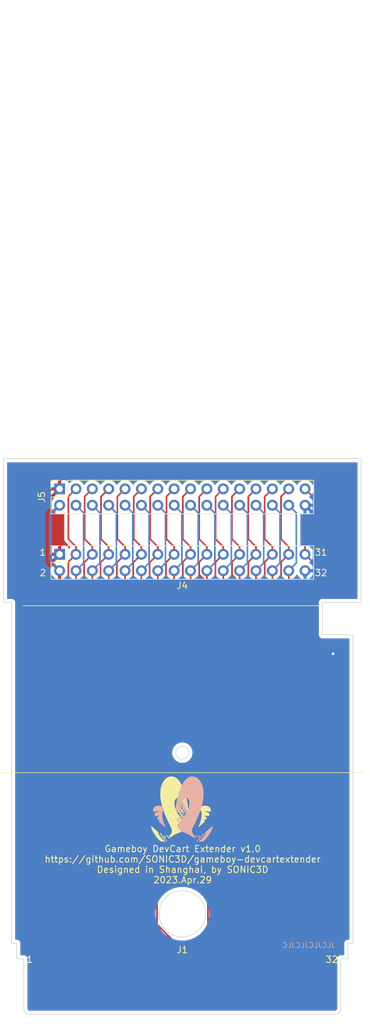
<source format=kicad_pcb>
(kicad_pcb (version 20171130) (host pcbnew "(5.1.10-1-10_14)")

  (general
    (thickness 0.8)
    (drawings 41)
    (tracks 244)
    (zones 0)
    (modules 5)
    (nets 33)
  )

  (page A4)
  (title_block
    (title "GB DevCart Extender Mainboard")
    (date 2023-04-29)
    (rev 1.0)
    (company SONIC3D)
  )

  (layers
    (0 F.Cu signal)
    (31 B.Cu signal)
    (32 B.Adhes user)
    (33 F.Adhes user)
    (34 B.Paste user)
    (35 F.Paste user)
    (36 B.SilkS user)
    (37 F.SilkS user)
    (38 B.Mask user)
    (39 F.Mask user)
    (40 Dwgs.User user)
    (41 Cmts.User user)
    (42 Eco1.User user)
    (43 Eco2.User user)
    (44 Edge.Cuts user)
    (45 Margin user)
    (46 B.CrtYd user)
    (47 F.CrtYd user)
    (48 B.Fab user)
    (49 F.Fab user)
  )

  (setup
    (last_trace_width 0.25)
    (trace_clearance 0.2)
    (zone_clearance 0.508)
    (zone_45_only yes)
    (trace_min 0.2)
    (via_size 0.8)
    (via_drill 0.4)
    (via_min_size 0.4)
    (via_min_drill 0.3)
    (uvia_size 0.3)
    (uvia_drill 0.1)
    (uvias_allowed no)
    (uvia_min_size 0.2)
    (uvia_min_drill 0.1)
    (edge_width 0.05)
    (segment_width 0.2)
    (pcb_text_width 0.3)
    (pcb_text_size 1.5 1.5)
    (mod_edge_width 0.12)
    (mod_text_size 1 1)
    (mod_text_width 0.15)
    (pad_size 1.524 1.524)
    (pad_drill 0.762)
    (pad_to_mask_clearance 0)
    (aux_axis_origin 0 0)
    (visible_elements FFFFFF7F)
    (pcbplotparams
      (layerselection 0x010fc_ffffffff)
      (usegerberextensions true)
      (usegerberattributes true)
      (usegerberadvancedattributes true)
      (creategerberjobfile true)
      (excludeedgelayer true)
      (linewidth 0.100000)
      (plotframeref false)
      (viasonmask false)
      (mode 1)
      (useauxorigin false)
      (hpglpennumber 1)
      (hpglpenspeed 20)
      (hpglpendiameter 15.000000)
      (psnegative false)
      (psa4output false)
      (plotreference true)
      (plotvalue true)
      (plotinvisibletext false)
      (padsonsilk false)
      (subtractmaskfromsilk false)
      (outputformat 1)
      (mirror false)
      (drillshape 0)
      (scaleselection 1)
      (outputdirectory "GerberOutput/GB_DevCartExtender_Mainboard_v1_0/"))
  )

  (net 0 "")
  (net 1 +5V)
  (net 2 GND)
  (net 3 /AAudioIn)
  (net 4 /~ARST)
  (net 5 /AD7)
  (net 6 /AD6)
  (net 7 /AD5)
  (net 8 /AD4)
  (net 9 /AD3)
  (net 10 /AD2)
  (net 11 /AD1)
  (net 12 /AD0)
  (net 13 /AA15)
  (net 14 /AA14)
  (net 15 /AA13)
  (net 16 /AA12)
  (net 17 /AA11)
  (net 18 /AA10)
  (net 19 /AA9)
  (net 20 /AA8)
  (net 21 /AA7)
  (net 22 /AA6)
  (net 23 /AA5)
  (net 24 /AA4)
  (net 25 /AA3)
  (net 26 /AA2)
  (net 27 /AA1)
  (net 28 /AA0)
  (net 29 /~ASRAM_CS)
  (net 30 /~ARD)
  (net 31 /~AWR)
  (net 32 /ACLK)

  (net_class Default "This is the default net class."
    (clearance 0.2)
    (trace_width 0.25)
    (via_dia 0.8)
    (via_drill 0.4)
    (uvia_dia 0.3)
    (uvia_drill 0.1)
    (add_net /AA0)
    (add_net /AA1)
    (add_net /AA10)
    (add_net /AA11)
    (add_net /AA12)
    (add_net /AA13)
    (add_net /AA14)
    (add_net /AA15)
    (add_net /AA2)
    (add_net /AA3)
    (add_net /AA4)
    (add_net /AA5)
    (add_net /AA6)
    (add_net /AA7)
    (add_net /AA8)
    (add_net /AA9)
    (add_net /AD0)
    (add_net /AD1)
    (add_net /AD2)
    (add_net /AD3)
    (add_net /AD4)
    (add_net /AD5)
    (add_net /AD6)
    (add_net /AD7)
    (add_net /~ARD)
    (add_net /~ARST)
    (add_net /~ASRAM_CS)
    (add_net /~AWR)
  )

  (net_class AudioLine ""
    (clearance 0.32)
    (trace_width 0.25)
    (via_dia 0.8)
    (via_drill 0.4)
    (uvia_dia 0.3)
    (uvia_drill 0.1)
    (add_net /AAudioIn)
  )

  (net_class ClkLine ""
    (clearance 0.32)
    (trace_width 0.5)
    (via_dia 0.8)
    (via_drill 0.4)
    (uvia_dia 0.3)
    (uvia_drill 0.1)
    (add_net /ACLK)
  )

  (net_class PowerLine ""
    (clearance 0.25)
    (trace_width 0.5)
    (via_dia 0.8)
    (via_drill 0.4)
    (uvia_dia 0.3)
    (uvia_drill 0.1)
    (add_net +5V)
    (add_net GND)
  )

  (module LogoGraphics:12mm_x_12mm_ShadowSonic (layer B.Cu) (tedit 6136B84D) (tstamp 644D636B)
    (at 89.535 123.825 180)
    (fp_text reference G*** (at 0 0) (layer B.SilkS) hide
      (effects (font (size 1.524 1.524) (thickness 0.3)) (justify mirror))
    )
    (fp_text value LOGO (at 0.75 0) (layer B.SilkS) hide
      (effects (font (size 1.524 1.524) (thickness 0.3)) (justify mirror))
    )
    (fp_poly (pts (xy -0.196389 1.134714) (xy -0.151316 1.114468) (xy -0.149761 1.088882) (xy -0.169389 1.052375)
      (xy -0.195426 1.064529) (xy -0.220763 1.093583) (xy -0.239859 1.128479) (xy -0.204973 1.135273)
      (xy -0.196389 1.134714)) (layer B.SilkS) (width 0.01))
    (fp_poly (pts (xy 0.507077 0.13459) (xy 0.508 0.127) (xy 0.483839 0.096173) (xy 0.47625 0.09525)
      (xy 0.445422 0.119411) (xy 0.4445 0.127) (xy 0.46866 0.157828) (xy 0.47625 0.15875)
      (xy 0.507077 0.13459)) (layer B.SilkS) (width 0.01))
    (fp_poly (pts (xy 0.344344 -1.282843) (xy 0.378429 -1.314812) (xy 0.371437 -1.33319) (xy 0.366998 -1.3335)
      (xy 0.340144 -1.310948) (xy 0.330343 -1.296844) (xy 0.3266 -1.275117) (xy 0.344344 -1.282843)) (layer B.SilkS) (width 0.01))
    (fp_poly (pts (xy -0.764474 1.278041) (xy -0.764718 1.27) (xy -0.778384 1.201935) (xy -0.79375 1.158875)
      (xy -0.821037 1.095375) (xy -0.822783 1.158875) (xy -0.809185 1.23682) (xy -0.79375 1.27)
      (xy -0.769266 1.301604) (xy -0.764474 1.278041)) (layer B.SilkS) (width 0.01))
    (fp_poly (pts (xy -0.34925 1.063625) (xy -0.365125 1.04775) (xy -0.381 1.063625) (xy -0.365125 1.0795)
      (xy -0.34925 1.063625)) (layer B.SilkS) (width 0.01))
    (fp_poly (pts (xy -0.032189 0.831983) (xy -0.020269 0.809625) (xy -0.007917 0.769595) (xy -0.008934 0.764507)
      (xy -0.039968 0.776757) (xy -0.055563 0.783028) (xy -0.090285 0.814439) (xy -0.089628 0.848062)
      (xy -0.066897 0.85725) (xy -0.032189 0.831983)) (layer B.SilkS) (width 0.01))
    (fp_poly (pts (xy -0.516463 0.683467) (xy -0.508 0.66675) (xy -0.512877 0.639027) (xy -0.540362 0.647272)
      (xy -0.5715 0.66675) (xy -0.600689 0.691356) (xy -0.570681 0.697912) (xy -0.563563 0.698014)
      (xy -0.516463 0.683467)) (layer B.SilkS) (width 0.01))
    (fp_poly (pts (xy -0.131913 0.705363) (xy -0.084734 0.68035) (xy -0.053025 0.684947) (xy -0.008956 0.687847)
      (xy 0 0.67385) (xy -0.026063 0.642635) (xy -0.081514 0.621739) (xy -0.132244 0.622283)
      (xy -0.141037 0.62787) (xy -0.15663 0.671706) (xy -0.158264 0.695855) (xy -0.151284 0.726685)
      (xy -0.131913 0.705363)) (layer B.SilkS) (width 0.01))
    (fp_poly (pts (xy -0.484543 0.590376) (xy -0.480513 0.556116) (xy -0.514151 0.529234) (xy -0.556642 0.528659)
      (xy -0.596793 0.526713) (xy -0.60325 0.511397) (xy -0.625466 0.477879) (xy -0.635 0.47625)
      (xy -0.665705 0.500518) (xy -0.66675 0.508786) (xy -0.640954 0.540271) (xy -0.582688 0.572722)
      (xy -0.520637 0.593293) (xy -0.484543 0.590376)) (layer B.SilkS) (width 0.01))
    (fp_poly (pts (xy -0.447498 1.433371) (xy -0.385799 1.405941) (xy -0.311504 1.359156) (xy -0.219853 1.285017)
      (xy -0.123746 1.196271) (xy -0.036082 1.105663) (xy 0.03024 1.025942) (xy 0.062319 0.969854)
      (xy 0.0635 0.961969) (xy 0.080908 0.923978) (xy 0.091891 0.92075) (xy 0.111633 0.893714)
      (xy 0.115703 0.841398) (xy 0.101136 0.775532) (xy 0.071817 0.767171) (xy 0.045431 0.7973)
      (xy 0.047572 0.842194) (xy 0.062822 0.856832) (xy 0.082703 0.887542) (xy 0.069601 0.901105)
      (xy 0.032522 0.896273) (xy 0.02375 0.881261) (xy 0.003021 0.857478) (xy -0.038754 0.881873)
      (xy -0.081215 0.904818) (xy -0.106237 0.874292) (xy -0.10808 0.869614) (xy -0.127963 0.834492)
      (xy -0.158077 0.844972) (xy -0.185725 0.868804) (xy -0.263175 0.914083) (xy -0.33031 0.910866)
      (xy -0.370962 0.860211) (xy -0.371976 0.856581) (xy -0.394913 0.813619) (xy -0.428796 0.825642)
      (xy -0.468536 0.838272) (xy -0.487421 0.810436) (xy -0.528124 0.767719) (xy -0.551871 0.762)
      (xy -0.579744 0.772913) (xy -0.57835 0.816185) (xy -0.563929 0.865188) (xy -0.537761 0.947561)
      (xy -0.52055 1.006153) (xy -0.520058 1.008063) (xy -0.484372 1.043671) (xy -0.462368 1.04775)
      (xy -0.429139 1.026392) (xy -0.431786 1.003337) (xy -0.431797 0.9542) (xy -0.421337 0.941932)
      (xy -0.370671 0.939526) (xy -0.329769 0.985765) (xy -0.311627 1.065877) (xy -0.311607 1.066664)
      (xy -0.31189 1.167477) (xy -0.321044 1.219545) (xy -0.342542 1.237394) (xy -0.352647 1.23825)
      (xy -0.373877 1.215155) (xy -0.369519 1.190625) (xy -0.374449 1.151987) (xy -0.417189 1.143)
      (xy -0.463988 1.154365) (xy -0.468287 1.200264) (xy -0.464122 1.218752) (xy -0.462944 1.255438)
      (xy -0.275167 1.255438) (xy -0.252859 1.226843) (xy -0.224896 1.230786) (xy -0.192668 1.238664)
      (xy -0.202845 1.216367) (xy -0.225971 1.188072) (xy -0.272572 1.110588) (xy -0.26885 1.056241)
      (xy -0.216884 1.03418) (xy -0.191263 1.035331) (xy -0.101817 1.019181) (xy -0.062546 0.982926)
      (xy -0.016363 0.933084) (xy 0.013772 0.92388) (xy 0.015146 0.957813) (xy 0.011481 0.968375)
      (xy -0.020716 1.010414) (xy -0.037021 1.016) (xy -0.05152 1.036232) (xy -0.044594 1.052656)
      (xy -0.040831 1.074679) (xy -0.054985 1.068888) (xy -0.087356 1.077984) (xy -0.105379 1.114802)
      (xy -0.133386 1.160665) (xy -0.162009 1.156862) (xy -0.187954 1.152711) (xy -0.181203 1.184933)
      (xy -0.187811 1.242444) (xy -0.218141 1.267801) (xy -0.264163 1.281272) (xy -0.275167 1.255438)
      (xy -0.462944 1.255438) (xy -0.462123 1.280971) (xy -0.505147 1.310175) (xy -0.508349 1.311041)
      (xy -0.55113 1.313046) (xy -0.553796 1.29879) (xy -0.560005 1.272102) (xy -0.572273 1.27)
      (xy -0.597667 1.247356) (xy -0.59559 1.231145) (xy -0.599597 1.176467) (xy -0.624301 1.112083)
      (xy -0.646147 1.052165) (xy -0.63978 1.023017) (xy -0.62887 0.989507) (xy -0.630539 0.914225)
      (xy -0.636684 0.864267) (xy -0.647789 0.771817) (xy -0.649761 0.707362) (xy -0.646868 0.692757)
      (xy -0.656499 0.659444) (xy -0.668741 0.649645) (xy -0.688277 0.601973) (xy -0.685613 0.500631)
      (xy -0.682155 0.472826) (xy -0.673645 0.368987) (xy -0.682056 0.322399) (xy -0.703271 0.330397)
      (xy -0.733176 0.390318) (xy -0.767656 0.499496) (xy -0.776435 0.533873) (xy -0.801385 0.663821)
      (xy -0.815287 0.795451) (xy -0.818101 0.91434) (xy -0.809788 1.006068) (xy -0.790308 1.056212)
      (xy -0.777875 1.061368) (xy -0.748282 1.032656) (xy -0.738458 0.997868) (xy -0.734887 0.95632)
      (xy -0.746107 0.972261) (xy -0.758495 1.000125) (xy -0.776092 1.028454) (xy -0.784944 1.004556)
      (xy -0.787666 0.936625) (xy -0.784672 0.803491) (xy -0.773636 0.701251) (xy -0.756516 0.63976)
      (xy -0.735268 0.628871) (xy -0.728221 0.637197) (xy -0.706231 0.703703) (xy -0.701218 0.762)
      (xy -0.70468 0.814914) (xy -0.716331 0.808399) (xy -0.73025 0.777875) (xy -0.751629 0.741742)
      (xy -0.760153 0.754564) (xy -0.756195 0.803189) (xy -0.740124 0.874465) (xy -0.726282 0.918488)
      (xy -0.706531 1.018027) (xy -0.727471 1.101953) (xy -0.749131 1.165957) (xy -0.747996 1.199338)
      (xy -0.72601 1.186629) (xy -0.701195 1.139673) (xy -0.678387 1.095743) (xy -0.668987 1.112861)
      (xy -0.668763 1.117314) (xy -0.685049 1.175618) (xy -0.701266 1.192335) (xy -0.722958 1.236635)
      (xy -0.720114 1.273584) (xy -0.722646 1.322339) (xy -0.74116 1.33371) (xy -0.7425 1.348492)
      (xy -0.734883 1.355048) (xy -0.667851 1.355048) (xy -0.640485 1.343143) (xy -0.595248 1.359205)
      (xy -0.588153 1.364605) (xy -0.540802 1.387388) (xy -0.485511 1.366418) (xy -0.468323 1.35492)
      (xy -0.398971 1.315219) (xy -0.351526 1.302632) (xy -0.33825 1.31744) (xy -0.363758 1.352544)
      (xy -0.424854 1.385266) (xy -0.512489 1.404353) (xy -0.59843 1.406429) (xy -0.654441 1.388119)
      (xy -0.655194 1.38739) (xy -0.667851 1.355048) (xy -0.734883 1.355048) (xy -0.700138 1.384951)
      (xy -0.682625 1.397) (xy -0.599749 1.444172) (xy -0.530145 1.456031) (xy -0.447498 1.433371)) (layer B.SilkS) (width 0.01))
    (fp_poly (pts (xy -0.677334 0.243417) (xy -0.673534 0.205737) (xy -0.677334 0.201084) (xy -0.696209 0.205442)
      (xy -0.6985 0.22225) (xy -0.686884 0.248384) (xy -0.677334 0.243417)) (layer B.SilkS) (width 0.01))
    (fp_poly (pts (xy -0.34925 -0.269875) (xy -0.365125 -0.28575) (xy -0.381 -0.269875) (xy -0.365125 -0.254)
      (xy -0.34925 -0.269875)) (layer B.SilkS) (width 0.01))
    (fp_poly (pts (xy -0.126293 0.247544) (xy -0.10196 0.231634) (xy -0.025995 0.153924) (xy 0.056749 0.038128)
      (xy 0.133079 -0.093566) (xy 0.189801 -0.218967) (xy 0.211556 -0.295657) (xy 0.219843 -0.372666)
      (xy 0.205724 -0.405765) (xy 0.162834 -0.41275) (xy 0.102769 -0.390653) (xy 0.025218 -0.334354)
      (xy -0.016912 -0.293984) (xy -0.095057 -0.19724) (xy -0.171157 -0.080043) (xy -0.234904 0.03892)
      (xy -0.275989 0.140963) (xy -0.28575 0.193338) (xy -0.261955 0.250412) (xy -0.202724 0.269747)
      (xy -0.126293 0.247544)) (layer B.SilkS) (width 0.01))
    (fp_poly (pts (xy -0.190855 -0.53091) (xy -0.162374 -0.561744) (xy -0.171446 -0.594779) (xy -0.188488 -0.587807)
      (xy -0.190987 -0.568854) (xy -0.196841 -0.540486) (xy -0.218768 -0.566952) (xy -0.251389 -0.589996)
      (xy -0.265724 -0.578216) (xy -0.259352 -0.541612) (xy -0.23896 -0.528588) (xy -0.190855 -0.53091)) (layer B.SilkS) (width 0.01))
    (fp_poly (pts (xy 0.75301 -0.186913) (xy 0.780759 -0.258942) (xy 0.808005 -0.356145) (xy 0.829044 -0.45983)
      (xy 0.834574 -0.500062) (xy 0.835501 -0.569968) (xy 0.822186 -0.602879) (xy 0.820001 -0.60325)
      (xy 0.795201 -0.578326) (xy 0.79375 -0.566208) (xy 0.782373 -0.543369) (xy 0.775338 -0.547578)
      (xy 0.777761 -0.583875) (xy 0.80921 -0.64578) (xy 0.810073 -0.647102) (xy 0.84414 -0.716481)
      (xy 0.850451 -0.766519) (xy 0.830464 -0.763641) (xy 0.792933 -0.714986) (xy 0.763803 -0.664349)
      (xy 0.726577 -0.575593) (xy 0.703295 -0.492125) (xy 0.73025 -0.492125) (xy 0.746125 -0.508)
      (xy 0.762 -0.492125) (xy 0.746125 -0.47625) (xy 0.73025 -0.492125) (xy 0.703295 -0.492125)
      (xy 0.699076 -0.477001) (xy 0.683357 -0.383916) (xy 0.68282 -0.363251) (xy 0.73025 -0.363251)
      (xy 0.746826 -0.406692) (xy 0.762 -0.41275) (xy 0.792841 -0.389962) (xy 0.79375 -0.382873)
      (xy 0.77067 -0.339873) (xy 0.762 -0.333375) (xy 0.734818 -0.340572) (xy 0.73025 -0.363251)
      (xy 0.68282 -0.363251) (xy 0.681477 -0.311681) (xy 0.695493 -0.275638) (xy 0.711946 -0.2775)
      (xy 0.723733 -0.274989) (xy 0.706712 -0.249235) (xy 0.689803 -0.206375) (xy 0.6985 -0.206375)
      (xy 0.714375 -0.22225) (xy 0.73025 -0.206375) (xy 0.714375 -0.1905) (xy 0.6985 -0.206375)
      (xy 0.689803 -0.206375) (xy 0.685218 -0.194756) (xy 0.71135 -0.161534) (xy 0.730459 -0.15875)
      (xy 0.75301 -0.186913)) (layer B.SilkS) (width 0.01))
    (fp_poly (pts (xy 0.179551 0.831528) (xy 0.227847 0.762849) (xy 0.289298 0.663948) (xy 0.315721 0.618599)
      (xy 0.380294 0.508884) (xy 0.434942 0.421762) (xy 0.470869 0.371037) (xy 0.477817 0.364157)
      (xy 0.503291 0.326183) (xy 0.534521 0.251736) (xy 0.542034 0.229746) (xy 0.572165 0.149928)
      (xy 0.598578 0.1002) (xy 0.60342 0.09525) (xy 0.632032 0.058514) (xy 0.67206 -0.010423)
      (xy 0.677409 -0.020716) (xy 0.708755 -0.088867) (xy 0.708405 -0.122199) (xy 0.678545 -0.140047)
      (xy 0.643756 -0.177438) (xy 0.645099 -0.202773) (xy 0.640181 -0.260827) (xy 0.624846 -0.283203)
      (xy 0.606059 -0.322206) (xy 0.631197 -0.3469) (xy 0.66185 -0.392752) (xy 0.660356 -0.416056)
      (xy 0.639381 -0.411553) (xy 0.596519 -0.36145) (xy 0.540156 -0.275967) (xy 0.526552 -0.253041)
      (xy 0.458613 -0.141755) (xy 0.393687 -0.044323) (xy 0.345396 0.018856) (xy 0.343928 0.020463)
      (xy 0.304927 0.079757) (xy 0.315112 0.10965) (xy 0.347502 0.152791) (xy 0.34925 0.164512)
      (xy 0.331859 0.178583) (xy 0.303602 0.160391) (xy 0.26694 0.144766) (xy 0.233092 0.175025)
      (xy 0.208023 0.219063) (xy 0.207344 0.220043) (xy 0.241566 0.220043) (xy 0.243961 0.202616)
      (xy 0.272434 0.173729) (xy 0.293834 0.185885) (xy 0.348119 0.204611) (xy 0.368993 0.200498)
      (xy 0.405913 0.204219) (xy 0.40925 0.237533) (xy 0.380715 0.270051) (xy 0.323642 0.280663)
      (xy 0.268665 0.259755) (xy 0.241566 0.220043) (xy 0.207344 0.220043) (xy 0.15396 0.297025)
      (xy 0.093289 0.350294) (xy 0.092458 0.350744) (xy 0.045532 0.398124) (xy 0.045528 0.413355)
      (xy 0.0635 0.413355) (xy 0.091443 0.381759) (xy 0.160333 0.359598) (xy 0.247759 0.35206)
      (xy 0.304504 0.357572) (xy 0.372924 0.350931) (xy 0.413693 0.296293) (xy 0.428975 0.18917)
      (xy 0.427117 0.103024) (xy 0.428419 0.015926) (xy 0.440978 -0.041058) (xy 0.447796 -0.049662)
      (xy 0.471974 -0.040232) (xy 0.47625 -0.015875) (xy 0.488984 0.019978) (xy 0.502969 0.018985)
      (xy 0.520185 -0.021193) (xy 0.523948 -0.094014) (xy 0.52807 -0.161291) (xy 0.54596 -0.190465)
      (xy 0.546728 -0.1905) (xy 0.560913 -0.210253) (xy 0.555625 -0.22225) (xy 0.558142 -0.251507)
      (xy 0.569626 -0.254) (xy 0.602061 -0.243824) (xy 0.60325 -0.240191) (xy 0.59317 -0.2036)
      (xy 0.571595 -0.143127) (xy 0.565325 -0.121671) (xy 0.606952 -0.121671) (xy 0.611614 -0.149436)
      (xy 0.635 -0.142875) (xy 0.662625 -0.097564) (xy 0.666263 -0.069563) (xy 0.661125 -0.034031)
      (xy 0.639176 -0.05711) (xy 0.635 -0.0635) (xy 0.606952 -0.121671) (xy 0.565325 -0.121671)
      (xy 0.555079 -0.086617) (xy 0.569267 -0.078537) (xy 0.576991 -0.082768) (xy 0.600739 -0.08418)
      (xy 0.593767 -0.052833) (xy 0.593404 -0.007656) (xy 0.612183 0.000966) (xy 0.621452 0.013912)
      (xy 0.595312 0.034294) (xy 0.549068 0.084131) (xy 0.53975 0.117851) (xy 0.526506 0.170858)
      (xy 0.493284 0.243927) (xy 0.449848 0.320925) (xy 0.405961 0.385721) (xy 0.371387 0.42218)
      (xy 0.356934 0.419928) (xy 0.319039 0.390465) (xy 0.263341 0.381) (xy 0.209105 0.386709)
      (xy 0.208662 0.410691) (xy 0.221515 0.42774) (xy 0.242732 0.47523) (xy 0.211795 0.52299)
      (xy 0.173834 0.554663) (xy 0.293961 0.554663) (xy 0.300319 0.541863) (xy 0.330594 0.509038)
      (xy 0.336163 0.532187) (xy 0.328456 0.556995) (xy 0.305081 0.591572) (xy 0.294523 0.590857)
      (xy 0.293961 0.554663) (xy 0.173834 0.554663) (xy 0.160189 0.566047) (xy 0.141834 0.556255)
      (xy 0.14955 0.508) (xy 0.147433 0.455974) (xy 0.114828 0.4445) (xy 0.070247 0.428743)
      (xy 0.0635 0.413355) (xy 0.045528 0.413355) (xy 0.045522 0.434596) (xy 0.046205 0.469071)
      (xy 0.017251 0.465297) (xy -0.032808 0.463535) (xy -0.046258 0.474038) (xy -0.093472 0.503074)
      (xy -0.174976 0.521637) (xy -0.261943 0.526227) (xy -0.325547 0.513345) (xy -0.332438 0.508778)
      (xy -0.360755 0.462646) (xy -0.381556 0.391064) (xy -0.391134 0.317471) (xy -0.385778 0.26531)
      (xy -0.372751 0.254) (xy -0.359596 0.234256) (xy -0.36472 0.222907) (xy -0.366733 0.173003)
      (xy -0.350743 0.129789) (xy -0.335799 0.078861) (xy -0.372359 0.050714) (xy -0.38696 0.045734)
      (xy -0.434755 0.02567) (xy -0.425323 0.00203) (xy -0.400911 -0.01685) (xy -0.366479 -0.055978)
      (xy -0.38265 -0.080394) (xy -0.428642 -0.078436) (xy -0.447564 -0.05963) (xy -0.470673 -0.0348)
      (xy -0.475764 -0.055873) (xy -0.454032 -0.10538) (xy -0.414377 -0.148849) (xy -0.372762 -0.20061)
      (xy -0.37504 -0.235248) (xy -0.418731 -0.237191) (xy -0.427952 -0.23399) (xy -0.455836 -0.231026)
      (xy -0.44925 -0.26526) (xy -0.435785 -0.295336) (xy -0.405723 -0.347758) (xy -0.379586 -0.347093)
      (xy -0.356456 -0.321897) (xy -0.327746 -0.291736) (xy -0.325203 -0.312729) (xy -0.333248 -0.34925)
      (xy -0.343344 -0.400542) (xy -0.332357 -0.39558) (xy -0.316509 -0.3714) (xy -0.298644 -0.303399)
      (xy -0.310363 -0.27615) (xy -0.32428 -0.238125) (xy -0.28575 -0.238125) (xy -0.269875 -0.254)
      (xy -0.254 -0.238125) (xy -0.269875 -0.22225) (xy -0.28575 -0.238125) (xy -0.32428 -0.238125)
      (xy -0.331403 -0.218664) (xy -0.338347 -0.146451) (xy -0.306587 -0.146451) (xy -0.301625 -0.15875)
      (xy -0.273095 -0.189038) (xy -0.268002 -0.1905) (xy -0.254365 -0.165935) (xy -0.254 -0.15875)
      (xy -0.278408 -0.12822) (xy -0.287624 -0.127) (xy -0.306587 -0.146451) (xy -0.338347 -0.146451)
      (xy -0.338848 -0.141246) (xy -0.345321 -0.059445) (xy -0.361227 -0.006308) (xy -0.365814 0.027363)
      (xy -0.354442 0.03175) (xy -0.322787 0.005424) (xy -0.281407 -0.058817) (xy -0.241303 -0.138864)
      (xy -0.213477 -0.212609) (xy -0.20893 -0.257944) (xy -0.209628 -0.259263) (xy -0.204888 -0.284657)
      (xy -0.197471 -0.28575) (xy -0.166076 -0.311759) (xy -0.131581 -0.373062) (xy -0.108179 -0.430632)
      (xy -0.113356 -0.435091) (xy -0.145643 -0.396875) (xy -0.182359 -0.353849) (xy -0.187627 -0.362544)
      (xy -0.17577 -0.404812) (xy -0.170765 -0.46139) (xy -0.201264 -0.47625) (xy -0.233913 -0.455556)
      (xy -0.230465 -0.404812) (xy -0.224056 -0.357001) (xy -0.23272 -0.351177) (xy -0.253763 -0.394329)
      (xy -0.262139 -0.430552) (xy -0.283823 -0.505373) (xy -0.298363 -0.534859) (xy -0.300098 -0.591969)
      (xy -0.273632 -0.628975) (xy -0.234645 -0.661411) (xy -0.222289 -0.645942) (xy -0.221764 -0.633866)
      (xy -0.216515 -0.604062) (xy -0.194026 -0.629589) (xy -0.1905 -0.635) (xy -0.169433 -0.662756)
      (xy -0.157677 -0.654158) (xy -0.150157 -0.598675) (xy -0.145842 -0.54235) (xy -0.116914 -0.49265)
      (xy -0.098572 -0.482648) (xy -0.069736 -0.486559) (xy -0.071751 -0.535551) (xy -0.075535 -0.551625)
      (xy -0.071819 -0.659352) (xy -0.048154 -0.709112) (xy -0.019117 -0.768905) (xy -0.019228 -0.802393)
      (xy -0.015368 -0.837979) (xy 0.018666 -0.901657) (xy 0.030432 -0.9189) (xy 0.07819 -1.01434)
      (xy 0.079381 -1.079478) (xy 0.048698 -1.13185) (xy 0.016058 -1.138603) (xy 0.000032 -1.096456)
      (xy 0 -1.093501) (xy 0.016472 -1.061368) (xy 0.034372 -1.065245) (xy 0.04739 -1.060237)
      (xy 0.03351 -1.02006) (xy 0.001962 -0.961768) (xy -0.038023 -0.902412) (xy -0.077214 -0.859044)
      (xy -0.077282 -0.858987) (xy -0.118055 -0.833996) (xy -0.124195 -0.849525) (xy -0.09823 -0.894599)
      (xy -0.058084 -0.94239) (xy -0.016639 -0.998819) (xy -0.009708 -1.036079) (xy -0.010787 -1.037369)
      (xy -0.043491 -1.034199) (xy -0.085743 -0.988128) (xy -0.125355 -0.915918) (xy -0.147127 -0.849827)
      (xy -0.168556 -0.792517) (xy -0.191654 -0.778588) (xy -0.223327 -0.766151) (xy -0.252355 -0.73025)
      (xy -0.22225 -0.73025) (xy -0.210634 -0.756383) (xy -0.201084 -0.751416) (xy -0.197732 -0.718174)
      (xy -0.140114 -0.718174) (xy -0.114651 -0.761558) (xy -0.069403 -0.789569) (xy -0.051675 -0.791243)
      (xy -0.038211 -0.781869) (xy -0.055563 -0.772722) (xy -0.091607 -0.730878) (xy -0.09525 -0.709855)
      (xy -0.112047 -0.679579) (xy -0.128542 -0.683577) (xy -0.140114 -0.718174) (xy -0.197732 -0.718174)
      (xy -0.197284 -0.713736) (xy -0.201084 -0.709083) (xy -0.219959 -0.713441) (xy -0.22225 -0.73025)
      (xy -0.252355 -0.73025) (xy -0.265292 -0.71425) (xy -0.306015 -0.643048) (xy -0.333959 -0.572713)
      (xy -0.337606 -0.523449) (xy -0.339496 -0.487395) (xy -0.355248 -0.484568) (xy -0.384806 -0.461608)
      (xy -0.427594 -0.394193) (xy -0.472224 -0.301625) (xy -0.516495 -0.201513) (xy -0.529348 -0.174625)
      (xy -0.508 -0.174625) (xy -0.492125 -0.1905) (xy -0.47625 -0.174625) (xy -0.492125 -0.15875)
      (xy -0.508 -0.174625) (xy -0.529348 -0.174625) (xy -0.552186 -0.12685) (xy -0.570557 -0.09525)
      (xy -0.597109 -0.047625) (xy -0.53975 -0.047625) (xy -0.523875 -0.0635) (xy -0.508 -0.047625)
      (xy -0.523875 -0.03175) (xy -0.53975 -0.047625) (xy -0.597109 -0.047625) (xy -0.60667 -0.030476)
      (xy -0.630744 0.068581) (xy -0.63542 0.144699) (xy -0.562355 0.144699) (xy -0.55664 0.098447)
      (xy -0.532016 0.040712) (xy -0.515502 0.045274) (xy -0.508242 0.11131) (xy -0.508 0.13335)
      (xy -0.512243 0.180751) (xy -0.472621 0.180751) (xy -0.455084 0.148167) (xy -0.433017 0.129986)
      (xy -0.424788 0.151108) (xy -0.42148 0.1905) (xy -0.429967 0.241925) (xy -0.446474 0.254)
      (xy -0.472181 0.229998) (xy -0.472621 0.180751) (xy -0.512243 0.180751) (xy -0.513874 0.198969)
      (xy -0.533542 0.20787) (xy -0.542904 0.200047) (xy -0.562355 0.144699) (xy -0.63542 0.144699)
      (xy -0.637161 0.173028) (xy -0.631748 0.219436) (xy -0.625857 0.269875) (xy -0.5715 0.269875)
      (xy -0.555625 0.254) (xy -0.53975 0.269875) (xy -0.555625 0.28575) (xy -0.5715 0.269875)
      (xy -0.625857 0.269875) (xy -0.621422 0.307836) (xy -0.627029 0.375247) (xy -0.628032 0.378186)
      (xy -0.636227 0.410985) (xy -0.612865 0.401622) (xy -0.585383 0.381) (xy -0.528351 0.331532)
      (xy -0.501789 0.302545) (xy -0.467023 0.287944) (xy -0.457604 0.293814) (xy -0.46345 0.326739)
      (xy -0.50776 0.376429) (xy -0.51144 0.379562) (xy -0.559974 0.427092) (xy -0.560539 0.446374)
      (xy -0.47625 0.446374) (xy -0.453203 0.414043) (xy -0.4445 0.41275) (xy -0.413576 0.423583)
      (xy -0.41275 0.426752) (xy -0.434999 0.453859) (xy -0.4445 0.460375) (xy -0.473758 0.457858)
      (xy -0.47625 0.446374) (xy -0.560539 0.446374) (xy -0.560859 0.457287) (xy -0.53975 0.475119)
      (xy -0.467407 0.50308) (xy -0.428625 0.508) (xy -0.386727 0.513589) (xy -0.403459 0.534485)
      (xy -0.41275 0.540882) (xy -0.439511 0.569576) (xy -0.421322 0.60325) (xy -0.381 0.60325)
      (xy -0.354408 0.577454) (xy -0.3175 0.5715) (xy -0.265908 0.584797) (xy -0.254 0.60325)
      (xy -0.280593 0.629047) (xy -0.3175 0.635) (xy -0.369093 0.621704) (xy -0.381 0.60325)
      (xy -0.421322 0.60325) (xy -0.420881 0.604066) (xy -0.388938 0.632797) (xy -0.329462 0.695373)
      (xy -0.326616 0.733624) (xy -0.380015 0.744887) (xy -0.404813 0.742863) (xy -0.449571 0.740085)
      (xy -0.435123 0.74846) (xy -0.428625 0.750348) (xy -0.361554 0.77841) (xy -0.334963 0.796832)
      (xy -0.28188 0.819537) (xy -0.211175 0.824254) (xy -0.156533 0.810107) (xy -0.148082 0.801688)
      (xy -0.1559 0.763552) (xy -0.177958 0.736936) (xy -0.214099 0.716772) (xy -0.22225 0.728999)
      (xy -0.245656 0.760837) (xy -0.254 0.762) (xy -0.282168 0.736284) (xy -0.28575 0.714375)
      (xy -0.264278 0.672198) (xy -0.245763 0.66675) (xy -0.199383 0.642439) (xy -0.165418 0.602129)
      (xy -0.130537 0.558692) (xy -0.092456 0.562457) (xy -0.055467 0.586254) (xy 0.012117 0.625322)
      (xy 0.047746 0.63153) (xy 0.041994 0.607366) (xy 0.00442 0.570444) (xy -0.044878 0.526993)
      (xy -0.04664 0.510554) (xy -0.003518 0.508) (xy 0.060175 0.504607) (xy 0.084148 0.500063)
      (xy 0.10558 0.516365) (xy 0.115201 0.566531) (xy 0.111022 0.621688) (xy 0.094563 0.6513)
      (xy 0.087403 0.685709) (xy 0.112393 0.72018) (xy 0.162779 0.752417) (xy 0.185153 0.738307)
      (xy 0.164399 0.689679) (xy 0.159386 0.683393) (xy 0.139712 0.644421) (xy 0.151465 0.635)
      (xy 0.22225 0.635) (xy 0.233866 0.608867) (xy 0.243416 0.613834) (xy 0.247216 0.651514)
      (xy 0.243416 0.656167) (xy 0.224541 0.651809) (xy 0.22225 0.635) (xy 0.151465 0.635)
      (xy 0.192689 0.659806) (xy 0.20675 0.714361) (xy 0.188555 0.768871) (xy 0.176353 0.780538)
      (xy 0.132848 0.824788) (xy 0.134811 0.85331) (xy 0.153087 0.85725) (xy 0.179551 0.831528)) (layer B.SilkS) (width 0.01))
    (fp_poly (pts (xy 0.635 -1.539875) (xy 0.619125 -1.55575) (xy 0.60325 -1.539875) (xy 0.619125 -1.524)
      (xy 0.635 -1.539875)) (layer B.SilkS) (width 0.01))
    (fp_poly (pts (xy -0.000966 -0.595698) (xy 0 -0.603524) (xy 0.020988 -0.658611) (xy 0.077305 -0.745832)
      (xy 0.158981 -0.852819) (xy 0.256043 -0.967209) (xy 0.358522 -1.076635) (xy 0.454215 -1.166812)
      (xy 0.563194 -1.242178) (xy 0.666759 -1.269459) (xy 0.685338 -1.27) (xy 0.796966 -1.27)
      (xy 0.791176 -1.556167) (xy 0.787017 -1.691668) (xy 0.779983 -1.773127) (xy 0.768179 -1.809993)
      (xy 0.749711 -1.811715) (xy 0.741175 -1.805642) (xy 0.694347 -1.784327) (xy 0.676238 -1.789678)
      (xy 0.681591 -1.821481) (xy 0.713124 -1.852534) (xy 0.753791 -1.898238) (xy 0.758431 -1.926952)
      (xy 0.732465 -1.92184) (xy 0.675038 -1.878846) (xy 0.597668 -1.806832) (xy 0.582988 -1.791959)
      (xy 0.483143 -1.688484) (xy 0.425711 -1.622596) (xy 0.411816 -1.593338) (xy 0.493279 -1.593338)
      (xy 0.495852 -1.628651) (xy 0.534291 -1.684178) (xy 0.536557 -1.686637) (xy 0.583725 -1.744859)
      (xy 0.60325 -1.783986) (xy 0.614797 -1.809673) (xy 0.615766 -1.80975) (xy 0.623607 -1.782588)
      (xy 0.623703 -1.730397) (xy 0.60754 -1.670668) (xy 0.582083 -1.651022) (xy 0.579165 -1.64933)
      (xy 0.671259 -1.64933) (xy 0.672281 -1.712537) (xy 0.704275 -1.756031) (xy 0.706437 -1.756972)
      (xy 0.744862 -1.77324) (xy 0.749237 -1.775493) (xy 0.751276 -1.747595) (xy 0.753839 -1.671507)
      (xy 0.756431 -1.56253) (xy 0.756875 -1.539875) (xy 0.755667 -1.426089) (xy 0.74835 -1.341899)
      (xy 0.736423 -1.302802) (xy 0.733851 -1.30175) (xy 0.720453 -1.329788) (xy 0.718609 -1.400592)
      (xy 0.721937 -1.440487) (xy 0.724545 -1.539139) (xy 0.707936 -1.595972) (xy 0.702162 -1.601111)
      (xy 0.671259 -1.64933) (xy 0.579165 -1.64933) (xy 0.538632 -1.62583) (xy 0.530867 -1.611312)
      (xy 0.50477 -1.587878) (xy 0.493279 -1.593338) (xy 0.411816 -1.593338) (xy 0.408606 -1.586579)
      (xy 0.429742 -1.572719) (xy 0.487034 -1.573301) (xy 0.524685 -1.576271) (xy 0.612256 -1.580601)
      (xy 0.653777 -1.56926) (xy 0.666163 -1.534799) (xy 0.66675 -1.513719) (xy 0.646036 -1.454464)
      (xy 0.594884 -1.439883) (xy 0.52978 -1.471863) (xy 0.505961 -1.495298) (xy 0.445266 -1.536842)
      (xy 0.401124 -1.543765) (xy 0.341586 -1.516195) (xy 0.278252 -1.461181) (xy 0.227629 -1.397305)
      (xy 0.222096 -1.383306) (xy 0.260134 -1.383306) (xy 0.293249 -1.429615) (xy 0.351271 -1.458321)
      (xy 0.372409 -1.4605) (xy 0.426261 -1.454857) (xy 0.426252 -1.43071) (xy 0.41275 -1.412875)
      (xy 0.391498 -1.373423) (xy 0.408862 -1.36525) (xy 0.440128 -1.339471) (xy 0.4445 -1.315824)
      (xy 0.450239 -1.284148) (xy 0.478695 -1.291603) (xy 0.515064 -1.315824) (xy 0.592657 -1.356788)
      (xy 0.647919 -1.361025) (xy 0.66675 -1.331626) (xy 0.646851 -1.31369) (xy 0.63145 -1.319818)
      (xy 0.586458 -1.322815) (xy 0.575887 -1.313755) (xy 0.531629 -1.272982) (xy 0.474799 -1.241269)
      (xy 0.427935 -1.228789) (xy 0.41275 -1.24012) (xy 0.388048 -1.259849) (xy 0.34925 -1.254125)
      (xy 0.298036 -1.245758) (xy 0.290355 -1.273021) (xy 0.318617 -1.335587) (xy 0.335267 -1.386133)
      (xy 0.318617 -1.397) (xy 0.287612 -1.372223) (xy 0.28575 -1.359958) (xy 0.275383 -1.336021)
      (xy 0.269127 -1.339539) (xy 0.260134 -1.383306) (xy 0.222096 -1.383306) (xy 0.206225 -1.343151)
      (xy 0.209642 -1.328213) (xy 0.213004 -1.306599) (xy 0.198878 -1.312446) (xy 0.16027 -1.30391)
      (xy 0.114597 -1.254969) (xy 0.074148 -1.189295) (xy 0.06938 -1.160599) (xy 0.099772 -1.153688)
      (xy 0.111125 -1.153583) (xy 0.153277 -1.176274) (xy 0.15875 -1.195916) (xy 0.179085 -1.234633)
      (xy 0.192828 -1.23825) (xy 0.216104 -1.213143) (xy 0.215424 -1.182687) (xy 0.183177 -1.137223)
      (xy 0.155946 -1.130476) (xy 0.121037 -1.111364) (xy 0.108217 -1.041549) (xy 0.10795 -1.023568)
      (xy 0.091038 -0.92661) (xy 0.087696 -0.921851) (xy 0.127965 -0.921851) (xy 0.147961 -0.978018)
      (xy 0.198016 -1.051161) (xy 0.260804 -1.120872) (xy 0.318997 -1.166745) (xy 0.342407 -1.174419)
      (xy 0.348107 -1.155813) (xy 0.314155 -1.108645) (xy 0.291649 -1.085267) (xy 0.222657 -1.011245)
      (xy 0.17047 -0.944022) (xy 0.16452 -0.934454) (xy 0.137287 -0.897415) (xy 0.128123 -0.91695)
      (xy 0.127965 -0.921851) (xy 0.087696 -0.921851) (xy 0.053975 -0.873842) (xy 0.010081 -0.831152)
      (xy 0 -0.809141) (xy 0.019532 -0.808654) (xy 0.0635 -0.841375) (xy 0.11145 -0.877332)
      (xy 0.123903 -0.870059) (xy 0.103192 -0.827325) (xy 0.051654 -0.756899) (xy 0.030459 -0.731449)
      (xy -0.03862 -0.642887) (xy -0.061465 -0.591245) (xy -0.039874 -0.571907) (xy -0.03175 -0.5715)
      (xy -0.000966 -0.595698)) (layer B.SilkS) (width 0.01))
    (fp_poly (pts (xy 3.802702 0.692263) (xy 4.054343 0.606342) (xy 4.098608 0.585067) (xy 4.276536 0.46851)
      (xy 4.397271 0.324769) (xy 4.461887 0.151897) (xy 4.471463 -0.052054) (xy 4.468369 -0.084119)
      (xy 4.449644 -0.196352) (xy 4.416892 -0.254093) (xy 4.357244 -0.264767) (xy 4.25783 -0.235802)
      (xy 4.226461 -0.223712) (xy 4.069114 -0.182225) (xy 3.879187 -0.162686) (xy 3.684195 -0.166525)
      (xy 3.540125 -0.188051) (xy 3.489225 -0.201519) (xy 3.485088 -0.211839) (xy 3.533675 -0.223494)
      (xy 3.602377 -0.234868) (xy 3.771379 -0.272398) (xy 3.936329 -0.327581) (xy 4.078162 -0.39281)
      (xy 4.17781 -0.460477) (xy 4.184932 -0.467296) (xy 4.233582 -0.527647) (xy 4.25107 -0.593983)
      (xy 4.246013 -0.688311) (xy 4.220671 -0.815073) (xy 4.174274 -0.886608) (xy 4.098274 -0.909945)
      (xy 3.994798 -0.894873) (xy 3.882523 -0.878558) (xy 3.746656 -0.874905) (xy 3.670715 -0.87949)
      (xy 3.484182 -0.898742) (xy 3.575653 -0.945268) (xy 3.702721 -1.027314) (xy 3.794283 -1.121596)
      (xy 3.839099 -1.215599) (xy 3.84175 -1.241593) (xy 3.834148 -1.343293) (xy 3.802253 -1.400042)
      (xy 3.73243 -1.424319) (xy 3.637269 -1.42875) (xy 3.539937 -1.432135) (xy 3.471118 -1.440807)
      (xy 3.452192 -1.44789) (xy 3.460642 -1.47867) (xy 3.506183 -1.52962) (xy 3.517197 -1.539409)
      (xy 3.561318 -1.586116) (xy 3.577559 -1.634561) (xy 3.562139 -1.693805) (xy 3.511276 -1.772906)
      (xy 3.421187 -1.880924) (xy 3.334768 -1.976413) (xy 3.251583 -2.060167) (xy 3.143519 -2.159508)
      (xy 3.021098 -2.265862) (xy 2.894841 -2.370657) (xy 2.77527 -2.46532) (xy 2.672906 -2.541276)
      (xy 2.598269 -2.589953) (xy 2.565191 -2.6035) (xy 2.568605 -2.577042) (xy 2.595506 -2.505566)
      (xy 2.641111 -2.400914) (xy 2.683737 -2.309812) (xy 2.829846 -1.949038) (xy 2.947126 -1.537104)
      (xy 3.031572 -1.095043) (xy 3.064761 -0.834124) (xy 3.07589 -0.619166) (xy 3.062833 -0.435839)
      (xy 3.023462 -0.269811) (xy 2.955647 -0.106754) (xy 2.859449 0.064125) (xy 2.732515 0.269875)
      (xy 2.879787 0.406925) (xy 3.096433 0.572388) (xy 3.322979 0.675173) (xy 3.558658 0.715169)
      (xy 3.802702 0.692263)) (layer B.SilkS) (width 0.01))
    (fp_poly (pts (xy -3.20675 -3.6103) (xy -3.15528 -3.635431) (xy -3.14325 -3.654953) (xy -3.149928 -3.679546)
      (xy -3.151188 -3.679316) (xy -3.184352 -3.669282) (xy -3.214688 -3.661113) (xy -3.261746 -3.636385)
      (xy -3.27025 -3.620144) (xy -3.244906 -3.605665) (xy -3.20675 -3.6103)) (layer B.SilkS) (width 0.01))
    (fp_poly (pts (xy -3.320529 -3.562429) (xy -3.310478 -3.627334) (xy -3.313883 -3.6551) (xy -3.317617 -3.72221)
      (xy -3.299333 -3.7465) (xy -3.282617 -3.726353) (xy -3.28946 -3.709354) (xy -3.291036 -3.685752)
      (xy -3.256987 -3.693479) (xy -3.199525 -3.711857) (xy -3.180341 -3.715236) (xy -3.183338 -3.728829)
      (xy -3.2044 -3.744375) (xy -3.246353 -3.796775) (xy -3.260068 -3.864895) (xy -3.240722 -3.918521)
      (xy -3.233151 -3.92443) (xy -3.211875 -3.927712) (xy -3.219438 -3.910407) (xy -3.223774 -3.855837)
      (xy -3.209434 -3.818188) (xy -3.187324 -3.789895) (xy -3.177839 -3.813141) (xy -3.175966 -3.863688)
      (xy -3.186185 -3.948793) (xy -3.213958 -3.984556) (xy -3.251878 -3.965191) (xy -3.270126 -3.937233)
      (xy -3.290129 -3.87405) (xy -3.28572 -3.841093) (xy -3.288134 -3.81228) (xy -3.298852 -3.81)
      (xy -3.326171 -3.78278) (xy -3.356491 -3.717332) (xy -3.381827 -3.637969) (xy -3.385139 -3.6195)
      (xy -3.3655 -3.6195) (xy -3.353884 -3.645633) (xy -3.344334 -3.640666) (xy -3.340534 -3.602986)
      (xy -3.344334 -3.598333) (xy -3.363209 -3.602691) (xy -3.3655 -3.6195) (xy -3.385139 -3.6195)
      (xy -3.394198 -3.569004) (xy -3.388575 -3.53674) (xy -3.350191 -3.52648) (xy -3.320529 -3.562429)) (layer B.SilkS) (width 0.01))
    (fp_poly (pts (xy -1.228778 5.179618) (xy -0.987148 5.067671) (xy -0.751423 4.897447) (xy -0.524024 4.67155)
      (xy -0.307374 4.392589) (xy -0.103894 4.063168) (xy 0.083995 3.685894) (xy 0.185385 3.444875)
      (xy 0.282911 3.192954) (xy 0.368148 2.960168) (xy 0.444689 2.734486) (xy 0.51613 2.503878)
      (xy 0.586066 2.256313) (xy 0.65809 1.97976) (xy 0.735799 1.662188) (xy 0.802004 1.381125)
      (xy 0.849928 1.172119) (xy 0.88474 1.008237) (xy 0.908528 0.872948) (xy 0.923379 0.749722)
      (xy 0.931381 0.622028) (xy 0.93462 0.473335) (xy 0.935186 0.326394) (xy 0.932954 0.121141)
      (xy 0.926331 -0.037108) (xy 0.915677 -0.142915) (xy 0.901349 -0.19084) (xy 0.901078 -0.191121)
      (xy 0.874808 -0.18892) (xy 0.833256 -0.14001) (xy 0.773274 -0.039972) (xy 0.715018 0.06986)
      (xy 0.484386 0.503251) (xy 0.269119 0.875788) (xy 0.068602 1.188071) (xy -0.117779 1.440703)
      (xy -0.290638 1.634284) (xy -0.45059 1.769418) (xy -0.598249 1.846705) (xy -0.734231 1.866747)
      (xy -0.859149 1.830146) (xy -0.973618 1.737503) (xy -0.980489 1.729809) (xy -1.059723 1.617214)
      (xy -1.11345 1.483098) (xy -1.144925 1.314951) (xy -1.1574 1.100267) (xy -1.157912 1.04775)
      (xy -1.149162 0.821781) (xy -1.118563 0.610316) (xy -1.061855 0.398042) (xy -0.974772 0.169649)
      (xy -0.853053 -0.090175) (xy -0.826443 -0.142822) (xy -0.537023 -0.659082) (xy -0.219523 -1.125938)
      (xy 0.133273 -1.553959) (xy 0.147384 -1.569502) (xy 0.320442 -1.760626) (xy 0.454631 -1.912366)
      (xy 0.554731 -2.031457) (xy 0.625522 -2.124632) (xy 0.671786 -2.198628) (xy 0.698303 -2.260177)
      (xy 0.709852 -2.316016) (xy 0.71147 -2.364154) (xy 0.680011 -2.540212) (xy 0.597776 -2.728101)
      (xy 0.472067 -2.913984) (xy 0.351723 -3.045617) (xy 0.197801 -3.178693) (xy 0.028066 -3.29276)
      (xy -0.17192 -3.396009) (xy -0.416595 -3.496631) (xy -0.492125 -3.524388) (xy -0.752885 -3.62776)
      (xy -1.006155 -3.745712) (xy -1.237816 -3.870712) (xy -1.43375 -3.995226) (xy -1.561615 -4.095015)
      (xy -1.648657 -4.17131) (xy -1.71576 -4.22772) (xy -1.750464 -4.253823) (xy -1.752305 -4.2545)
      (xy -1.776407 -4.231555) (xy -1.827143 -4.171943) (xy -1.88164 -4.103687) (xy -1.99922 -3.952875)
      (xy -1.928298 -3.905652) (xy -1.754364 -3.755033) (xy -1.634413 -3.572642) (xy -1.569793 -3.36223)
      (xy -1.561854 -3.127551) (xy -1.588479 -2.960497) (xy -1.611707 -2.892584) (xy -1.659172 -2.778517)
      (xy -1.726188 -2.628673) (xy -1.808069 -2.453429) (xy -1.900127 -2.263161) (xy -1.937617 -2.187445)
      (xy -2.232324 -1.578931) (xy -2.488021 -1.01296) (xy -2.706739 -0.483622) (xy -2.890505 0.014997)
      (xy -3.04135 0.488809) (xy -3.161304 0.943726) (xy -3.252395 1.38566) (xy -3.316653 1.820524)
      (xy -3.318379 1.835159) (xy -3.358832 2.365586) (xy -3.352638 2.862241) (xy -3.300306 3.323164)
      (xy -3.202342 3.746391) (xy -3.059256 4.129961) (xy -2.871555 4.471911) (xy -2.639747 4.77028)
      (xy -2.529347 4.882137) (xy -2.303989 5.052238) (xy -2.048141 5.167888) (xy -1.766378 5.227577)
      (xy -1.473891 5.230679) (xy -1.228778 5.179618)) (layer B.SilkS) (width 0.01))
    (fp_poly (pts (xy -2.754163 -3.961196) (xy -2.681772 -4.023054) (xy -2.610902 -4.106476) (xy -2.553726 -4.195365)
      (xy -2.522418 -4.273624) (xy -2.525772 -4.320664) (xy -2.558606 -4.347009) (xy -2.6094 -4.332454)
      (xy -2.679228 -4.283446) (xy -2.752376 -4.210496) (xy -2.80985 -4.125543) (xy -2.84608 -4.04271)
      (xy -2.855493 -3.976119) (xy -2.832519 -3.939892) (xy -2.815903 -3.937) (xy -2.754163 -3.961196)) (layer B.SilkS) (width 0.01))
    (fp_poly (pts (xy -2.460026 -3.898108) (xy -2.393725 -3.928004) (xy -2.339806 -3.963187) (xy -2.330605 -3.972088)
      (xy -2.270826 -4.018473) (xy -2.227386 -4.03225) (xy -2.201171 -4.024524) (xy -2.226635 -3.995417)
      (xy -2.240245 -3.984615) (xy -2.282251 -3.950559) (xy -2.272442 -3.948073) (xy -2.235716 -3.960802)
      (xy -2.17563 -3.998517) (xy -2.100376 -4.066247) (xy -2.067827 -4.10131) (xy -2.002624 -4.188646)
      (xy -2.00127 -4.192968) (xy -2.018987 -4.202512) (xy -2.039588 -4.218409) (xy -2.074438 -4.265992)
      (xy -2.069411 -4.306686) (xy -2.04071 -4.318) (xy -2.037814 -4.302182) (xy -2.042308 -4.297108)
      (xy -2.042738 -4.258863) (xy -2.023788 -4.225671) (xy -2.00105 -4.193669) (xy -1.981126 -4.257258)
      (xy -1.985536 -4.295444) (xy -1.98687 -4.362969) (xy -1.950497 -4.393798) (xy -1.914716 -4.401721)
      (xy -1.929758 -4.374052) (xy -1.930443 -4.373224) (xy -1.947152 -4.313711) (xy -1.938405 -4.288927)
      (xy -1.913835 -4.268137) (xy -1.893062 -4.305655) (xy -1.891877 -4.309332) (xy -1.884817 -4.380236)
      (xy -1.900224 -4.445006) (xy -1.931166 -4.476478) (xy -1.934604 -4.47675) (xy -1.963644 -4.453721)
      (xy -2.021367 -4.392312) (xy -2.097181 -4.304037) (xy -2.127714 -4.266849) (xy -2.223606 -4.157064)
      (xy -2.26925 -4.111047) (xy -2.172419 -4.111047) (xy -2.172166 -4.143349) (xy -2.168675 -4.157435)
      (xy -2.148539 -4.21383) (xy -2.127303 -4.21358) (xy -2.113599 -4.194597) (xy -2.11956 -4.153856)
      (xy -2.140977 -4.129282) (xy -2.172419 -4.111047) (xy -2.26925 -4.111047) (xy -2.322724 -4.057137)
      (xy -2.406275 -3.985777) (xy -2.419008 -3.97688) (xy -2.490922 -3.92786) (xy -2.534261 -3.895559)
      (xy -2.54 -3.889558) (xy -2.516266 -3.882344) (xy -2.460026 -3.898108)) (layer B.SilkS) (width 0.01))
    (fp_poly (pts (xy -3.067193 -3.696948) (xy -3.076522 -3.70309) (xy -3.09388 -3.741984) (xy -3.091586 -3.801384)
      (xy -3.092881 -3.892318) (xy -3.114612 -3.976262) (xy -3.13604 -4.047877) (xy -3.12032 -4.096079)
      (xy -3.096633 -4.121649) (xy -3.057564 -4.156554) (xy -3.057285 -4.143517) (xy -3.073826 -4.109914)
      (xy -3.089991 -4.041025) (xy -3.080952 -4.002443) (xy -3.054471 -3.99293) (xy -3.009559 -4.029857)
      (xy -2.942844 -4.114503) (xy -2.886173 -4.201504) (xy -2.852913 -4.270459) (xy -2.849268 -4.301348)
      (xy -2.850983 -4.317237) (xy -2.8417 -4.310337) (xy -2.799074 -4.307321) (xy -2.772718 -4.322488)
      (xy -2.746605 -4.364388) (xy -2.766863 -4.402933) (xy -2.78676 -4.451227) (xy -2.762582 -4.486033)
      (xy -2.733735 -4.505848) (xy -2.739055 -4.47357) (xy -2.740706 -4.468812) (xy -2.745557 -4.421577)
      (xy -2.712186 -4.422061) (xy -2.643876 -4.469927) (xy -2.632171 -4.479987) (xy -2.559981 -4.539058)
      (xy -2.465279 -4.611586) (xy -2.421944 -4.643397) (xy -2.349998 -4.702991) (xy -2.309811 -4.75166)
      (xy -2.306858 -4.770561) (xy -2.298634 -4.78707) (xy -2.258227 -4.779636) (xy -2.204077 -4.774968)
      (xy -2.19075 -4.79211) (xy -2.214994 -4.823394) (xy -2.279493 -4.822065) (xy -2.371897 -4.791081)
      (xy -2.479859 -4.733397) (xy -2.505406 -4.716789) (xy -2.642439 -4.619393) (xy -2.761262 -4.525771)
      (xy -2.688167 -4.525771) (xy -2.673461 -4.567159) (xy -2.661709 -4.572) (xy -2.650759 -4.56185)
      (xy -2.6035 -4.56185) (xy -2.580936 -4.596247) (xy -2.526385 -4.650453) (xy -2.459563 -4.707411)
      (xy -2.400186 -4.750062) (xy -2.371677 -4.762425) (xy -2.375859 -4.744444) (xy -2.417683 -4.699599)
      (xy -2.435177 -4.683618) (xy -2.522941 -4.606523) (xy -2.573607 -4.564886) (xy -2.597119 -4.551511)
      (xy -2.603424 -4.559204) (xy -2.6035 -4.56185) (xy -2.650759 -4.56185) (xy -2.635758 -4.547945)
      (xy -2.63525 -4.542123) (xy -2.657997 -4.498484) (xy -2.661709 -4.495895) (xy -2.684901 -4.505608)
      (xy -2.688167 -4.525771) (xy -2.761262 -4.525771) (xy -2.765588 -4.522363) (xy -2.864838 -4.434513)
      (xy -2.886658 -4.411182) (xy -2.849716 -4.411182) (xy -2.845373 -4.41325) (xy -2.816399 -4.390898)
      (xy -2.809875 -4.3815) (xy -2.801785 -4.351817) (xy -2.806128 -4.34975) (xy -2.835102 -4.372101)
      (xy -2.841625 -4.3815) (xy -2.849716 -4.411182) (xy -2.886658 -4.411182) (xy -2.929266 -4.365625)
      (xy -2.921 -4.365625) (xy -2.905125 -4.3815) (xy -2.88925 -4.365625) (xy -2.905125 -4.34975)
      (xy -2.921 -4.365625) (xy -2.929266 -4.365625) (xy -2.930172 -4.364657) (xy -2.951709 -4.324063)
      (xy -2.97196 -4.298847) (xy -2.987668 -4.304082) (xy -3.005807 -4.304546) (xy -2.99157 -4.270375)
      (xy -2.921 -4.270375) (xy -2.905125 -4.28625) (xy -2.88925 -4.270375) (xy -2.905125 -4.2545)
      (xy -2.921 -4.270375) (xy -2.99157 -4.270375) (xy -2.986551 -4.258331) (xy -2.972874 -4.193386)
      (xy -2.983997 -4.122419) (xy -3.013244 -4.072576) (xy -3.03436 -4.064) (xy -3.033851 -4.087464)
      (xy -3.014426 -4.130908) (xy -2.990683 -4.199593) (xy -3.006206 -4.228607) (xy -3.04968 -4.216673)
      (xy -3.109793 -4.162514) (xy -3.125194 -4.143413) (xy -3.177065 -4.068433) (xy -3.191082 -4.020808)
      (xy -3.172446 -3.981219) (xy -3.169767 -3.977901) (xy -3.140503 -3.911539) (xy -3.127423 -3.820961)
      (xy -3.127375 -3.815638) (xy -3.116729 -3.736225) (xy -3.08953 -3.697072) (xy -3.086894 -3.696316)
      (xy -3.067193 -3.696948)) (layer B.SilkS) (width 0.01))
    (fp_poly (pts (xy -4.69801 -2.497539) (xy -4.626155 -2.556073) (xy -4.524546 -2.645224) (xy -4.401018 -2.758114)
      (xy -4.263407 -2.887865) (xy -4.260862 -2.8903) (xy -4.120697 -3.021959) (xy -3.991965 -3.138209)
      (xy -3.883158 -3.231748) (xy -3.802767 -3.295275) (xy -3.75959 -3.321411) (xy -3.716205 -3.345442)
      (xy -3.684166 -3.401278) (xy -3.655802 -3.503396) (xy -3.650677 -3.526951) (xy -3.575613 -3.75384)
      (xy -3.446158 -3.994303) (xy -3.267546 -4.240074) (xy -3.046726 -4.481192) (xy -2.929243 -4.593694)
      (xy -2.818353 -4.694337) (xy -2.726917 -4.771778) (xy -2.669878 -4.813475) (xy -2.599395 -4.863569)
      (xy -2.572359 -4.901121) (xy -2.593588 -4.917592) (xy -2.611438 -4.917007) (xy -2.664336 -4.909896)
      (xy -2.754538 -4.896546) (xy -2.809875 -4.888039) (xy -2.942422 -4.871961) (xy -3.08091 -4.861803)
      (xy -3.119091 -4.860531) (xy -3.201301 -4.854475) (xy -3.269967 -4.833782) (xy -3.343611 -4.789385)
      (xy -3.440756 -4.712221) (xy -3.466441 -4.690524) (xy -3.637167 -4.528648) (xy -3.814795 -4.330156)
      (xy -3.993249 -4.104686) (xy -4.166454 -3.861872) (xy -4.328336 -3.61135) (xy -4.47282 -3.362756)
      (xy -4.593829 -3.125724) (xy -4.685289 -2.909891) (xy -4.741126 -2.724892) (xy -4.753578 -2.649026)
      (xy -4.760041 -2.541863) (xy -4.75052 -2.487664) (xy -4.732276 -2.4765) (xy -4.69801 -2.497539)) (layer B.SilkS) (width 0.01))
  )

  (module LogoGraphics:12mm_x_12mm_ShadowSonic (layer F.Cu) (tedit 6136B84D) (tstamp 644D632E)
    (at 89.535 123.825)
    (fp_text reference G*** (at 0 0) (layer F.SilkS) hide
      (effects (font (size 1.524 1.524) (thickness 0.3)))
    )
    (fp_text value LOGO (at 0.75 0) (layer F.SilkS) hide
      (effects (font (size 1.524 1.524) (thickness 0.3)))
    )
    (fp_poly (pts (xy -4.69801 2.497539) (xy -4.626155 2.556073) (xy -4.524546 2.645224) (xy -4.401018 2.758114)
      (xy -4.263407 2.887865) (xy -4.260862 2.8903) (xy -4.120697 3.021959) (xy -3.991965 3.138209)
      (xy -3.883158 3.231748) (xy -3.802767 3.295275) (xy -3.75959 3.321411) (xy -3.716205 3.345442)
      (xy -3.684166 3.401278) (xy -3.655802 3.503396) (xy -3.650677 3.526951) (xy -3.575613 3.75384)
      (xy -3.446158 3.994303) (xy -3.267546 4.240074) (xy -3.046726 4.481192) (xy -2.929243 4.593694)
      (xy -2.818353 4.694337) (xy -2.726917 4.771778) (xy -2.669878 4.813475) (xy -2.599395 4.863569)
      (xy -2.572359 4.901121) (xy -2.593588 4.917592) (xy -2.611438 4.917007) (xy -2.664336 4.909896)
      (xy -2.754538 4.896546) (xy -2.809875 4.888039) (xy -2.942422 4.871961) (xy -3.08091 4.861803)
      (xy -3.119091 4.860531) (xy -3.201301 4.854475) (xy -3.269967 4.833782) (xy -3.343611 4.789385)
      (xy -3.440756 4.712221) (xy -3.466441 4.690524) (xy -3.637167 4.528648) (xy -3.814795 4.330156)
      (xy -3.993249 4.104686) (xy -4.166454 3.861872) (xy -4.328336 3.61135) (xy -4.47282 3.362756)
      (xy -4.593829 3.125724) (xy -4.685289 2.909891) (xy -4.741126 2.724892) (xy -4.753578 2.649026)
      (xy -4.760041 2.541863) (xy -4.75052 2.487664) (xy -4.732276 2.4765) (xy -4.69801 2.497539)) (layer F.SilkS) (width 0.01))
    (fp_poly (pts (xy -3.067193 3.696948) (xy -3.076522 3.70309) (xy -3.09388 3.741984) (xy -3.091586 3.801384)
      (xy -3.092881 3.892318) (xy -3.114612 3.976262) (xy -3.13604 4.047877) (xy -3.12032 4.096079)
      (xy -3.096633 4.121649) (xy -3.057564 4.156554) (xy -3.057285 4.143517) (xy -3.073826 4.109914)
      (xy -3.089991 4.041025) (xy -3.080952 4.002443) (xy -3.054471 3.99293) (xy -3.009559 4.029857)
      (xy -2.942844 4.114503) (xy -2.886173 4.201504) (xy -2.852913 4.270459) (xy -2.849268 4.301348)
      (xy -2.850983 4.317237) (xy -2.8417 4.310337) (xy -2.799074 4.307321) (xy -2.772718 4.322488)
      (xy -2.746605 4.364388) (xy -2.766863 4.402933) (xy -2.78676 4.451227) (xy -2.762582 4.486033)
      (xy -2.733735 4.505848) (xy -2.739055 4.47357) (xy -2.740706 4.468812) (xy -2.745557 4.421577)
      (xy -2.712186 4.422061) (xy -2.643876 4.469927) (xy -2.632171 4.479987) (xy -2.559981 4.539058)
      (xy -2.465279 4.611586) (xy -2.421944 4.643397) (xy -2.349998 4.702991) (xy -2.309811 4.75166)
      (xy -2.306858 4.770561) (xy -2.298634 4.78707) (xy -2.258227 4.779636) (xy -2.204077 4.774968)
      (xy -2.19075 4.79211) (xy -2.214994 4.823394) (xy -2.279493 4.822065) (xy -2.371897 4.791081)
      (xy -2.479859 4.733397) (xy -2.505406 4.716789) (xy -2.642439 4.619393) (xy -2.761262 4.525771)
      (xy -2.688167 4.525771) (xy -2.673461 4.567159) (xy -2.661709 4.572) (xy -2.650759 4.56185)
      (xy -2.6035 4.56185) (xy -2.580936 4.596247) (xy -2.526385 4.650453) (xy -2.459563 4.707411)
      (xy -2.400186 4.750062) (xy -2.371677 4.762425) (xy -2.375859 4.744444) (xy -2.417683 4.699599)
      (xy -2.435177 4.683618) (xy -2.522941 4.606523) (xy -2.573607 4.564886) (xy -2.597119 4.551511)
      (xy -2.603424 4.559204) (xy -2.6035 4.56185) (xy -2.650759 4.56185) (xy -2.635758 4.547945)
      (xy -2.63525 4.542123) (xy -2.657997 4.498484) (xy -2.661709 4.495895) (xy -2.684901 4.505608)
      (xy -2.688167 4.525771) (xy -2.761262 4.525771) (xy -2.765588 4.522363) (xy -2.864838 4.434513)
      (xy -2.886658 4.411182) (xy -2.849716 4.411182) (xy -2.845373 4.41325) (xy -2.816399 4.390898)
      (xy -2.809875 4.3815) (xy -2.801785 4.351817) (xy -2.806128 4.34975) (xy -2.835102 4.372101)
      (xy -2.841625 4.3815) (xy -2.849716 4.411182) (xy -2.886658 4.411182) (xy -2.929266 4.365625)
      (xy -2.921 4.365625) (xy -2.905125 4.3815) (xy -2.88925 4.365625) (xy -2.905125 4.34975)
      (xy -2.921 4.365625) (xy -2.929266 4.365625) (xy -2.930172 4.364657) (xy -2.951709 4.324063)
      (xy -2.97196 4.298847) (xy -2.987668 4.304082) (xy -3.005807 4.304546) (xy -2.99157 4.270375)
      (xy -2.921 4.270375) (xy -2.905125 4.28625) (xy -2.88925 4.270375) (xy -2.905125 4.2545)
      (xy -2.921 4.270375) (xy -2.99157 4.270375) (xy -2.986551 4.258331) (xy -2.972874 4.193386)
      (xy -2.983997 4.122419) (xy -3.013244 4.072576) (xy -3.03436 4.064) (xy -3.033851 4.087464)
      (xy -3.014426 4.130908) (xy -2.990683 4.199593) (xy -3.006206 4.228607) (xy -3.04968 4.216673)
      (xy -3.109793 4.162514) (xy -3.125194 4.143413) (xy -3.177065 4.068433) (xy -3.191082 4.020808)
      (xy -3.172446 3.981219) (xy -3.169767 3.977901) (xy -3.140503 3.911539) (xy -3.127423 3.820961)
      (xy -3.127375 3.815638) (xy -3.116729 3.736225) (xy -3.08953 3.697072) (xy -3.086894 3.696316)
      (xy -3.067193 3.696948)) (layer F.SilkS) (width 0.01))
    (fp_poly (pts (xy -2.460026 3.898108) (xy -2.393725 3.928004) (xy -2.339806 3.963187) (xy -2.330605 3.972088)
      (xy -2.270826 4.018473) (xy -2.227386 4.03225) (xy -2.201171 4.024524) (xy -2.226635 3.995417)
      (xy -2.240245 3.984615) (xy -2.282251 3.950559) (xy -2.272442 3.948073) (xy -2.235716 3.960802)
      (xy -2.17563 3.998517) (xy -2.100376 4.066247) (xy -2.067827 4.10131) (xy -2.002624 4.188646)
      (xy -2.00127 4.192968) (xy -2.018987 4.202512) (xy -2.039588 4.218409) (xy -2.074438 4.265992)
      (xy -2.069411 4.306686) (xy -2.04071 4.318) (xy -2.037814 4.302182) (xy -2.042308 4.297108)
      (xy -2.042738 4.258863) (xy -2.023788 4.225671) (xy -2.00105 4.193669) (xy -1.981126 4.257258)
      (xy -1.985536 4.295444) (xy -1.98687 4.362969) (xy -1.950497 4.393798) (xy -1.914716 4.401721)
      (xy -1.929758 4.374052) (xy -1.930443 4.373224) (xy -1.947152 4.313711) (xy -1.938405 4.288927)
      (xy -1.913835 4.268137) (xy -1.893062 4.305655) (xy -1.891877 4.309332) (xy -1.884817 4.380236)
      (xy -1.900224 4.445006) (xy -1.931166 4.476478) (xy -1.934604 4.47675) (xy -1.963644 4.453721)
      (xy -2.021367 4.392312) (xy -2.097181 4.304037) (xy -2.127714 4.266849) (xy -2.223606 4.157064)
      (xy -2.26925 4.111047) (xy -2.172419 4.111047) (xy -2.172166 4.143349) (xy -2.168675 4.157435)
      (xy -2.148539 4.21383) (xy -2.127303 4.21358) (xy -2.113599 4.194597) (xy -2.11956 4.153856)
      (xy -2.140977 4.129282) (xy -2.172419 4.111047) (xy -2.26925 4.111047) (xy -2.322724 4.057137)
      (xy -2.406275 3.985777) (xy -2.419008 3.97688) (xy -2.490922 3.92786) (xy -2.534261 3.895559)
      (xy -2.54 3.889558) (xy -2.516266 3.882344) (xy -2.460026 3.898108)) (layer F.SilkS) (width 0.01))
    (fp_poly (pts (xy -2.754163 3.961196) (xy -2.681772 4.023054) (xy -2.610902 4.106476) (xy -2.553726 4.195365)
      (xy -2.522418 4.273624) (xy -2.525772 4.320664) (xy -2.558606 4.347009) (xy -2.6094 4.332454)
      (xy -2.679228 4.283446) (xy -2.752376 4.210496) (xy -2.80985 4.125543) (xy -2.84608 4.04271)
      (xy -2.855493 3.976119) (xy -2.832519 3.939892) (xy -2.815903 3.937) (xy -2.754163 3.961196)) (layer F.SilkS) (width 0.01))
    (fp_poly (pts (xy -1.228778 -5.179618) (xy -0.987148 -5.067671) (xy -0.751423 -4.897447) (xy -0.524024 -4.67155)
      (xy -0.307374 -4.392589) (xy -0.103894 -4.063168) (xy 0.083995 -3.685894) (xy 0.185385 -3.444875)
      (xy 0.282911 -3.192954) (xy 0.368148 -2.960168) (xy 0.444689 -2.734486) (xy 0.51613 -2.503878)
      (xy 0.586066 -2.256313) (xy 0.65809 -1.97976) (xy 0.735799 -1.662188) (xy 0.802004 -1.381125)
      (xy 0.849928 -1.172119) (xy 0.88474 -1.008237) (xy 0.908528 -0.872948) (xy 0.923379 -0.749722)
      (xy 0.931381 -0.622028) (xy 0.93462 -0.473335) (xy 0.935186 -0.326394) (xy 0.932954 -0.121141)
      (xy 0.926331 0.037108) (xy 0.915677 0.142915) (xy 0.901349 0.19084) (xy 0.901078 0.191121)
      (xy 0.874808 0.18892) (xy 0.833256 0.14001) (xy 0.773274 0.039972) (xy 0.715018 -0.06986)
      (xy 0.484386 -0.503251) (xy 0.269119 -0.875788) (xy 0.068602 -1.188071) (xy -0.117779 -1.440703)
      (xy -0.290638 -1.634284) (xy -0.45059 -1.769418) (xy -0.598249 -1.846705) (xy -0.734231 -1.866747)
      (xy -0.859149 -1.830146) (xy -0.973618 -1.737503) (xy -0.980489 -1.729809) (xy -1.059723 -1.617214)
      (xy -1.11345 -1.483098) (xy -1.144925 -1.314951) (xy -1.1574 -1.100267) (xy -1.157912 -1.04775)
      (xy -1.149162 -0.821781) (xy -1.118563 -0.610316) (xy -1.061855 -0.398042) (xy -0.974772 -0.169649)
      (xy -0.853053 0.090175) (xy -0.826443 0.142822) (xy -0.537023 0.659082) (xy -0.219523 1.125938)
      (xy 0.133273 1.553959) (xy 0.147384 1.569502) (xy 0.320442 1.760626) (xy 0.454631 1.912366)
      (xy 0.554731 2.031457) (xy 0.625522 2.124632) (xy 0.671786 2.198628) (xy 0.698303 2.260177)
      (xy 0.709852 2.316016) (xy 0.71147 2.364154) (xy 0.680011 2.540212) (xy 0.597776 2.728101)
      (xy 0.472067 2.913984) (xy 0.351723 3.045617) (xy 0.197801 3.178693) (xy 0.028066 3.29276)
      (xy -0.17192 3.396009) (xy -0.416595 3.496631) (xy -0.492125 3.524388) (xy -0.752885 3.62776)
      (xy -1.006155 3.745712) (xy -1.237816 3.870712) (xy -1.43375 3.995226) (xy -1.561615 4.095015)
      (xy -1.648657 4.17131) (xy -1.71576 4.22772) (xy -1.750464 4.253823) (xy -1.752305 4.2545)
      (xy -1.776407 4.231555) (xy -1.827143 4.171943) (xy -1.88164 4.103687) (xy -1.99922 3.952875)
      (xy -1.928298 3.905652) (xy -1.754364 3.755033) (xy -1.634413 3.572642) (xy -1.569793 3.36223)
      (xy -1.561854 3.127551) (xy -1.588479 2.960497) (xy -1.611707 2.892584) (xy -1.659172 2.778517)
      (xy -1.726188 2.628673) (xy -1.808069 2.453429) (xy -1.900127 2.263161) (xy -1.937617 2.187445)
      (xy -2.232324 1.578931) (xy -2.488021 1.01296) (xy -2.706739 0.483622) (xy -2.890505 -0.014997)
      (xy -3.04135 -0.488809) (xy -3.161304 -0.943726) (xy -3.252395 -1.38566) (xy -3.316653 -1.820524)
      (xy -3.318379 -1.835159) (xy -3.358832 -2.365586) (xy -3.352638 -2.862241) (xy -3.300306 -3.323164)
      (xy -3.202342 -3.746391) (xy -3.059256 -4.129961) (xy -2.871555 -4.471911) (xy -2.639747 -4.77028)
      (xy -2.529347 -4.882137) (xy -2.303989 -5.052238) (xy -2.048141 -5.167888) (xy -1.766378 -5.227577)
      (xy -1.473891 -5.230679) (xy -1.228778 -5.179618)) (layer F.SilkS) (width 0.01))
    (fp_poly (pts (xy -3.320529 3.562429) (xy -3.310478 3.627334) (xy -3.313883 3.6551) (xy -3.317617 3.72221)
      (xy -3.299333 3.7465) (xy -3.282617 3.726353) (xy -3.28946 3.709354) (xy -3.291036 3.685752)
      (xy -3.256987 3.693479) (xy -3.199525 3.711857) (xy -3.180341 3.715236) (xy -3.183338 3.728829)
      (xy -3.2044 3.744375) (xy -3.246353 3.796775) (xy -3.260068 3.864895) (xy -3.240722 3.918521)
      (xy -3.233151 3.92443) (xy -3.211875 3.927712) (xy -3.219438 3.910407) (xy -3.223774 3.855837)
      (xy -3.209434 3.818188) (xy -3.187324 3.789895) (xy -3.177839 3.813141) (xy -3.175966 3.863688)
      (xy -3.186185 3.948793) (xy -3.213958 3.984556) (xy -3.251878 3.965191) (xy -3.270126 3.937233)
      (xy -3.290129 3.87405) (xy -3.28572 3.841093) (xy -3.288134 3.81228) (xy -3.298852 3.81)
      (xy -3.326171 3.78278) (xy -3.356491 3.717332) (xy -3.381827 3.637969) (xy -3.385139 3.6195)
      (xy -3.3655 3.6195) (xy -3.353884 3.645633) (xy -3.344334 3.640666) (xy -3.340534 3.602986)
      (xy -3.344334 3.598333) (xy -3.363209 3.602691) (xy -3.3655 3.6195) (xy -3.385139 3.6195)
      (xy -3.394198 3.569004) (xy -3.388575 3.53674) (xy -3.350191 3.52648) (xy -3.320529 3.562429)) (layer F.SilkS) (width 0.01))
    (fp_poly (pts (xy -3.20675 3.6103) (xy -3.15528 3.635431) (xy -3.14325 3.654953) (xy -3.149928 3.679546)
      (xy -3.151188 3.679316) (xy -3.184352 3.669282) (xy -3.214688 3.661113) (xy -3.261746 3.636385)
      (xy -3.27025 3.620144) (xy -3.244906 3.605665) (xy -3.20675 3.6103)) (layer F.SilkS) (width 0.01))
    (fp_poly (pts (xy 3.802702 -0.692263) (xy 4.054343 -0.606342) (xy 4.098608 -0.585067) (xy 4.276536 -0.46851)
      (xy 4.397271 -0.324769) (xy 4.461887 -0.151897) (xy 4.471463 0.052054) (xy 4.468369 0.084119)
      (xy 4.449644 0.196352) (xy 4.416892 0.254093) (xy 4.357244 0.264767) (xy 4.25783 0.235802)
      (xy 4.226461 0.223712) (xy 4.069114 0.182225) (xy 3.879187 0.162686) (xy 3.684195 0.166525)
      (xy 3.540125 0.188051) (xy 3.489225 0.201519) (xy 3.485088 0.211839) (xy 3.533675 0.223494)
      (xy 3.602377 0.234868) (xy 3.771379 0.272398) (xy 3.936329 0.327581) (xy 4.078162 0.39281)
      (xy 4.17781 0.460477) (xy 4.184932 0.467296) (xy 4.233582 0.527647) (xy 4.25107 0.593983)
      (xy 4.246013 0.688311) (xy 4.220671 0.815073) (xy 4.174274 0.886608) (xy 4.098274 0.909945)
      (xy 3.994798 0.894873) (xy 3.882523 0.878558) (xy 3.746656 0.874905) (xy 3.670715 0.87949)
      (xy 3.484182 0.898742) (xy 3.575653 0.945268) (xy 3.702721 1.027314) (xy 3.794283 1.121596)
      (xy 3.839099 1.215599) (xy 3.84175 1.241593) (xy 3.834148 1.343293) (xy 3.802253 1.400042)
      (xy 3.73243 1.424319) (xy 3.637269 1.42875) (xy 3.539937 1.432135) (xy 3.471118 1.440807)
      (xy 3.452192 1.44789) (xy 3.460642 1.47867) (xy 3.506183 1.52962) (xy 3.517197 1.539409)
      (xy 3.561318 1.586116) (xy 3.577559 1.634561) (xy 3.562139 1.693805) (xy 3.511276 1.772906)
      (xy 3.421187 1.880924) (xy 3.334768 1.976413) (xy 3.251583 2.060167) (xy 3.143519 2.159508)
      (xy 3.021098 2.265862) (xy 2.894841 2.370657) (xy 2.77527 2.46532) (xy 2.672906 2.541276)
      (xy 2.598269 2.589953) (xy 2.565191 2.6035) (xy 2.568605 2.577042) (xy 2.595506 2.505566)
      (xy 2.641111 2.400914) (xy 2.683737 2.309812) (xy 2.829846 1.949038) (xy 2.947126 1.537104)
      (xy 3.031572 1.095043) (xy 3.064761 0.834124) (xy 3.07589 0.619166) (xy 3.062833 0.435839)
      (xy 3.023462 0.269811) (xy 2.955647 0.106754) (xy 2.859449 -0.064125) (xy 2.732515 -0.269875)
      (xy 2.879787 -0.406925) (xy 3.096433 -0.572388) (xy 3.322979 -0.675173) (xy 3.558658 -0.715169)
      (xy 3.802702 -0.692263)) (layer F.SilkS) (width 0.01))
    (fp_poly (pts (xy -0.000966 0.595698) (xy 0 0.603524) (xy 0.020988 0.658611) (xy 0.077305 0.745832)
      (xy 0.158981 0.852819) (xy 0.256043 0.967209) (xy 0.358522 1.076635) (xy 0.454215 1.166812)
      (xy 0.563194 1.242178) (xy 0.666759 1.269459) (xy 0.685338 1.27) (xy 0.796966 1.27)
      (xy 0.791176 1.556167) (xy 0.787017 1.691668) (xy 0.779983 1.773127) (xy 0.768179 1.809993)
      (xy 0.749711 1.811715) (xy 0.741175 1.805642) (xy 0.694347 1.784327) (xy 0.676238 1.789678)
      (xy 0.681591 1.821481) (xy 0.713124 1.852534) (xy 0.753791 1.898238) (xy 0.758431 1.926952)
      (xy 0.732465 1.92184) (xy 0.675038 1.878846) (xy 0.597668 1.806832) (xy 0.582988 1.791959)
      (xy 0.483143 1.688484) (xy 0.425711 1.622596) (xy 0.411816 1.593338) (xy 0.493279 1.593338)
      (xy 0.495852 1.628651) (xy 0.534291 1.684178) (xy 0.536557 1.686637) (xy 0.583725 1.744859)
      (xy 0.60325 1.783986) (xy 0.614797 1.809673) (xy 0.615766 1.80975) (xy 0.623607 1.782588)
      (xy 0.623703 1.730397) (xy 0.60754 1.670668) (xy 0.582083 1.651022) (xy 0.579165 1.64933)
      (xy 0.671259 1.64933) (xy 0.672281 1.712537) (xy 0.704275 1.756031) (xy 0.706437 1.756972)
      (xy 0.744862 1.77324) (xy 0.749237 1.775493) (xy 0.751276 1.747595) (xy 0.753839 1.671507)
      (xy 0.756431 1.56253) (xy 0.756875 1.539875) (xy 0.755667 1.426089) (xy 0.74835 1.341899)
      (xy 0.736423 1.302802) (xy 0.733851 1.30175) (xy 0.720453 1.329788) (xy 0.718609 1.400592)
      (xy 0.721937 1.440487) (xy 0.724545 1.539139) (xy 0.707936 1.595972) (xy 0.702162 1.601111)
      (xy 0.671259 1.64933) (xy 0.579165 1.64933) (xy 0.538632 1.62583) (xy 0.530867 1.611312)
      (xy 0.50477 1.587878) (xy 0.493279 1.593338) (xy 0.411816 1.593338) (xy 0.408606 1.586579)
      (xy 0.429742 1.572719) (xy 0.487034 1.573301) (xy 0.524685 1.576271) (xy 0.612256 1.580601)
      (xy 0.653777 1.56926) (xy 0.666163 1.534799) (xy 0.66675 1.513719) (xy 0.646036 1.454464)
      (xy 0.594884 1.439883) (xy 0.52978 1.471863) (xy 0.505961 1.495298) (xy 0.445266 1.536842)
      (xy 0.401124 1.543765) (xy 0.341586 1.516195) (xy 0.278252 1.461181) (xy 0.227629 1.397305)
      (xy 0.222096 1.383306) (xy 0.260134 1.383306) (xy 0.293249 1.429615) (xy 0.351271 1.458321)
      (xy 0.372409 1.4605) (xy 0.426261 1.454857) (xy 0.426252 1.43071) (xy 0.41275 1.412875)
      (xy 0.391498 1.373423) (xy 0.408862 1.36525) (xy 0.440128 1.339471) (xy 0.4445 1.315824)
      (xy 0.450239 1.284148) (xy 0.478695 1.291603) (xy 0.515064 1.315824) (xy 0.592657 1.356788)
      (xy 0.647919 1.361025) (xy 0.66675 1.331626) (xy 0.646851 1.31369) (xy 0.63145 1.319818)
      (xy 0.586458 1.322815) (xy 0.575887 1.313755) (xy 0.531629 1.272982) (xy 0.474799 1.241269)
      (xy 0.427935 1.228789) (xy 0.41275 1.24012) (xy 0.388048 1.259849) (xy 0.34925 1.254125)
      (xy 0.298036 1.245758) (xy 0.290355 1.273021) (xy 0.318617 1.335587) (xy 0.335267 1.386133)
      (xy 0.318617 1.397) (xy 0.287612 1.372223) (xy 0.28575 1.359958) (xy 0.275383 1.336021)
      (xy 0.269127 1.339539) (xy 0.260134 1.383306) (xy 0.222096 1.383306) (xy 0.206225 1.343151)
      (xy 0.209642 1.328213) (xy 0.213004 1.306599) (xy 0.198878 1.312446) (xy 0.16027 1.30391)
      (xy 0.114597 1.254969) (xy 0.074148 1.189295) (xy 0.06938 1.160599) (xy 0.099772 1.153688)
      (xy 0.111125 1.153583) (xy 0.153277 1.176274) (xy 0.15875 1.195916) (xy 0.179085 1.234633)
      (xy 0.192828 1.23825) (xy 0.216104 1.213143) (xy 0.215424 1.182687) (xy 0.183177 1.137223)
      (xy 0.155946 1.130476) (xy 0.121037 1.111364) (xy 0.108217 1.041549) (xy 0.10795 1.023568)
      (xy 0.091038 0.92661) (xy 0.087696 0.921851) (xy 0.127965 0.921851) (xy 0.147961 0.978018)
      (xy 0.198016 1.051161) (xy 0.260804 1.120872) (xy 0.318997 1.166745) (xy 0.342407 1.174419)
      (xy 0.348107 1.155813) (xy 0.314155 1.108645) (xy 0.291649 1.085267) (xy 0.222657 1.011245)
      (xy 0.17047 0.944022) (xy 0.16452 0.934454) (xy 0.137287 0.897415) (xy 0.128123 0.91695)
      (xy 0.127965 0.921851) (xy 0.087696 0.921851) (xy 0.053975 0.873842) (xy 0.010081 0.831152)
      (xy 0 0.809141) (xy 0.019532 0.808654) (xy 0.0635 0.841375) (xy 0.11145 0.877332)
      (xy 0.123903 0.870059) (xy 0.103192 0.827325) (xy 0.051654 0.756899) (xy 0.030459 0.731449)
      (xy -0.03862 0.642887) (xy -0.061465 0.591245) (xy -0.039874 0.571907) (xy -0.03175 0.5715)
      (xy -0.000966 0.595698)) (layer F.SilkS) (width 0.01))
    (fp_poly (pts (xy 0.635 1.539875) (xy 0.619125 1.55575) (xy 0.60325 1.539875) (xy 0.619125 1.524)
      (xy 0.635 1.539875)) (layer F.SilkS) (width 0.01))
    (fp_poly (pts (xy 0.179551 -0.831528) (xy 0.227847 -0.762849) (xy 0.289298 -0.663948) (xy 0.315721 -0.618599)
      (xy 0.380294 -0.508884) (xy 0.434942 -0.421762) (xy 0.470869 -0.371037) (xy 0.477817 -0.364157)
      (xy 0.503291 -0.326183) (xy 0.534521 -0.251736) (xy 0.542034 -0.229746) (xy 0.572165 -0.149928)
      (xy 0.598578 -0.1002) (xy 0.60342 -0.09525) (xy 0.632032 -0.058514) (xy 0.67206 0.010423)
      (xy 0.677409 0.020716) (xy 0.708755 0.088867) (xy 0.708405 0.122199) (xy 0.678545 0.140047)
      (xy 0.643756 0.177438) (xy 0.645099 0.202773) (xy 0.640181 0.260827) (xy 0.624846 0.283203)
      (xy 0.606059 0.322206) (xy 0.631197 0.3469) (xy 0.66185 0.392752) (xy 0.660356 0.416056)
      (xy 0.639381 0.411553) (xy 0.596519 0.36145) (xy 0.540156 0.275967) (xy 0.526552 0.253041)
      (xy 0.458613 0.141755) (xy 0.393687 0.044323) (xy 0.345396 -0.018856) (xy 0.343928 -0.020463)
      (xy 0.304927 -0.079757) (xy 0.315112 -0.10965) (xy 0.347502 -0.152791) (xy 0.34925 -0.164512)
      (xy 0.331859 -0.178583) (xy 0.303602 -0.160391) (xy 0.26694 -0.144766) (xy 0.233092 -0.175025)
      (xy 0.208023 -0.219063) (xy 0.207344 -0.220043) (xy 0.241566 -0.220043) (xy 0.243961 -0.202616)
      (xy 0.272434 -0.173729) (xy 0.293834 -0.185885) (xy 0.348119 -0.204611) (xy 0.368993 -0.200498)
      (xy 0.405913 -0.204219) (xy 0.40925 -0.237533) (xy 0.380715 -0.270051) (xy 0.323642 -0.280663)
      (xy 0.268665 -0.259755) (xy 0.241566 -0.220043) (xy 0.207344 -0.220043) (xy 0.15396 -0.297025)
      (xy 0.093289 -0.350294) (xy 0.092458 -0.350744) (xy 0.045532 -0.398124) (xy 0.045528 -0.413355)
      (xy 0.0635 -0.413355) (xy 0.091443 -0.381759) (xy 0.160333 -0.359598) (xy 0.247759 -0.35206)
      (xy 0.304504 -0.357572) (xy 0.372924 -0.350931) (xy 0.413693 -0.296293) (xy 0.428975 -0.18917)
      (xy 0.427117 -0.103024) (xy 0.428419 -0.015926) (xy 0.440978 0.041058) (xy 0.447796 0.049662)
      (xy 0.471974 0.040232) (xy 0.47625 0.015875) (xy 0.488984 -0.019978) (xy 0.502969 -0.018985)
      (xy 0.520185 0.021193) (xy 0.523948 0.094014) (xy 0.52807 0.161291) (xy 0.54596 0.190465)
      (xy 0.546728 0.1905) (xy 0.560913 0.210253) (xy 0.555625 0.22225) (xy 0.558142 0.251507)
      (xy 0.569626 0.254) (xy 0.602061 0.243824) (xy 0.60325 0.240191) (xy 0.59317 0.2036)
      (xy 0.571595 0.143127) (xy 0.565325 0.121671) (xy 0.606952 0.121671) (xy 0.611614 0.149436)
      (xy 0.635 0.142875) (xy 0.662625 0.097564) (xy 0.666263 0.069563) (xy 0.661125 0.034031)
      (xy 0.639176 0.05711) (xy 0.635 0.0635) (xy 0.606952 0.121671) (xy 0.565325 0.121671)
      (xy 0.555079 0.086617) (xy 0.569267 0.078537) (xy 0.576991 0.082768) (xy 0.600739 0.08418)
      (xy 0.593767 0.052833) (xy 0.593404 0.007656) (xy 0.612183 -0.000966) (xy 0.621452 -0.013912)
      (xy 0.595312 -0.034294) (xy 0.549068 -0.084131) (xy 0.53975 -0.117851) (xy 0.526506 -0.170858)
      (xy 0.493284 -0.243927) (xy 0.449848 -0.320925) (xy 0.405961 -0.385721) (xy 0.371387 -0.42218)
      (xy 0.356934 -0.419928) (xy 0.319039 -0.390465) (xy 0.263341 -0.381) (xy 0.209105 -0.386709)
      (xy 0.208662 -0.410691) (xy 0.221515 -0.42774) (xy 0.242732 -0.47523) (xy 0.211795 -0.52299)
      (xy 0.173834 -0.554663) (xy 0.293961 -0.554663) (xy 0.300319 -0.541863) (xy 0.330594 -0.509038)
      (xy 0.336163 -0.532187) (xy 0.328456 -0.556995) (xy 0.305081 -0.591572) (xy 0.294523 -0.590857)
      (xy 0.293961 -0.554663) (xy 0.173834 -0.554663) (xy 0.160189 -0.566047) (xy 0.141834 -0.556255)
      (xy 0.14955 -0.508) (xy 0.147433 -0.455974) (xy 0.114828 -0.4445) (xy 0.070247 -0.428743)
      (xy 0.0635 -0.413355) (xy 0.045528 -0.413355) (xy 0.045522 -0.434596) (xy 0.046205 -0.469071)
      (xy 0.017251 -0.465297) (xy -0.032808 -0.463535) (xy -0.046258 -0.474038) (xy -0.093472 -0.503074)
      (xy -0.174976 -0.521637) (xy -0.261943 -0.526227) (xy -0.325547 -0.513345) (xy -0.332438 -0.508778)
      (xy -0.360755 -0.462646) (xy -0.381556 -0.391064) (xy -0.391134 -0.317471) (xy -0.385778 -0.26531)
      (xy -0.372751 -0.254) (xy -0.359596 -0.234256) (xy -0.36472 -0.222907) (xy -0.366733 -0.173003)
      (xy -0.350743 -0.129789) (xy -0.335799 -0.078861) (xy -0.372359 -0.050714) (xy -0.38696 -0.045734)
      (xy -0.434755 -0.02567) (xy -0.425323 -0.00203) (xy -0.400911 0.01685) (xy -0.366479 0.055978)
      (xy -0.38265 0.080394) (xy -0.428642 0.078436) (xy -0.447564 0.05963) (xy -0.470673 0.0348)
      (xy -0.475764 0.055873) (xy -0.454032 0.10538) (xy -0.414377 0.148849) (xy -0.372762 0.20061)
      (xy -0.37504 0.235248) (xy -0.418731 0.237191) (xy -0.427952 0.23399) (xy -0.455836 0.231026)
      (xy -0.44925 0.26526) (xy -0.435785 0.295336) (xy -0.405723 0.347758) (xy -0.379586 0.347093)
      (xy -0.356456 0.321897) (xy -0.327746 0.291736) (xy -0.325203 0.312729) (xy -0.333248 0.34925)
      (xy -0.343344 0.400542) (xy -0.332357 0.39558) (xy -0.316509 0.3714) (xy -0.298644 0.303399)
      (xy -0.310363 0.27615) (xy -0.32428 0.238125) (xy -0.28575 0.238125) (xy -0.269875 0.254)
      (xy -0.254 0.238125) (xy -0.269875 0.22225) (xy -0.28575 0.238125) (xy -0.32428 0.238125)
      (xy -0.331403 0.218664) (xy -0.338347 0.146451) (xy -0.306587 0.146451) (xy -0.301625 0.15875)
      (xy -0.273095 0.189038) (xy -0.268002 0.1905) (xy -0.254365 0.165935) (xy -0.254 0.15875)
      (xy -0.278408 0.12822) (xy -0.287624 0.127) (xy -0.306587 0.146451) (xy -0.338347 0.146451)
      (xy -0.338848 0.141246) (xy -0.345321 0.059445) (xy -0.361227 0.006308) (xy -0.365814 -0.027363)
      (xy -0.354442 -0.03175) (xy -0.322787 -0.005424) (xy -0.281407 0.058817) (xy -0.241303 0.138864)
      (xy -0.213477 0.212609) (xy -0.20893 0.257944) (xy -0.209628 0.259263) (xy -0.204888 0.284657)
      (xy -0.197471 0.28575) (xy -0.166076 0.311759) (xy -0.131581 0.373062) (xy -0.108179 0.430632)
      (xy -0.113356 0.435091) (xy -0.145643 0.396875) (xy -0.182359 0.353849) (xy -0.187627 0.362544)
      (xy -0.17577 0.404812) (xy -0.170765 0.46139) (xy -0.201264 0.47625) (xy -0.233913 0.455556)
      (xy -0.230465 0.404812) (xy -0.224056 0.357001) (xy -0.23272 0.351177) (xy -0.253763 0.394329)
      (xy -0.262139 0.430552) (xy -0.283823 0.505373) (xy -0.298363 0.534859) (xy -0.300098 0.591969)
      (xy -0.273632 0.628975) (xy -0.234645 0.661411) (xy -0.222289 0.645942) (xy -0.221764 0.633866)
      (xy -0.216515 0.604062) (xy -0.194026 0.629589) (xy -0.1905 0.635) (xy -0.169433 0.662756)
      (xy -0.157677 0.654158) (xy -0.150157 0.598675) (xy -0.145842 0.54235) (xy -0.116914 0.49265)
      (xy -0.098572 0.482648) (xy -0.069736 0.486559) (xy -0.071751 0.535551) (xy -0.075535 0.551625)
      (xy -0.071819 0.659352) (xy -0.048154 0.709112) (xy -0.019117 0.768905) (xy -0.019228 0.802393)
      (xy -0.015368 0.837979) (xy 0.018666 0.901657) (xy 0.030432 0.9189) (xy 0.07819 1.01434)
      (xy 0.079381 1.079478) (xy 0.048698 1.13185) (xy 0.016058 1.138603) (xy 0.000032 1.096456)
      (xy 0 1.093501) (xy 0.016472 1.061368) (xy 0.034372 1.065245) (xy 0.04739 1.060237)
      (xy 0.03351 1.02006) (xy 0.001962 0.961768) (xy -0.038023 0.902412) (xy -0.077214 0.859044)
      (xy -0.077282 0.858987) (xy -0.118055 0.833996) (xy -0.124195 0.849525) (xy -0.09823 0.894599)
      (xy -0.058084 0.94239) (xy -0.016639 0.998819) (xy -0.009708 1.036079) (xy -0.010787 1.037369)
      (xy -0.043491 1.034199) (xy -0.085743 0.988128) (xy -0.125355 0.915918) (xy -0.147127 0.849827)
      (xy -0.168556 0.792517) (xy -0.191654 0.778588) (xy -0.223327 0.766151) (xy -0.252355 0.73025)
      (xy -0.22225 0.73025) (xy -0.210634 0.756383) (xy -0.201084 0.751416) (xy -0.197732 0.718174)
      (xy -0.140114 0.718174) (xy -0.114651 0.761558) (xy -0.069403 0.789569) (xy -0.051675 0.791243)
      (xy -0.038211 0.781869) (xy -0.055563 0.772722) (xy -0.091607 0.730878) (xy -0.09525 0.709855)
      (xy -0.112047 0.679579) (xy -0.128542 0.683577) (xy -0.140114 0.718174) (xy -0.197732 0.718174)
      (xy -0.197284 0.713736) (xy -0.201084 0.709083) (xy -0.219959 0.713441) (xy -0.22225 0.73025)
      (xy -0.252355 0.73025) (xy -0.265292 0.71425) (xy -0.306015 0.643048) (xy -0.333959 0.572713)
      (xy -0.337606 0.523449) (xy -0.339496 0.487395) (xy -0.355248 0.484568) (xy -0.384806 0.461608)
      (xy -0.427594 0.394193) (xy -0.472224 0.301625) (xy -0.516495 0.201513) (xy -0.529348 0.174625)
      (xy -0.508 0.174625) (xy -0.492125 0.1905) (xy -0.47625 0.174625) (xy -0.492125 0.15875)
      (xy -0.508 0.174625) (xy -0.529348 0.174625) (xy -0.552186 0.12685) (xy -0.570557 0.09525)
      (xy -0.597109 0.047625) (xy -0.53975 0.047625) (xy -0.523875 0.0635) (xy -0.508 0.047625)
      (xy -0.523875 0.03175) (xy -0.53975 0.047625) (xy -0.597109 0.047625) (xy -0.60667 0.030476)
      (xy -0.630744 -0.068581) (xy -0.63542 -0.144699) (xy -0.562355 -0.144699) (xy -0.55664 -0.098447)
      (xy -0.532016 -0.040712) (xy -0.515502 -0.045274) (xy -0.508242 -0.11131) (xy -0.508 -0.13335)
      (xy -0.512243 -0.180751) (xy -0.472621 -0.180751) (xy -0.455084 -0.148167) (xy -0.433017 -0.129986)
      (xy -0.424788 -0.151108) (xy -0.42148 -0.1905) (xy -0.429967 -0.241925) (xy -0.446474 -0.254)
      (xy -0.472181 -0.229998) (xy -0.472621 -0.180751) (xy -0.512243 -0.180751) (xy -0.513874 -0.198969)
      (xy -0.533542 -0.20787) (xy -0.542904 -0.200047) (xy -0.562355 -0.144699) (xy -0.63542 -0.144699)
      (xy -0.637161 -0.173028) (xy -0.631748 -0.219436) (xy -0.625857 -0.269875) (xy -0.5715 -0.269875)
      (xy -0.555625 -0.254) (xy -0.53975 -0.269875) (xy -0.555625 -0.28575) (xy -0.5715 -0.269875)
      (xy -0.625857 -0.269875) (xy -0.621422 -0.307836) (xy -0.627029 -0.375247) (xy -0.628032 -0.378186)
      (xy -0.636227 -0.410985) (xy -0.612865 -0.401622) (xy -0.585383 -0.381) (xy -0.528351 -0.331532)
      (xy -0.501789 -0.302545) (xy -0.467023 -0.287944) (xy -0.457604 -0.293814) (xy -0.46345 -0.326739)
      (xy -0.50776 -0.376429) (xy -0.51144 -0.379562) (xy -0.559974 -0.427092) (xy -0.560539 -0.446374)
      (xy -0.47625 -0.446374) (xy -0.453203 -0.414043) (xy -0.4445 -0.41275) (xy -0.413576 -0.423583)
      (xy -0.41275 -0.426752) (xy -0.434999 -0.453859) (xy -0.4445 -0.460375) (xy -0.473758 -0.457858)
      (xy -0.47625 -0.446374) (xy -0.560539 -0.446374) (xy -0.560859 -0.457287) (xy -0.53975 -0.475119)
      (xy -0.467407 -0.50308) (xy -0.428625 -0.508) (xy -0.386727 -0.513589) (xy -0.403459 -0.534485)
      (xy -0.41275 -0.540882) (xy -0.439511 -0.569576) (xy -0.421322 -0.60325) (xy -0.381 -0.60325)
      (xy -0.354408 -0.577454) (xy -0.3175 -0.5715) (xy -0.265908 -0.584797) (xy -0.254 -0.60325)
      (xy -0.280593 -0.629047) (xy -0.3175 -0.635) (xy -0.369093 -0.621704) (xy -0.381 -0.60325)
      (xy -0.421322 -0.60325) (xy -0.420881 -0.604066) (xy -0.388938 -0.632797) (xy -0.329462 -0.695373)
      (xy -0.326616 -0.733624) (xy -0.380015 -0.744887) (xy -0.404813 -0.742863) (xy -0.449571 -0.740085)
      (xy -0.435123 -0.74846) (xy -0.428625 -0.750348) (xy -0.361554 -0.77841) (xy -0.334963 -0.796832)
      (xy -0.28188 -0.819537) (xy -0.211175 -0.824254) (xy -0.156533 -0.810107) (xy -0.148082 -0.801688)
      (xy -0.1559 -0.763552) (xy -0.177958 -0.736936) (xy -0.214099 -0.716772) (xy -0.22225 -0.728999)
      (xy -0.245656 -0.760837) (xy -0.254 -0.762) (xy -0.282168 -0.736284) (xy -0.28575 -0.714375)
      (xy -0.264278 -0.672198) (xy -0.245763 -0.66675) (xy -0.199383 -0.642439) (xy -0.165418 -0.602129)
      (xy -0.130537 -0.558692) (xy -0.092456 -0.562457) (xy -0.055467 -0.586254) (xy 0.012117 -0.625322)
      (xy 0.047746 -0.63153) (xy 0.041994 -0.607366) (xy 0.00442 -0.570444) (xy -0.044878 -0.526993)
      (xy -0.04664 -0.510554) (xy -0.003518 -0.508) (xy 0.060175 -0.504607) (xy 0.084148 -0.500063)
      (xy 0.10558 -0.516365) (xy 0.115201 -0.566531) (xy 0.111022 -0.621688) (xy 0.094563 -0.6513)
      (xy 0.087403 -0.685709) (xy 0.112393 -0.72018) (xy 0.162779 -0.752417) (xy 0.185153 -0.738307)
      (xy 0.164399 -0.689679) (xy 0.159386 -0.683393) (xy 0.139712 -0.644421) (xy 0.151465 -0.635)
      (xy 0.22225 -0.635) (xy 0.233866 -0.608867) (xy 0.243416 -0.613834) (xy 0.247216 -0.651514)
      (xy 0.243416 -0.656167) (xy 0.224541 -0.651809) (xy 0.22225 -0.635) (xy 0.151465 -0.635)
      (xy 0.192689 -0.659806) (xy 0.20675 -0.714361) (xy 0.188555 -0.768871) (xy 0.176353 -0.780538)
      (xy 0.132848 -0.824788) (xy 0.134811 -0.85331) (xy 0.153087 -0.85725) (xy 0.179551 -0.831528)) (layer F.SilkS) (width 0.01))
    (fp_poly (pts (xy 0.75301 0.186913) (xy 0.780759 0.258942) (xy 0.808005 0.356145) (xy 0.829044 0.45983)
      (xy 0.834574 0.500062) (xy 0.835501 0.569968) (xy 0.822186 0.602879) (xy 0.820001 0.60325)
      (xy 0.795201 0.578326) (xy 0.79375 0.566208) (xy 0.782373 0.543369) (xy 0.775338 0.547578)
      (xy 0.777761 0.583875) (xy 0.80921 0.64578) (xy 0.810073 0.647102) (xy 0.84414 0.716481)
      (xy 0.850451 0.766519) (xy 0.830464 0.763641) (xy 0.792933 0.714986) (xy 0.763803 0.664349)
      (xy 0.726577 0.575593) (xy 0.703295 0.492125) (xy 0.73025 0.492125) (xy 0.746125 0.508)
      (xy 0.762 0.492125) (xy 0.746125 0.47625) (xy 0.73025 0.492125) (xy 0.703295 0.492125)
      (xy 0.699076 0.477001) (xy 0.683357 0.383916) (xy 0.68282 0.363251) (xy 0.73025 0.363251)
      (xy 0.746826 0.406692) (xy 0.762 0.41275) (xy 0.792841 0.389962) (xy 0.79375 0.382873)
      (xy 0.77067 0.339873) (xy 0.762 0.333375) (xy 0.734818 0.340572) (xy 0.73025 0.363251)
      (xy 0.68282 0.363251) (xy 0.681477 0.311681) (xy 0.695493 0.275638) (xy 0.711946 0.2775)
      (xy 0.723733 0.274989) (xy 0.706712 0.249235) (xy 0.689803 0.206375) (xy 0.6985 0.206375)
      (xy 0.714375 0.22225) (xy 0.73025 0.206375) (xy 0.714375 0.1905) (xy 0.6985 0.206375)
      (xy 0.689803 0.206375) (xy 0.685218 0.194756) (xy 0.71135 0.161534) (xy 0.730459 0.15875)
      (xy 0.75301 0.186913)) (layer F.SilkS) (width 0.01))
    (fp_poly (pts (xy -0.190855 0.53091) (xy -0.162374 0.561744) (xy -0.171446 0.594779) (xy -0.188488 0.587807)
      (xy -0.190987 0.568854) (xy -0.196841 0.540486) (xy -0.218768 0.566952) (xy -0.251389 0.589996)
      (xy -0.265724 0.578216) (xy -0.259352 0.541612) (xy -0.23896 0.528588) (xy -0.190855 0.53091)) (layer F.SilkS) (width 0.01))
    (fp_poly (pts (xy -0.126293 -0.247544) (xy -0.10196 -0.231634) (xy -0.025995 -0.153924) (xy 0.056749 -0.038128)
      (xy 0.133079 0.093566) (xy 0.189801 0.218967) (xy 0.211556 0.295657) (xy 0.219843 0.372666)
      (xy 0.205724 0.405765) (xy 0.162834 0.41275) (xy 0.102769 0.390653) (xy 0.025218 0.334354)
      (xy -0.016912 0.293984) (xy -0.095057 0.19724) (xy -0.171157 0.080043) (xy -0.234904 -0.03892)
      (xy -0.275989 -0.140963) (xy -0.28575 -0.193338) (xy -0.261955 -0.250412) (xy -0.202724 -0.269747)
      (xy -0.126293 -0.247544)) (layer F.SilkS) (width 0.01))
    (fp_poly (pts (xy -0.34925 0.269875) (xy -0.365125 0.28575) (xy -0.381 0.269875) (xy -0.365125 0.254)
      (xy -0.34925 0.269875)) (layer F.SilkS) (width 0.01))
    (fp_poly (pts (xy -0.677334 -0.243417) (xy -0.673534 -0.205737) (xy -0.677334 -0.201084) (xy -0.696209 -0.205442)
      (xy -0.6985 -0.22225) (xy -0.686884 -0.248384) (xy -0.677334 -0.243417)) (layer F.SilkS) (width 0.01))
    (fp_poly (pts (xy -0.447498 -1.433371) (xy -0.385799 -1.405941) (xy -0.311504 -1.359156) (xy -0.219853 -1.285017)
      (xy -0.123746 -1.196271) (xy -0.036082 -1.105663) (xy 0.03024 -1.025942) (xy 0.062319 -0.969854)
      (xy 0.0635 -0.961969) (xy 0.080908 -0.923978) (xy 0.091891 -0.92075) (xy 0.111633 -0.893714)
      (xy 0.115703 -0.841398) (xy 0.101136 -0.775532) (xy 0.071817 -0.767171) (xy 0.045431 -0.7973)
      (xy 0.047572 -0.842194) (xy 0.062822 -0.856832) (xy 0.082703 -0.887542) (xy 0.069601 -0.901105)
      (xy 0.032522 -0.896273) (xy 0.02375 -0.881261) (xy 0.003021 -0.857478) (xy -0.038754 -0.881873)
      (xy -0.081215 -0.904818) (xy -0.106237 -0.874292) (xy -0.10808 -0.869614) (xy -0.127963 -0.834492)
      (xy -0.158077 -0.844972) (xy -0.185725 -0.868804) (xy -0.263175 -0.914083) (xy -0.33031 -0.910866)
      (xy -0.370962 -0.860211) (xy -0.371976 -0.856581) (xy -0.394913 -0.813619) (xy -0.428796 -0.825642)
      (xy -0.468536 -0.838272) (xy -0.487421 -0.810436) (xy -0.528124 -0.767719) (xy -0.551871 -0.762)
      (xy -0.579744 -0.772913) (xy -0.57835 -0.816185) (xy -0.563929 -0.865188) (xy -0.537761 -0.947561)
      (xy -0.52055 -1.006153) (xy -0.520058 -1.008063) (xy -0.484372 -1.043671) (xy -0.462368 -1.04775)
      (xy -0.429139 -1.026392) (xy -0.431786 -1.003337) (xy -0.431797 -0.9542) (xy -0.421337 -0.941932)
      (xy -0.370671 -0.939526) (xy -0.329769 -0.985765) (xy -0.311627 -1.065877) (xy -0.311607 -1.066664)
      (xy -0.31189 -1.167477) (xy -0.321044 -1.219545) (xy -0.342542 -1.237394) (xy -0.352647 -1.23825)
      (xy -0.373877 -1.215155) (xy -0.369519 -1.190625) (xy -0.374449 -1.151987) (xy -0.417189 -1.143)
      (xy -0.463988 -1.154365) (xy -0.468287 -1.200264) (xy -0.464122 -1.218752) (xy -0.462944 -1.255438)
      (xy -0.275167 -1.255438) (xy -0.252859 -1.226843) (xy -0.224896 -1.230786) (xy -0.192668 -1.238664)
      (xy -0.202845 -1.216367) (xy -0.225971 -1.188072) (xy -0.272572 -1.110588) (xy -0.26885 -1.056241)
      (xy -0.216884 -1.03418) (xy -0.191263 -1.035331) (xy -0.101817 -1.019181) (xy -0.062546 -0.982926)
      (xy -0.016363 -0.933084) (xy 0.013772 -0.92388) (xy 0.015146 -0.957813) (xy 0.011481 -0.968375)
      (xy -0.020716 -1.010414) (xy -0.037021 -1.016) (xy -0.05152 -1.036232) (xy -0.044594 -1.052656)
      (xy -0.040831 -1.074679) (xy -0.054985 -1.068888) (xy -0.087356 -1.077984) (xy -0.105379 -1.114802)
      (xy -0.133386 -1.160665) (xy -0.162009 -1.156862) (xy -0.187954 -1.152711) (xy -0.181203 -1.184933)
      (xy -0.187811 -1.242444) (xy -0.218141 -1.267801) (xy -0.264163 -1.281272) (xy -0.275167 -1.255438)
      (xy -0.462944 -1.255438) (xy -0.462123 -1.280971) (xy -0.505147 -1.310175) (xy -0.508349 -1.311041)
      (xy -0.55113 -1.313046) (xy -0.553796 -1.29879) (xy -0.560005 -1.272102) (xy -0.572273 -1.27)
      (xy -0.597667 -1.247356) (xy -0.59559 -1.231145) (xy -0.599597 -1.176467) (xy -0.624301 -1.112083)
      (xy -0.646147 -1.052165) (xy -0.63978 -1.023017) (xy -0.62887 -0.989507) (xy -0.630539 -0.914225)
      (xy -0.636684 -0.864267) (xy -0.647789 -0.771817) (xy -0.649761 -0.707362) (xy -0.646868 -0.692757)
      (xy -0.656499 -0.659444) (xy -0.668741 -0.649645) (xy -0.688277 -0.601973) (xy -0.685613 -0.500631)
      (xy -0.682155 -0.472826) (xy -0.673645 -0.368987) (xy -0.682056 -0.322399) (xy -0.703271 -0.330397)
      (xy -0.733176 -0.390318) (xy -0.767656 -0.499496) (xy -0.776435 -0.533873) (xy -0.801385 -0.663821)
      (xy -0.815287 -0.795451) (xy -0.818101 -0.91434) (xy -0.809788 -1.006068) (xy -0.790308 -1.056212)
      (xy -0.777875 -1.061368) (xy -0.748282 -1.032656) (xy -0.738458 -0.997868) (xy -0.734887 -0.95632)
      (xy -0.746107 -0.972261) (xy -0.758495 -1.000125) (xy -0.776092 -1.028454) (xy -0.784944 -1.004556)
      (xy -0.787666 -0.936625) (xy -0.784672 -0.803491) (xy -0.773636 -0.701251) (xy -0.756516 -0.63976)
      (xy -0.735268 -0.628871) (xy -0.728221 -0.637197) (xy -0.706231 -0.703703) (xy -0.701218 -0.762)
      (xy -0.70468 -0.814914) (xy -0.716331 -0.808399) (xy -0.73025 -0.777875) (xy -0.751629 -0.741742)
      (xy -0.760153 -0.754564) (xy -0.756195 -0.803189) (xy -0.740124 -0.874465) (xy -0.726282 -0.918488)
      (xy -0.706531 -1.018027) (xy -0.727471 -1.101953) (xy -0.749131 -1.165957) (xy -0.747996 -1.199338)
      (xy -0.72601 -1.186629) (xy -0.701195 -1.139673) (xy -0.678387 -1.095743) (xy -0.668987 -1.112861)
      (xy -0.668763 -1.117314) (xy -0.685049 -1.175618) (xy -0.701266 -1.192335) (xy -0.722958 -1.236635)
      (xy -0.720114 -1.273584) (xy -0.722646 -1.322339) (xy -0.74116 -1.33371) (xy -0.7425 -1.348492)
      (xy -0.734883 -1.355048) (xy -0.667851 -1.355048) (xy -0.640485 -1.343143) (xy -0.595248 -1.359205)
      (xy -0.588153 -1.364605) (xy -0.540802 -1.387388) (xy -0.485511 -1.366418) (xy -0.468323 -1.35492)
      (xy -0.398971 -1.315219) (xy -0.351526 -1.302632) (xy -0.33825 -1.31744) (xy -0.363758 -1.352544)
      (xy -0.424854 -1.385266) (xy -0.512489 -1.404353) (xy -0.59843 -1.406429) (xy -0.654441 -1.388119)
      (xy -0.655194 -1.38739) (xy -0.667851 -1.355048) (xy -0.734883 -1.355048) (xy -0.700138 -1.384951)
      (xy -0.682625 -1.397) (xy -0.599749 -1.444172) (xy -0.530145 -1.456031) (xy -0.447498 -1.433371)) (layer F.SilkS) (width 0.01))
    (fp_poly (pts (xy -0.484543 -0.590376) (xy -0.480513 -0.556116) (xy -0.514151 -0.529234) (xy -0.556642 -0.528659)
      (xy -0.596793 -0.526713) (xy -0.60325 -0.511397) (xy -0.625466 -0.477879) (xy -0.635 -0.47625)
      (xy -0.665705 -0.500518) (xy -0.66675 -0.508786) (xy -0.640954 -0.540271) (xy -0.582688 -0.572722)
      (xy -0.520637 -0.593293) (xy -0.484543 -0.590376)) (layer F.SilkS) (width 0.01))
    (fp_poly (pts (xy -0.131913 -0.705363) (xy -0.084734 -0.68035) (xy -0.053025 -0.684947) (xy -0.008956 -0.687847)
      (xy 0 -0.67385) (xy -0.026063 -0.642635) (xy -0.081514 -0.621739) (xy -0.132244 -0.622283)
      (xy -0.141037 -0.62787) (xy -0.15663 -0.671706) (xy -0.158264 -0.695855) (xy -0.151284 -0.726685)
      (xy -0.131913 -0.705363)) (layer F.SilkS) (width 0.01))
    (fp_poly (pts (xy -0.516463 -0.683467) (xy -0.508 -0.66675) (xy -0.512877 -0.639027) (xy -0.540362 -0.647272)
      (xy -0.5715 -0.66675) (xy -0.600689 -0.691356) (xy -0.570681 -0.697912) (xy -0.563563 -0.698014)
      (xy -0.516463 -0.683467)) (layer F.SilkS) (width 0.01))
    (fp_poly (pts (xy -0.032189 -0.831983) (xy -0.020269 -0.809625) (xy -0.007917 -0.769595) (xy -0.008934 -0.764507)
      (xy -0.039968 -0.776757) (xy -0.055563 -0.783028) (xy -0.090285 -0.814439) (xy -0.089628 -0.848062)
      (xy -0.066897 -0.85725) (xy -0.032189 -0.831983)) (layer F.SilkS) (width 0.01))
    (fp_poly (pts (xy -0.34925 -1.063625) (xy -0.365125 -1.04775) (xy -0.381 -1.063625) (xy -0.365125 -1.0795)
      (xy -0.34925 -1.063625)) (layer F.SilkS) (width 0.01))
    (fp_poly (pts (xy -0.764474 -1.278041) (xy -0.764718 -1.27) (xy -0.778384 -1.201935) (xy -0.79375 -1.158875)
      (xy -0.821037 -1.095375) (xy -0.822783 -1.158875) (xy -0.809185 -1.23682) (xy -0.79375 -1.27)
      (xy -0.769266 -1.301604) (xy -0.764474 -1.278041)) (layer F.SilkS) (width 0.01))
    (fp_poly (pts (xy 0.344344 1.282843) (xy 0.378429 1.314812) (xy 0.371437 1.33319) (xy 0.366998 1.3335)
      (xy 0.340144 1.310948) (xy 0.330343 1.296844) (xy 0.3266 1.275117) (xy 0.344344 1.282843)) (layer F.SilkS) (width 0.01))
    (fp_poly (pts (xy 0.507077 -0.13459) (xy 0.508 -0.127) (xy 0.483839 -0.096173) (xy 0.47625 -0.09525)
      (xy 0.445422 -0.119411) (xy 0.4445 -0.127) (xy 0.46866 -0.157828) (xy 0.47625 -0.15875)
      (xy 0.507077 -0.13459)) (layer F.SilkS) (width 0.01))
    (fp_poly (pts (xy -0.196389 -1.134714) (xy -0.151316 -1.114468) (xy -0.149761 -1.088882) (xy -0.169389 -1.052375)
      (xy -0.195426 -1.064529) (xy -0.220763 -1.093583) (xy -0.239859 -1.128479) (xy -0.204973 -1.135273)
      (xy -0.196389 -1.134714)) (layer F.SilkS) (width 0.01))
  )

  (module Connector_PinSocket_2.54mm:PinSocket_2x16_P2.54mm_Vertical (layer F.Cu) (tedit 5A19A424) (tstamp 644D03DE)
    (at 70.55 73.96 90)
    (descr "Through hole straight socket strip, 2x16, 2.54mm pitch, double cols (from Kicad 4.0.7), script generated")
    (tags "Through hole socket strip THT 2x16 2.54mm double row")
    (path /645BD2CF)
    (fp_text reference J5 (at -1.27 -2.77 90) (layer F.SilkS)
      (effects (font (size 1 1) (thickness 0.15)))
    )
    (fp_text value Conn_02x16_Odd_Even (at 2.46 19.05 180) (layer F.Fab)
      (effects (font (size 1 1) (thickness 0.15)))
    )
    (fp_line (start -3.81 -1.27) (end 0.27 -1.27) (layer F.Fab) (width 0.1))
    (fp_line (start 0.27 -1.27) (end 1.27 -0.27) (layer F.Fab) (width 0.1))
    (fp_line (start 1.27 -0.27) (end 1.27 39.37) (layer F.Fab) (width 0.1))
    (fp_line (start 1.27 39.37) (end -3.81 39.37) (layer F.Fab) (width 0.1))
    (fp_line (start -3.81 39.37) (end -3.81 -1.27) (layer F.Fab) (width 0.1))
    (fp_line (start -3.87 -1.33) (end -1.27 -1.33) (layer F.SilkS) (width 0.12))
    (fp_line (start -3.87 -1.33) (end -3.87 39.43) (layer F.SilkS) (width 0.12))
    (fp_line (start -3.87 39.43) (end 1.33 39.43) (layer F.SilkS) (width 0.12))
    (fp_line (start 1.33 1.27) (end 1.33 39.43) (layer F.SilkS) (width 0.12))
    (fp_line (start -1.27 1.27) (end 1.33 1.27) (layer F.SilkS) (width 0.12))
    (fp_line (start -1.27 -1.33) (end -1.27 1.27) (layer F.SilkS) (width 0.12))
    (fp_line (start 1.33 -1.33) (end 1.33 0) (layer F.SilkS) (width 0.12))
    (fp_line (start 0 -1.33) (end 1.33 -1.33) (layer F.SilkS) (width 0.12))
    (fp_line (start -4.34 -1.8) (end 1.76 -1.8) (layer F.CrtYd) (width 0.05))
    (fp_line (start 1.76 -1.8) (end 1.76 39.9) (layer F.CrtYd) (width 0.05))
    (fp_line (start 1.76 39.9) (end -4.34 39.9) (layer F.CrtYd) (width 0.05))
    (fp_line (start -4.34 39.9) (end -4.34 -1.8) (layer F.CrtYd) (width 0.05))
    (fp_text user %R (at -1.27 19.05) (layer F.Fab)
      (effects (font (size 1 1) (thickness 0.15)))
    )
    (pad 32 thru_hole oval (at -2.54 38.1 90) (size 1.7 1.7) (drill 1) (layers *.Cu *.Mask)
      (net 2 GND))
    (pad 31 thru_hole oval (at 0 38.1 90) (size 1.7 1.7) (drill 1) (layers *.Cu *.Mask)
      (net 3 /AAudioIn))
    (pad 30 thru_hole oval (at -2.54 35.56 90) (size 1.7 1.7) (drill 1) (layers *.Cu *.Mask)
      (net 4 /~ARST))
    (pad 29 thru_hole oval (at 0 35.56 90) (size 1.7 1.7) (drill 1) (layers *.Cu *.Mask)
      (net 5 /AD7))
    (pad 28 thru_hole oval (at -2.54 33.02 90) (size 1.7 1.7) (drill 1) (layers *.Cu *.Mask)
      (net 6 /AD6))
    (pad 27 thru_hole oval (at 0 33.02 90) (size 1.7 1.7) (drill 1) (layers *.Cu *.Mask)
      (net 7 /AD5))
    (pad 26 thru_hole oval (at -2.54 30.48 90) (size 1.7 1.7) (drill 1) (layers *.Cu *.Mask)
      (net 8 /AD4))
    (pad 25 thru_hole oval (at 0 30.48 90) (size 1.7 1.7) (drill 1) (layers *.Cu *.Mask)
      (net 9 /AD3))
    (pad 24 thru_hole oval (at -2.54 27.94 90) (size 1.7 1.7) (drill 1) (layers *.Cu *.Mask)
      (net 10 /AD2))
    (pad 23 thru_hole oval (at 0 27.94 90) (size 1.7 1.7) (drill 1) (layers *.Cu *.Mask)
      (net 11 /AD1))
    (pad 22 thru_hole oval (at -2.54 25.4 90) (size 1.7 1.7) (drill 1) (layers *.Cu *.Mask)
      (net 12 /AD0))
    (pad 21 thru_hole oval (at 0 25.4 90) (size 1.7 1.7) (drill 1) (layers *.Cu *.Mask)
      (net 13 /AA15))
    (pad 20 thru_hole oval (at -2.54 22.86 90) (size 1.7 1.7) (drill 1) (layers *.Cu *.Mask)
      (net 14 /AA14))
    (pad 19 thru_hole oval (at 0 22.86 90) (size 1.7 1.7) (drill 1) (layers *.Cu *.Mask)
      (net 15 /AA13))
    (pad 18 thru_hole oval (at -2.54 20.32 90) (size 1.7 1.7) (drill 1) (layers *.Cu *.Mask)
      (net 16 /AA12))
    (pad 17 thru_hole oval (at 0 20.32 90) (size 1.7 1.7) (drill 1) (layers *.Cu *.Mask)
      (net 17 /AA11))
    (pad 16 thru_hole oval (at -2.54 17.78 90) (size 1.7 1.7) (drill 1) (layers *.Cu *.Mask)
      (net 18 /AA10))
    (pad 15 thru_hole oval (at 0 17.78 90) (size 1.7 1.7) (drill 1) (layers *.Cu *.Mask)
      (net 19 /AA9))
    (pad 14 thru_hole oval (at -2.54 15.24 90) (size 1.7 1.7) (drill 1) (layers *.Cu *.Mask)
      (net 20 /AA8))
    (pad 13 thru_hole oval (at 0 15.24 90) (size 1.7 1.7) (drill 1) (layers *.Cu *.Mask)
      (net 21 /AA7))
    (pad 12 thru_hole oval (at -2.54 12.7 90) (size 1.7 1.7) (drill 1) (layers *.Cu *.Mask)
      (net 22 /AA6))
    (pad 11 thru_hole oval (at 0 12.7 90) (size 1.7 1.7) (drill 1) (layers *.Cu *.Mask)
      (net 23 /AA5))
    (pad 10 thru_hole oval (at -2.54 10.16 90) (size 1.7 1.7) (drill 1) (layers *.Cu *.Mask)
      (net 24 /AA4))
    (pad 9 thru_hole oval (at 0 10.16 90) (size 1.7 1.7) (drill 1) (layers *.Cu *.Mask)
      (net 25 /AA3))
    (pad 8 thru_hole oval (at -2.54 7.62 90) (size 1.7 1.7) (drill 1) (layers *.Cu *.Mask)
      (net 26 /AA2))
    (pad 7 thru_hole oval (at 0 7.62 90) (size 1.7 1.7) (drill 1) (layers *.Cu *.Mask)
      (net 27 /AA1))
    (pad 6 thru_hole oval (at -2.54 5.08 90) (size 1.7 1.7) (drill 1) (layers *.Cu *.Mask)
      (net 28 /AA0))
    (pad 5 thru_hole oval (at 0 5.08 90) (size 1.7 1.7) (drill 1) (layers *.Cu *.Mask)
      (net 29 /~ASRAM_CS))
    (pad 4 thru_hole oval (at -2.54 2.54 90) (size 1.7 1.7) (drill 1) (layers *.Cu *.Mask)
      (net 30 /~ARD))
    (pad 3 thru_hole oval (at 0 2.54 90) (size 1.7 1.7) (drill 1) (layers *.Cu *.Mask)
      (net 31 /~AWR))
    (pad 2 thru_hole oval (at -2.54 0 90) (size 1.7 1.7) (drill 1) (layers *.Cu *.Mask)
      (net 32 /ACLK))
    (pad 1 thru_hole rect (at 0 0 90) (size 1.7 1.7) (drill 1) (layers *.Cu *.Mask)
      (net 1 +5V))
    (model ${KISYS3DMOD}/Connector_PinSocket_2.54mm.3dshapes/PinSocket_2x16_P2.54mm_Vertical.wrl
      (at (xyz 0 0 0))
      (scale (xyz 1 1 1))
      (rotate (xyz 0 0 0))
    )
  )

  (module Connector_PinSocket_2.54mm:PinSocket_2x16_P2.54mm_Vertical (layer F.Cu) (tedit 5A19A424) (tstamp 644D0591)
    (at 70.55 84.12 90)
    (descr "Through hole straight socket strip, 2x16, 2.54mm pitch, double cols (from Kicad 4.0.7), script generated")
    (tags "Through hole socket strip THT 2x16 2.54mm double row")
    (path /66188DA4)
    (fp_text reference J4 (at -4.85 19.05 180) (layer F.SilkS)
      (effects (font (size 1 1) (thickness 0.15)))
    )
    (fp_text value Conn_02x16_Odd_Even (at 2.47 19.05 180) (layer F.Fab)
      (effects (font (size 1 1) (thickness 0.15)))
    )
    (fp_line (start -3.81 -1.27) (end 0.27 -1.27) (layer F.Fab) (width 0.1))
    (fp_line (start 0.27 -1.27) (end 1.27 -0.27) (layer F.Fab) (width 0.1))
    (fp_line (start 1.27 -0.27) (end 1.27 39.37) (layer F.Fab) (width 0.1))
    (fp_line (start 1.27 39.37) (end -3.81 39.37) (layer F.Fab) (width 0.1))
    (fp_line (start -3.81 39.37) (end -3.81 -1.27) (layer F.Fab) (width 0.1))
    (fp_line (start -3.87 -1.33) (end -1.27 -1.33) (layer F.SilkS) (width 0.12))
    (fp_line (start -3.87 -1.33) (end -3.87 39.43) (layer F.SilkS) (width 0.12))
    (fp_line (start -3.87 39.43) (end 1.33 39.43) (layer F.SilkS) (width 0.12))
    (fp_line (start 1.33 1.27) (end 1.33 39.43) (layer F.SilkS) (width 0.12))
    (fp_line (start -1.27 1.27) (end 1.33 1.27) (layer F.SilkS) (width 0.12))
    (fp_line (start -1.27 -1.33) (end -1.27 1.27) (layer F.SilkS) (width 0.12))
    (fp_line (start 1.33 -1.33) (end 1.33 0) (layer F.SilkS) (width 0.12))
    (fp_line (start 0 -1.33) (end 1.33 -1.33) (layer F.SilkS) (width 0.12))
    (fp_line (start -4.34 -1.8) (end 1.76 -1.8) (layer F.CrtYd) (width 0.05))
    (fp_line (start 1.76 -1.8) (end 1.76 39.9) (layer F.CrtYd) (width 0.05))
    (fp_line (start 1.76 39.9) (end -4.34 39.9) (layer F.CrtYd) (width 0.05))
    (fp_line (start -4.34 39.9) (end -4.34 -1.8) (layer F.CrtYd) (width 0.05))
    (fp_text user %R (at -1.27 19.05) (layer F.Fab)
      (effects (font (size 1 1) (thickness 0.15)))
    )
    (pad 32 thru_hole oval (at -2.54 38.1 90) (size 1.7 1.7) (drill 1) (layers *.Cu *.Mask)
      (net 2 GND))
    (pad 31 thru_hole oval (at 0 38.1 90) (size 1.7 1.7) (drill 1) (layers *.Cu *.Mask)
      (net 3 /AAudioIn))
    (pad 30 thru_hole oval (at -2.54 35.56 90) (size 1.7 1.7) (drill 1) (layers *.Cu *.Mask)
      (net 4 /~ARST))
    (pad 29 thru_hole oval (at 0 35.56 90) (size 1.7 1.7) (drill 1) (layers *.Cu *.Mask)
      (net 5 /AD7))
    (pad 28 thru_hole oval (at -2.54 33.02 90) (size 1.7 1.7) (drill 1) (layers *.Cu *.Mask)
      (net 6 /AD6))
    (pad 27 thru_hole oval (at 0 33.02 90) (size 1.7 1.7) (drill 1) (layers *.Cu *.Mask)
      (net 7 /AD5))
    (pad 26 thru_hole oval (at -2.54 30.48 90) (size 1.7 1.7) (drill 1) (layers *.Cu *.Mask)
      (net 8 /AD4))
    (pad 25 thru_hole oval (at 0 30.48 90) (size 1.7 1.7) (drill 1) (layers *.Cu *.Mask)
      (net 9 /AD3))
    (pad 24 thru_hole oval (at -2.54 27.94 90) (size 1.7 1.7) (drill 1) (layers *.Cu *.Mask)
      (net 10 /AD2))
    (pad 23 thru_hole oval (at 0 27.94 90) (size 1.7 1.7) (drill 1) (layers *.Cu *.Mask)
      (net 11 /AD1))
    (pad 22 thru_hole oval (at -2.54 25.4 90) (size 1.7 1.7) (drill 1) (layers *.Cu *.Mask)
      (net 12 /AD0))
    (pad 21 thru_hole oval (at 0 25.4 90) (size 1.7 1.7) (drill 1) (layers *.Cu *.Mask)
      (net 13 /AA15))
    (pad 20 thru_hole oval (at -2.54 22.86 90) (size 1.7 1.7) (drill 1) (layers *.Cu *.Mask)
      (net 14 /AA14))
    (pad 19 thru_hole oval (at 0 22.86 90) (size 1.7 1.7) (drill 1) (layers *.Cu *.Mask)
      (net 15 /AA13))
    (pad 18 thru_hole oval (at -2.54 20.32 90) (size 1.7 1.7) (drill 1) (layers *.Cu *.Mask)
      (net 16 /AA12))
    (pad 17 thru_hole oval (at 0 20.32 90) (size 1.7 1.7) (drill 1) (layers *.Cu *.Mask)
      (net 17 /AA11))
    (pad 16 thru_hole oval (at -2.54 17.78 90) (size 1.7 1.7) (drill 1) (layers *.Cu *.Mask)
      (net 18 /AA10))
    (pad 15 thru_hole oval (at 0 17.78 90) (size 1.7 1.7) (drill 1) (layers *.Cu *.Mask)
      (net 19 /AA9))
    (pad 14 thru_hole oval (at -2.54 15.24 90) (size 1.7 1.7) (drill 1) (layers *.Cu *.Mask)
      (net 20 /AA8))
    (pad 13 thru_hole oval (at 0 15.24 90) (size 1.7 1.7) (drill 1) (layers *.Cu *.Mask)
      (net 21 /AA7))
    (pad 12 thru_hole oval (at -2.54 12.7 90) (size 1.7 1.7) (drill 1) (layers *.Cu *.Mask)
      (net 22 /AA6))
    (pad 11 thru_hole oval (at 0 12.7 90) (size 1.7 1.7) (drill 1) (layers *.Cu *.Mask)
      (net 23 /AA5))
    (pad 10 thru_hole oval (at -2.54 10.16 90) (size 1.7 1.7) (drill 1) (layers *.Cu *.Mask)
      (net 24 /AA4))
    (pad 9 thru_hole oval (at 0 10.16 90) (size 1.7 1.7) (drill 1) (layers *.Cu *.Mask)
      (net 25 /AA3))
    (pad 8 thru_hole oval (at -2.54 7.62 90) (size 1.7 1.7) (drill 1) (layers *.Cu *.Mask)
      (net 26 /AA2))
    (pad 7 thru_hole oval (at 0 7.62 90) (size 1.7 1.7) (drill 1) (layers *.Cu *.Mask)
      (net 27 /AA1))
    (pad 6 thru_hole oval (at -2.54 5.08 90) (size 1.7 1.7) (drill 1) (layers *.Cu *.Mask)
      (net 28 /AA0))
    (pad 5 thru_hole oval (at 0 5.08 90) (size 1.7 1.7) (drill 1) (layers *.Cu *.Mask)
      (net 29 /~ASRAM_CS))
    (pad 4 thru_hole oval (at -2.54 2.54 90) (size 1.7 1.7) (drill 1) (layers *.Cu *.Mask)
      (net 30 /~ARD))
    (pad 3 thru_hole oval (at 0 2.54 90) (size 1.7 1.7) (drill 1) (layers *.Cu *.Mask)
      (net 31 /~AWR))
    (pad 2 thru_hole oval (at -2.54 0 90) (size 1.7 1.7) (drill 1) (layers *.Cu *.Mask)
      (net 32 /ACLK))
    (pad 1 thru_hole rect (at 0 0 90) (size 1.7 1.7) (drill 1) (layers *.Cu *.Mask)
      (net 1 +5V))
    (model ${KISYS3DMOD}/Connector_PinSocket_2.54mm.3dshapes/PinSocket_2x16_P2.54mm_Vertical.wrl
      (at (xyz 0 0 0))
      (scale (xyz 1 1 1))
      (rotate (xyz 0 0 0))
    )
  )

  (module NintendoGBCart_ExtFootprint:GB_Cart_1x32_P1.50mm_Edge_For_CartShell (layer F.Cu) (tedit 6410B439) (tstamp 64116DC1)
    (at 89.6 151.5)
    (descr "Game Boy cartridge edge connector for pcb inside cartridge shell.")
    (tags "GB GBC GBA gameboy cartridge")
    (path /6476341E)
    (fp_text reference J1 (at 0 -6) (layer F.SilkS)
      (effects (font (size 1 1) (thickness 0.15)))
    )
    (fp_text value GB_Cart_EdgeConn-1Row-32Pins (at 0 -8) (layer F.Fab)
      (effects (font (size 1 1) (thickness 0.15)))
    )
    (fp_line (start 24.6 -3.5) (end 24.6 3.5) (layer F.CrtYd) (width 0.05))
    (fp_line (start 24.6 3.5) (end -24.6 3.5) (layer F.CrtYd) (width 0.05))
    (fp_line (start -24.6 -3.5) (end 24.6 -3.5) (layer F.CrtYd) (width 0.05))
    (fp_line (start -24.6 3.5) (end -24.6 -3.5) (layer F.CrtYd) (width 0.05))
    (fp_line (start -24.6 -4.6) (end -25.7 -4.6) (layer Edge.Cuts) (width 0.1))
    (fp_line (start -25.7 -4.6) (end -25.7 -7) (layer Edge.Cuts) (width 0.1))
    (fp_line (start 25.7 -4.6) (end 25.7 -7) (layer Edge.Cuts) (width 0.1))
    (fp_line (start -24.6 3.1) (end -24.6 -4.6) (layer Edge.Cuts) (width 0.1))
    (fp_line (start 24.6 3.1) (end 24.6 -4.6) (layer Edge.Cuts) (width 0.1))
    (fp_line (start -23.7 4) (end 23.7 4) (layer Edge.Cuts) (width 0.1))
    (fp_line (start 24.6 -4.6) (end 25.7 -4.6) (layer Edge.Cuts) (width 0.1))
    (fp_arc (start -23.7 3.1) (end -24.6 3.1) (angle -90) (layer Edge.Cuts) (width 0.1))
    (fp_arc (start 23.7 3.1) (end 23.7 4) (angle -90) (layer Edge.Cuts) (width 0.1))
    (fp_text user 32 (at 23.2 -4.5) (layer F.SilkS)
      (effects (font (size 1 1) (thickness 0.15)))
    )
    (fp_text user 1 (at -23.7 -4.5) (layer F.SilkS)
      (effects (font (size 1 1) (thickness 0.15)))
    )
    (pad 32 connect rect (at 23.4 0 90) (size 6 1.3) (layers F.Cu F.Mask)
      (net 2 GND))
    (pad 31 connect rect (at 21.75 -0.25 90) (size 5.5 1) (layers F.Cu F.Mask)
      (net 3 /AAudioIn))
    (pad 30 connect rect (at 20.25 -0.25 90) (size 5.5 1) (layers F.Cu F.Mask)
      (net 4 /~ARST))
    (pad 29 connect rect (at 18.75 -0.25 90) (size 5.5 1) (layers F.Cu F.Mask)
      (net 5 /AD7))
    (pad 28 connect rect (at 17.25 -0.25 90) (size 5.5 1) (layers F.Cu F.Mask)
      (net 6 /AD6))
    (pad 27 connect rect (at 15.75 -0.25 90) (size 5.5 1) (layers F.Cu F.Mask)
      (net 7 /AD5))
    (pad 26 connect rect (at 14.25 -0.25 90) (size 5.5 1) (layers F.Cu F.Mask)
      (net 8 /AD4))
    (pad 25 connect rect (at 12.75 -0.25 90) (size 5.5 1) (layers F.Cu F.Mask)
      (net 9 /AD3))
    (pad 24 connect rect (at 11.25 -0.25 90) (size 5.5 1) (layers F.Cu F.Mask)
      (net 10 /AD2))
    (pad 23 connect rect (at 9.75 -0.25 90) (size 5.5 1) (layers F.Cu F.Mask)
      (net 11 /AD1))
    (pad 22 connect rect (at 8.25 -0.25 90) (size 5.5 1) (layers F.Cu F.Mask)
      (net 12 /AD0))
    (pad 21 connect rect (at 6.75 -0.25 90) (size 5.5 1) (layers F.Cu F.Mask)
      (net 13 /AA15))
    (pad 20 connect rect (at 5.25 -0.25 90) (size 5.5 1) (layers F.Cu F.Mask)
      (net 14 /AA14))
    (pad 19 connect rect (at 3.75 -0.25 90) (size 5.5 1) (layers F.Cu F.Mask)
      (net 15 /AA13))
    (pad 18 connect rect (at 2.25 -0.25 90) (size 5.5 1) (layers F.Cu F.Mask)
      (net 16 /AA12))
    (pad 17 connect rect (at 0.75 -0.25 90) (size 5.5 1) (layers F.Cu F.Mask)
      (net 17 /AA11))
    (pad 16 connect rect (at -0.75 -0.25 90) (size 5.5 1) (layers F.Cu F.Mask)
      (net 18 /AA10))
    (pad 15 connect rect (at -2.25 -0.25 90) (size 5.5 1) (layers F.Cu F.Mask)
      (net 19 /AA9))
    (pad 14 connect rect (at -3.75 -0.25 90) (size 5.5 1) (layers F.Cu F.Mask)
      (net 20 /AA8))
    (pad 13 connect rect (at -5.25 -0.25 90) (size 5.5 1) (layers F.Cu F.Mask)
      (net 21 /AA7))
    (pad 12 connect rect (at -6.75 -0.25 90) (size 5.5 1) (layers F.Cu F.Mask)
      (net 22 /AA6))
    (pad 11 connect rect (at -8.25 -0.25 90) (size 5.5 1) (layers F.Cu F.Mask)
      (net 23 /AA5))
    (pad 10 connect rect (at -9.75 -0.25 90) (size 5.5 1) (layers F.Cu F.Mask)
      (net 24 /AA4))
    (pad 9 connect rect (at -11.25 -0.25 90) (size 5.5 1) (layers F.Cu F.Mask)
      (net 25 /AA3))
    (pad 8 connect rect (at -12.75 -0.25 90) (size 5.5 1) (layers F.Cu F.Mask)
      (net 26 /AA2))
    (pad 7 connect rect (at -14.25 -0.25 90) (size 5.5 1) (layers F.Cu F.Mask)
      (net 27 /AA1))
    (pad 6 connect rect (at -15.75 -0.25 90) (size 5.5 1) (layers F.Cu F.Mask)
      (net 28 /AA0))
    (pad 5 connect rect (at -17.25 -0.25 90) (size 5.5 1) (layers F.Cu F.Mask)
      (net 29 /~ASRAM_CS))
    (pad 4 connect rect (at -18.75 -0.25 90) (size 5.5 1) (layers F.Cu F.Mask)
      (net 30 /~ARD))
    (pad 3 connect rect (at -20.25 -0.25 90) (size 5.5 1) (layers F.Cu F.Mask)
      (net 31 /~AWR))
    (pad 2 connect rect (at -21.75 -0.25 90) (size 5.5 1) (layers F.Cu F.Mask)
      (net 32 /ACLK))
    (pad 1 connect rect (at -23.4 0 90) (size 6 1.3) (layers F.Cu F.Mask)
      (net 1 +5V))
  )

  (gr_text JLCJLCJLCJLC (at 109.22 144.78) (layer B.SilkS)
    (effects (font (size 0.8 0.8) (thickness 0.1)) (justify mirror))
  )
  (gr_text 1 (at 67.945 83.82) (layer F.SilkS) (tstamp 6416ABFE)
    (effects (font (size 1 1) (thickness 0.15)))
  )
  (gr_text 2 (at 67.945 86.995) (layer F.SilkS) (tstamp 6416AC01)
    (effects (font (size 1 1) (thickness 0.15)))
  )
  (gr_text 31 (at 111.125 83.82) (layer F.SilkS) (tstamp 6416AC04)
    (effects (font (size 1 1) (thickness 0.15)))
  )
  (gr_text 32 (at 111.125 86.995) (layer F.SilkS) (tstamp 6416AC07)
    (effects (font (size 1 1) (thickness 0.15)))
  )
  (gr_text "Gameboy DevCart Extender v1.0\nhttps://github.com/SONIC3D/gameboy-devcartextender\nDesigned in Shanghai, by SONIC3D\n2023.Apr.29" (at 109.22 132.715) (layer B.Mask) (tstamp 64113F00)
    (effects (font (size 1 1) (thickness 0.15)) (justify left mirror))
  )
  (gr_circle (center 89.6 114.9) (end 90.6 114.9) (layer Edge.Cuts) (width 0.1) (tstamp 64117030))
  (gr_circle (center 89.6 139.9) (end 93.2 139.9) (layer Edge.Cuts) (width 0.1) (tstamp 64117029))
  (gr_line (start 63.1 144.5) (end 63.9 144.5) (layer Edge.Cuts) (width 0.1) (tstamp 64116F99))
  (gr_line (start 115.3 144.5) (end 116.1 144.5) (layer Edge.Cuts) (width 0.1) (tstamp 64116F95))
  (gr_line (start 63.1 91.6) (end 61.85 91.6) (layer Edge.Cuts) (width 0.1) (tstamp 64116F56))
  (gr_line (start 61.85 91.6) (end 61.85 69.215) (layer Edge.Cuts) (width 0.1) (tstamp 64116F53))
  (gr_line (start 61.35 68.715) (end 117.85 68.715) (layer F.Fab) (width 0.1) (tstamp 64116EF3))
  (gr_line (start 61.35 92.1) (end 61.35 68.715) (layer F.Fab) (width 0.1) (tstamp 64116EEF))
  (gr_line (start 117.85 92.1) (end 117.85 68.715) (layer F.Fab) (width 0.1) (tstamp 64116EE7))
  (gr_line (start 61.35 92.1) (end 112.85 92.1) (layer F.Fab) (width 0.1) (tstamp 64116EE3))
  (gr_line (start 61.35 147.5) (end 61.35 92.1) (layer F.Fab) (width 0.1) (tstamp 64116EDE))
  (gr_line (start 61.35 156.5) (end 61.35 147.5) (layer F.Fab) (width 0.1) (tstamp 64116EDB))
  (gr_line (start 64.85 156.5) (end 61.35 156.5) (layer F.Fab) (width 0.1) (tstamp 64116ED7))
  (gr_line (start 64.85 147.5) (end 61.35 147.5) (layer F.Fab) (width 0.1) (tstamp 64116ED4))
  (gr_line (start 64.85 156.5) (end 64.85 147.5) (layer F.Fab) (width 0.1) (tstamp 64116EC6))
  (gr_line (start 117.85 156.5) (end 117.85 147.5) (layer F.Fab) (width 0.1) (tstamp 64116EC4))
  (gr_line (start 117.85 156.5) (end 114.35 156.5) (layer F.Fab) (width 0.1) (tstamp 64116EC0))
  (gr_line (start 117.85 147.5) (end 117.85 95.1) (layer F.Fab) (width 0.1) (tstamp 64116EBC))
  (gr_line (start 117.85 147.5) (end 114.35 147.5) (layer F.Fab) (width 0.1) (tstamp 64116EAE))
  (gr_line (start 114.35 156.5) (end 114.35 147.5) (layer F.Fab) (width 0.1) (tstamp 64116EA9))
  (gr_line (start 64.85 156.5) (end 114.35 156.5) (layer F.Fab) (width 0.1) (tstamp 64116EA3))
  (gr_line (start 112.85 95.1) (end 112.85 92.1) (layer F.Fab) (width 0.1) (tstamp 64116E9D))
  (gr_line (start 112.85 95.1) (end 117.85 95.1) (layer F.Fab) (width 0.1) (tstamp 64116E96))
  (gr_line (start 111.35 91.6) (end 117.35 91.6) (layer Edge.Cuts) (width 0.1) (tstamp 64116E8D))
  (gr_line (start 111.35 92.1) (end 111.35 96.6) (layer Edge.Cuts) (width 0.1) (tstamp 64116E73))
  (gr_line (start 111.35 96.6) (end 116.1 96.6) (layer Edge.Cuts) (width 0.1) (tstamp 64116E6B))
  (gr_line (start 116.1 96.6) (end 116.1 144.5) (layer Edge.Cuts) (width 0.1) (tstamp 64116F8F))
  (gr_text "Gameboy DevCart Extender v1.0\nhttps://github.com/SONIC3D/gameboy-devcartextender\nDesigned in Shanghai, by SONIC3D\n2023.Apr.29" (at 89.65 132.24) (layer F.SilkS)
    (effects (font (size 1 1) (thickness 0.15)))
  )
  (gr_line (start 112.85 92.1) (end 117.85 92.1) (layer F.Fab) (width 0.1))
  (gr_line (start 111.35 92.1) (end 111.35 91.6) (layer Edge.Cuts) (width 0.1) (tstamp 64116E82))
  (gr_line (start 64.9 92.1) (end 110.85 92.1) (layer F.SilkS) (width 0.1) (tstamp 6410EBBC))
  (gr_line (start 61.5 118) (end 117.7 118) (layer F.SilkS) (width 0.1))
  (gr_line (start 117.35 69.215) (end 117.35 91.6) (layer Edge.Cuts) (width 0.1) (tstamp 6410BD31))
  (gr_line (start 61.85 69.215) (end 117.35 69.215) (layer Edge.Cuts) (width 0.1) (tstamp 644D08AF))
  (gr_line (start 63.1 144.5) (end 63.1 91.6) (layer Edge.Cuts) (width 0.1) (tstamp 64116F9F))

  (segment (start 70.55 84.12) (end 70.55 82.7699) (width 0.5) (layer F.Cu) (net 1))
  (segment (start 70.55 82.7699) (end 69.0943 81.3142) (width 0.5) (layer F.Cu) (net 1))
  (segment (start 69.0943 81.3142) (end 69.0943 75.4157) (width 0.5) (layer F.Cu) (net 1))
  (segment (start 69.0943 75.4157) (end 70.55 73.96) (width 0.5) (layer F.Cu) (net 1))
  (segment (start 66.2 151.5) (end 66.2 88.47) (width 0.5) (layer F.Cu) (net 1))
  (segment (start 66.2 88.47) (end 70.55 84.12) (width 0.5) (layer F.Cu) (net 1))
  (segment (start 113 99.5493) (end 110.0933 96.6426) (width 0.5) (layer B.Cu) (net 2))
  (segment (start 110.0933 96.6426) (end 110.0933 86.66) (width 0.5) (layer B.Cu) (net 2))
  (segment (start 110.0001 86.66) (end 110.0933 86.66) (width 0.5) (layer B.Cu) (net 2))
  (segment (start 108.65 86.66) (end 110.0001 86.66) (width 0.5) (layer B.Cu) (net 2))
  (segment (start 113 151.5) (end 113 99.5493) (width 0.5) (layer F.Cu) (net 2))
  (via (at 113 99.5493) (size 0.8) (layers F.Cu B.Cu) (net 2))
  (segment (start 110.0933 77.9433) (end 108.65 76.5) (width 0.5) (layer B.Cu) (net 2))
  (segment (start 110.0933 86.66) (end 110.0933 77.9433) (width 0.5) (layer B.Cu) (net 2))
  (segment (start 111.35 151.25) (end 111.35 103.0374) (width 0.25) (layer F.Cu) (net 3))
  (segment (start 111.35 103.0374) (end 110.6417 102.3291) (width 0.25) (layer F.Cu) (net 3))
  (segment (start 110.6417 102.3291) (end 110.6417 86.1117) (width 0.25) (layer F.Cu) (net 3))
  (segment (start 110.6417 86.1117) (end 108.65 84.12) (width 0.25) (layer F.Cu) (net 3))
  (segment (start 108.65 82.8249) (end 109.9557 81.5192) (width 0.25) (layer F.Cu) (net 3))
  (segment (start 109.9557 81.5192) (end 109.9557 75.2657) (width 0.25) (layer F.Cu) (net 3))
  (segment (start 109.9557 75.2657) (end 108.65 73.96) (width 0.25) (layer F.Cu) (net 3))
  (segment (start 108.65 84.12) (end 108.65 82.8249) (width 0.25) (layer F.Cu) (net 3))
  (segment (start 106.11 86.66) (end 106.11 87.8351) (width 0.25) (layer F.Cu) (net 4))
  (segment (start 109.85 151.25) (end 109.85 91.5751) (width 0.25) (layer F.Cu) (net 4))
  (segment (start 109.85 91.5751) (end 106.11 87.8351) (width 0.25) (layer F.Cu) (net 4))
  (segment (start 107.2952 77.6852) (end 106.11 76.5) (width 0.25) (layer B.Cu) (net 4))
  (segment (start 107.2952 85.4748) (end 107.2952 77.6852) (width 0.25) (layer B.Cu) (net 4))
  (segment (start 106.11 86.66) (end 107.2952 85.4748) (width 0.25) (layer B.Cu) (net 4))
  (segment (start 104.9194 81.7543) (end 106.11 82.9449) (width 0.25) (layer F.Cu) (net 5))
  (segment (start 106.11 82.9449) (end 106.11 84.12) (width 0.25) (layer F.Cu) (net 5))
  (segment (start 104.9194 75.1506) (end 104.9194 81.7543) (width 0.25) (layer F.Cu) (net 5))
  (segment (start 106.11 73.96) (end 104.9194 75.1506) (width 0.25) (layer F.Cu) (net 5))
  (segment (start 108.35 148.1749) (end 108.35 151.25) (width 0.25) (layer F.Cu) (net 5))
  (segment (start 108.35 91.9784) (end 108.35 148.1749) (width 0.25) (layer F.Cu) (net 5))
  (segment (start 104.9318 88.5602) (end 108.35 91.9784) (width 0.25) (layer F.Cu) (net 5))
  (segment (start 104.9318 85.2982) (end 104.9318 88.5602) (width 0.25) (layer F.Cu) (net 5))
  (segment (start 106.11 84.12) (end 104.9318 85.2982) (width 0.25) (layer F.Cu) (net 5))
  (segment (start 103.57 87.8351) (end 106.85 91.1151) (width 0.25) (layer F.Cu) (net 6))
  (segment (start 106.85 91.1151) (end 106.85 151.25) (width 0.25) (layer F.Cu) (net 6))
  (segment (start 103.57 86.66) (end 103.57 87.8351) (width 0.25) (layer F.Cu) (net 6))
  (segment (start 104.7642 77.6942) (end 103.57 76.5) (width 0.25) (layer B.Cu) (net 6))
  (segment (start 104.7642 85.4658) (end 104.7642 77.6942) (width 0.25) (layer B.Cu) (net 6))
  (segment (start 103.57 86.66) (end 104.7642 85.4658) (width 0.25) (layer B.Cu) (net 6))
  (segment (start 103.57 82.9449) (end 103.57 84.12) (width 0.25) (layer F.Cu) (net 7))
  (segment (start 102.3794 81.7543) (end 103.57 82.9449) (width 0.25) (layer F.Cu) (net 7))
  (segment (start 102.3794 75.1506) (end 102.3794 81.7543) (width 0.25) (layer F.Cu) (net 7))
  (segment (start 103.57 73.96) (end 102.3794 75.1506) (width 0.25) (layer F.Cu) (net 7))
  (segment (start 105.35 91.169) (end 105.35 151.25) (width 0.25) (layer F.Cu) (net 7))
  (segment (start 102.3899 85.3001) (end 102.3899 88.2089) (width 0.25) (layer F.Cu) (net 7))
  (segment (start 102.3899 88.2089) (end 105.35 91.169) (width 0.25) (layer F.Cu) (net 7))
  (segment (start 103.57 84.12) (end 102.3899 85.3001) (width 0.25) (layer F.Cu) (net 7))
  (segment (start 101.03 87.8351) (end 103.85 90.6551) (width 0.25) (layer F.Cu) (net 8))
  (segment (start 103.85 90.6551) (end 103.85 151.25) (width 0.25) (layer F.Cu) (net 8))
  (segment (start 101.03 86.66) (end 101.03 87.2475) (width 0.25) (layer F.Cu) (net 8))
  (segment (start 101.03 87.3667) (end 101.03 87.8351) (width 0.25) (layer F.Cu) (net 8))
  (segment (start 101.03 87.2475) (end 101.03 87.3667) (width 0.25) (layer F.Cu) (net 8))
  (segment (start 102.2206 77.6906) (end 102.2206 85.4694) (width 0.25) (layer B.Cu) (net 8))
  (segment (start 101.03 76.5) (end 102.2206 77.6906) (width 0.25) (layer B.Cu) (net 8))
  (segment (start 101.03 86.66) (end 102.2206 85.4694) (width 0.25) (layer B.Cu) (net 8))
  (segment (start 101.03 82.9449) (end 101.03 84.12) (width 0.25) (layer F.Cu) (net 9))
  (segment (start 99.8394 81.7543) (end 101.03 82.9449) (width 0.25) (layer F.Cu) (net 9))
  (segment (start 99.8394 75.1506) (end 99.8394 81.7543) (width 0.25) (layer F.Cu) (net 9))
  (segment (start 101.03 73.96) (end 99.8394 75.1506) (width 0.25) (layer F.Cu) (net 9))
  (segment (start 102.35 90.5754) (end 102.35 151.25) (width 0.25) (layer F.Cu) (net 9))
  (segment (start 99.8394 88.0648) (end 102.35 90.5754) (width 0.25) (layer F.Cu) (net 9))
  (segment (start 99.8394 85.3106) (end 99.8394 88.0648) (width 0.25) (layer F.Cu) (net 9))
  (segment (start 101.03 84.12) (end 99.8394 85.3106) (width 0.25) (layer F.Cu) (net 9))
  (segment (start 98.49 87.8351) (end 100.85 90.1951) (width 0.25) (layer F.Cu) (net 10))
  (segment (start 100.85 90.1951) (end 100.85 151.25) (width 0.25) (layer F.Cu) (net 10))
  (segment (start 98.49 86.66) (end 98.49 87.8351) (width 0.25) (layer F.Cu) (net 10))
  (segment (start 98.49 86.66) (end 99.7 85.45) (width 0.25) (layer B.Cu) (net 10))
  (segment (start 99.7 77.71) (end 98.49 76.5) (width 0.25) (layer B.Cu) (net 10))
  (segment (start 99.7 85.45) (end 99.7 77.71) (width 0.25) (layer B.Cu) (net 10))
  (segment (start 97.3122 87.3271) (end 99.35 89.3649) (width 0.25) (layer F.Cu) (net 11))
  (segment (start 99.35 89.3649) (end 99.35 151.25) (width 0.25) (layer F.Cu) (net 11))
  (segment (start 98.49 82.9449) (end 98.49 84.12) (width 0.25) (layer F.Cu) (net 11))
  (segment (start 97.2994 81.7543) (end 98.49 82.9449) (width 0.25) (layer F.Cu) (net 11))
  (segment (start 97.2994 75.1506) (end 97.2994 81.7543) (width 0.25) (layer F.Cu) (net 11))
  (segment (start 98.49 73.96) (end 97.2994 75.1506) (width 0.25) (layer F.Cu) (net 11))
  (segment (start 97.3122 85.2978) (end 97.3122 87.3271) (width 0.25) (layer F.Cu) (net 11))
  (segment (start 98.49 84.12) (end 97.3122 85.2978) (width 0.25) (layer F.Cu) (net 11))
  (segment (start 97.85 151.25) (end 97.85 89.7351) (width 0.25) (layer F.Cu) (net 12))
  (segment (start 97.85 89.7351) (end 95.95 87.8351) (width 0.25) (layer F.Cu) (net 12))
  (segment (start 95.95 86.66) (end 95.95 87.8351) (width 0.25) (layer F.Cu) (net 12))
  (segment (start 95.95 86.66) (end 97.21 85.4) (width 0.25) (layer B.Cu) (net 12))
  (segment (start 97.21 77.76) (end 95.95 76.5) (width 0.25) (layer B.Cu) (net 12))
  (segment (start 97.21 85.4) (end 97.21 77.76) (width 0.25) (layer B.Cu) (net 12))
  (segment (start 95.95 82.9449) (end 95.95 84.12) (width 0.25) (layer F.Cu) (net 13))
  (segment (start 94.7594 81.7543) (end 95.95 82.9449) (width 0.25) (layer F.Cu) (net 13))
  (segment (start 94.7594 75.1506) (end 94.7594 81.7543) (width 0.25) (layer F.Cu) (net 13))
  (segment (start 95.95 73.96) (end 94.7594 75.1506) (width 0.25) (layer F.Cu) (net 13))
  (segment (start 96.35 89.6554) (end 96.35 151.25) (width 0.25) (layer F.Cu) (net 13))
  (segment (start 94.741 88.0464) (end 96.35 89.6554) (width 0.25) (layer F.Cu) (net 13))
  (segment (start 94.741 85.329) (end 94.741 88.0464) (width 0.25) (layer F.Cu) (net 13))
  (segment (start 95.95 84.12) (end 94.741 85.329) (width 0.25) (layer F.Cu) (net 13))
  (segment (start 94.85 148.1749) (end 94.9626 148.0623) (width 0.25) (layer F.Cu) (net 14))
  (segment (start 94.9626 148.0623) (end 94.9626 89.3877) (width 0.25) (layer F.Cu) (net 14))
  (segment (start 94.9626 89.3877) (end 93.41 87.8351) (width 0.25) (layer F.Cu) (net 14))
  (segment (start 93.41 86.66) (end 93.41 87.8351) (width 0.25) (layer F.Cu) (net 14))
  (segment (start 94.85 151.25) (end 94.85 148.1749) (width 0.25) (layer F.Cu) (net 14))
  (segment (start 93.41 86.66) (end 94.65 85.42) (width 0.25) (layer B.Cu) (net 14))
  (segment (start 94.65 77.74) (end 93.41 76.5) (width 0.25) (layer B.Cu) (net 14))
  (segment (start 94.65 85.42) (end 94.65 77.74) (width 0.25) (layer B.Cu) (net 14))
  (segment (start 92.2194 81.7543) (end 93.41 82.9449) (width 0.25) (layer F.Cu) (net 15))
  (segment (start 93.41 82.9449) (end 93.41 84.12) (width 0.25) (layer F.Cu) (net 15))
  (segment (start 92.2194 75.1506) (end 92.2194 81.7543) (width 0.25) (layer F.Cu) (net 15))
  (segment (start 93.41 73.96) (end 92.2194 75.1506) (width 0.25) (layer F.Cu) (net 15))
  (segment (start 93.35 148.1749) (end 93.35 151.25) (width 0.25) (layer F.Cu) (net 15))
  (segment (start 94.5124 147.0125) (end 93.35 148.1749) (width 0.25) (layer F.Cu) (net 15))
  (segment (start 92.2243 85.3057) (end 92.2243 87.2861) (width 0.25) (layer F.Cu) (net 15))
  (segment (start 94.5124 89.5742) (end 94.5124 147.0125) (width 0.25) (layer F.Cu) (net 15))
  (segment (start 92.2243 87.2861) (end 94.5124 89.5742) (width 0.25) (layer F.Cu) (net 15))
  (segment (start 93.41 84.12) (end 92.2243 85.3057) (width 0.25) (layer F.Cu) (net 15))
  (segment (start 91.85 151.25) (end 91.85 148.1749) (width 0.25) (layer F.Cu) (net 16))
  (segment (start 90.87 87.8351) (end 94.0237 90.9888) (width 0.25) (layer F.Cu) (net 16))
  (segment (start 94.0237 90.9888) (end 94.0237 146.0012) (width 0.25) (layer F.Cu) (net 16))
  (segment (start 94.0237 146.0012) (end 91.85 148.1749) (width 0.25) (layer F.Cu) (net 16))
  (segment (start 90.87 86.66) (end 90.87 87.8351) (width 0.25) (layer F.Cu) (net 16))
  (segment (start 92.0642 85.4658) (end 90.87 86.66) (width 0.25) (layer B.Cu) (net 16))
  (segment (start 92.0642 77.6942) (end 92.0642 85.4658) (width 0.25) (layer B.Cu) (net 16))
  (segment (start 90.87 76.5) (end 92.0642 77.6942) (width 0.25) (layer B.Cu) (net 16))
  (segment (start 90.87 82.9449) (end 90.87 84.12) (width 0.25) (layer F.Cu) (net 17))
  (segment (start 89.6794 81.7543) (end 90.87 82.9449) (width 0.25) (layer F.Cu) (net 17))
  (segment (start 89.6794 75.1506) (end 89.6794 81.7543) (width 0.25) (layer F.Cu) (net 17))
  (segment (start 90.87 73.96) (end 89.6794 75.1506) (width 0.25) (layer F.Cu) (net 17))
  (segment (start 93.5735 143.1128) (end 90.35 146.3363) (width 0.25) (layer F.Cu) (net 17))
  (segment (start 89.6794 91.6461) (end 93.5735 95.5402) (width 0.25) (layer F.Cu) (net 17))
  (segment (start 90.35 146.3363) (end 90.35 151.25) (width 0.25) (layer F.Cu) (net 17))
  (segment (start 89.6794 85.3106) (end 89.6794 91.6461) (width 0.25) (layer F.Cu) (net 17))
  (segment (start 93.5735 95.5402) (end 93.5735 143.1128) (width 0.25) (layer F.Cu) (net 17))
  (segment (start 90.87 84.12) (end 89.6794 85.3106) (width 0.25) (layer F.Cu) (net 17))
  (segment (start 88.33 86.66) (end 88.33 87.8351) (width 0.25) (layer F.Cu) (net 18))
  (segment (start 88.85 151.25) (end 88.85 144.7355) (width 0.25) (layer F.Cu) (net 18))
  (segment (start 88.85 144.7355) (end 85.6731 141.5586) (width 0.25) (layer F.Cu) (net 18))
  (segment (start 85.6731 141.5586) (end 85.6731 90.492) (width 0.25) (layer F.Cu) (net 18))
  (segment (start 85.6731 90.492) (end 88.33 87.8351) (width 0.25) (layer F.Cu) (net 18))
  (segment (start 89.5242 77.6942) (end 89.5242 85.4658) (width 0.25) (layer B.Cu) (net 18))
  (segment (start 89.5242 85.4658) (end 88.33 86.66) (width 0.25) (layer B.Cu) (net 18))
  (segment (start 88.33 76.5) (end 89.5242 77.6942) (width 0.25) (layer B.Cu) (net 18))
  (segment (start 87.1394 81.7543) (end 88.33 82.9449) (width 0.25) (layer F.Cu) (net 19))
  (segment (start 88.33 82.9449) (end 88.33 84.12) (width 0.25) (layer F.Cu) (net 19))
  (segment (start 87.1394 75.1506) (end 87.1394 81.7543) (width 0.25) (layer F.Cu) (net 19))
  (segment (start 88.33 73.96) (end 87.1394 75.1506) (width 0.25) (layer F.Cu) (net 19))
  (segment (start 87.35 145.7883) (end 87.35 151.25) (width 0.25) (layer F.Cu) (net 19))
  (segment (start 87.06 87.9854) (end 85.218 89.8274) (width 0.25) (layer F.Cu) (net 19))
  (segment (start 87.06 85.39) (end 87.06 87.9854) (width 0.25) (layer F.Cu) (net 19))
  (segment (start 85.218 143.6563) (end 87.35 145.7883) (width 0.25) (layer F.Cu) (net 19))
  (segment (start 85.218 89.8274) (end 85.218 143.6563) (width 0.25) (layer F.Cu) (net 19))
  (segment (start 88.33 84.12) (end 87.06 85.39) (width 0.25) (layer F.Cu) (net 19))
  (segment (start 85.79 87.8351) (end 85.79 88.2383) (width 0.25) (layer F.Cu) (net 20))
  (segment (start 85.79 88.2383) (end 84.7678 89.2605) (width 0.25) (layer F.Cu) (net 20))
  (segment (start 84.7678 89.2605) (end 84.7678 147.0927) (width 0.25) (layer F.Cu) (net 20))
  (segment (start 84.7678 147.0927) (end 85.85 148.1749) (width 0.25) (layer F.Cu) (net 20))
  (segment (start 85.85 151.25) (end 85.85 148.1749) (width 0.25) (layer F.Cu) (net 20))
  (segment (start 85.79 86.66) (end 85.79 87.8351) (width 0.25) (layer F.Cu) (net 20))
  (segment (start 86.9842 85.4658) (end 85.79 86.66) (width 0.25) (layer B.Cu) (net 20))
  (segment (start 86.9842 77.6942) (end 86.9842 85.4658) (width 0.25) (layer B.Cu) (net 20))
  (segment (start 85.79 76.5) (end 86.9842 77.6942) (width 0.25) (layer B.Cu) (net 20))
  (segment (start 85.79 82.9449) (end 85.79 84.12) (width 0.25) (layer F.Cu) (net 21))
  (segment (start 84.5994 81.7543) (end 85.79 82.9449) (width 0.25) (layer F.Cu) (net 21))
  (segment (start 84.5994 75.1506) (end 84.5994 81.7543) (width 0.25) (layer F.Cu) (net 21))
  (segment (start 85.79 73.96) (end 84.5994 75.1506) (width 0.25) (layer F.Cu) (net 21))
  (segment (start 84.3177 148.1426) (end 84.35 148.1749) (width 0.25) (layer F.Cu) (net 21))
  (segment (start 84.35 148.1749) (end 84.35 151.25) (width 0.25) (layer F.Cu) (net 21))
  (segment (start 84.3177 89.074) (end 84.3177 148.1426) (width 0.25) (layer F.Cu) (net 21))
  (segment (start 84.52 88.8717) (end 84.3177 89.074) (width 0.25) (layer F.Cu) (net 21))
  (segment (start 84.52 85.39) (end 84.52 88.8717) (width 0.25) (layer F.Cu) (net 21))
  (segment (start 85.79 84.12) (end 84.52 85.39) (width 0.25) (layer F.Cu) (net 21))
  (segment (start 83.25 86.66) (end 83.25 87.8351) (width 0.25) (layer F.Cu) (net 22))
  (segment (start 82.85 151.25) (end 82.85 88.2351) (width 0.25) (layer F.Cu) (net 22))
  (segment (start 82.85 88.2351) (end 83.25 87.8351) (width 0.25) (layer F.Cu) (net 22))
  (segment (start 84.4442 85.4658) (end 83.25 86.66) (width 0.25) (layer B.Cu) (net 22))
  (segment (start 84.4442 77.6942) (end 84.4442 85.4658) (width 0.25) (layer B.Cu) (net 22))
  (segment (start 83.25 76.5) (end 84.4442 77.6942) (width 0.25) (layer B.Cu) (net 22))
  (segment (start 83.25 82.9449) (end 83.25 84.12) (width 0.25) (layer F.Cu) (net 23))
  (segment (start 82.0594 81.7543) (end 83.25 82.9449) (width 0.25) (layer F.Cu) (net 23))
  (segment (start 82.0594 75.1506) (end 82.0594 81.7543) (width 0.25) (layer F.Cu) (net 23))
  (segment (start 83.25 73.96) (end 82.0594 75.1506) (width 0.25) (layer F.Cu) (net 23))
  (segment (start 81.35 148.1749) (end 81.35 151.25) (width 0.25) (layer F.Cu) (net 23))
  (segment (start 81.98 147.5449) (end 81.35 148.1749) (width 0.25) (layer F.Cu) (net 23))
  (segment (start 81.98 85.39) (end 81.98 147.5449) (width 0.25) (layer F.Cu) (net 23))
  (segment (start 83.25 84.12) (end 81.98 85.39) (width 0.25) (layer F.Cu) (net 23))
  (segment (start 79.85 151.25) (end 79.85 148.1749) (width 0.25) (layer F.Cu) (net 24))
  (segment (start 79.85 148.1749) (end 80.71 147.3149) (width 0.25) (layer F.Cu) (net 24))
  (segment (start 80.71 147.3149) (end 80.71 86.66) (width 0.25) (layer F.Cu) (net 24))
  (segment (start 81.9042 85.4658) (end 80.71 86.66) (width 0.25) (layer B.Cu) (net 24))
  (segment (start 81.9042 77.6942) (end 81.9042 85.4658) (width 0.25) (layer B.Cu) (net 24))
  (segment (start 80.71 76.5) (end 81.9042 77.6942) (width 0.25) (layer B.Cu) (net 24))
  (segment (start 80.71 82.9449) (end 80.71 84.12) (width 0.25) (layer F.Cu) (net 25))
  (segment (start 79.5194 81.7543) (end 80.71 82.9449) (width 0.25) (layer F.Cu) (net 25))
  (segment (start 79.5194 75.1506) (end 79.5194 81.7543) (width 0.25) (layer F.Cu) (net 25))
  (segment (start 80.71 73.96) (end 79.5194 75.1506) (width 0.25) (layer F.Cu) (net 25))
  (segment (start 78.35 148.1749) (end 78.35 151.25) (width 0.25) (layer F.Cu) (net 25))
  (segment (start 79.44 147.0849) (end 78.35 148.1749) (width 0.25) (layer F.Cu) (net 25))
  (segment (start 79.44 85.39) (end 79.44 147.0849) (width 0.25) (layer F.Cu) (net 25))
  (segment (start 80.71 84.12) (end 79.44 85.39) (width 0.25) (layer F.Cu) (net 25))
  (segment (start 76.85 151.25) (end 76.85 148.1749) (width 0.25) (layer F.Cu) (net 26))
  (segment (start 76.85 148.1749) (end 78.17 146.8549) (width 0.25) (layer F.Cu) (net 26))
  (segment (start 78.17 146.8549) (end 78.17 86.66) (width 0.25) (layer F.Cu) (net 26))
  (segment (start 79.3642 77.6942) (end 79.3642 85.4658) (width 0.25) (layer B.Cu) (net 26))
  (segment (start 79.3642 85.4658) (end 78.17 86.66) (width 0.25) (layer B.Cu) (net 26))
  (segment (start 78.17 76.5) (end 79.3642 77.6942) (width 0.25) (layer B.Cu) (net 26))
  (segment (start 78.17 84.12) (end 78.17 82.9449) (width 0.25) (layer F.Cu) (net 27))
  (segment (start 78.17 82.9449) (end 76.9794 81.7543) (width 0.25) (layer F.Cu) (net 27))
  (segment (start 76.9794 75.1506) (end 76.9794 81.7543) (width 0.25) (layer F.Cu) (net 27))
  (segment (start 78.17 73.96) (end 76.9794 75.1506) (width 0.25) (layer F.Cu) (net 27))
  (segment (start 75.35 142.0322) (end 75.35 151.25) (width 0.25) (layer F.Cu) (net 27))
  (segment (start 76.9 140.4822) (end 75.35 142.0322) (width 0.25) (layer F.Cu) (net 27))
  (segment (start 76.9 85.39) (end 76.9 140.4822) (width 0.25) (layer F.Cu) (net 27))
  (segment (start 78.17 84.12) (end 76.9 85.39) (width 0.25) (layer F.Cu) (net 27))
  (segment (start 73.85 151.25) (end 73.85 135.792) (width 0.25) (layer F.Cu) (net 28))
  (segment (start 73.85 135.792) (end 75.63 134.012) (width 0.25) (layer F.Cu) (net 28))
  (segment (start 75.63 134.012) (end 75.63 86.66) (width 0.25) (layer F.Cu) (net 28))
  (segment (start 76.8242 85.4658) (end 75.63 86.66) (width 0.25) (layer B.Cu) (net 28))
  (segment (start 76.8242 77.6942) (end 76.8242 85.4658) (width 0.25) (layer B.Cu) (net 28))
  (segment (start 75.63 76.5) (end 76.8242 77.6942) (width 0.25) (layer B.Cu) (net 28))
  (segment (start 75.63 82.9449) (end 75.63 84.12) (width 0.25) (layer F.Cu) (net 29))
  (segment (start 74.4394 81.7543) (end 75.63 82.9449) (width 0.25) (layer F.Cu) (net 29))
  (segment (start 74.4394 75.1506) (end 74.4394 81.7543) (width 0.25) (layer F.Cu) (net 29))
  (segment (start 75.63 73.96) (end 74.4394 75.1506) (width 0.25) (layer F.Cu) (net 29))
  (segment (start 72.35 122.8764) (end 72.35 151.25) (width 0.25) (layer F.Cu) (net 29))
  (segment (start 74.36 120.8664) (end 72.35 122.8764) (width 0.25) (layer F.Cu) (net 29))
  (segment (start 74.36 85.39) (end 74.36 120.8664) (width 0.25) (layer F.Cu) (net 29))
  (segment (start 75.63 84.12) (end 74.36 85.39) (width 0.25) (layer F.Cu) (net 29))
  (segment (start 70.85 151.25) (end 70.85 121.685) (width 0.25) (layer F.Cu) (net 30))
  (segment (start 70.85 121.685) (end 73.09 119.445) (width 0.25) (layer F.Cu) (net 30))
  (segment (start 73.09 119.445) (end 73.09 86.66) (width 0.25) (layer F.Cu) (net 30))
  (segment (start 74.2806 85.4694) (end 73.09 86.66) (width 0.25) (layer B.Cu) (net 30))
  (segment (start 74.2806 77.6906) (end 74.2806 85.4694) (width 0.25) (layer B.Cu) (net 30))
  (segment (start 73.09 76.5) (end 74.2806 77.6906) (width 0.25) (layer B.Cu) (net 30))
  (segment (start 73.09 82.9449) (end 73.09 84.12) (width 0.25) (layer F.Cu) (net 31))
  (segment (start 71.9048 81.7597) (end 73.09 82.9449) (width 0.25) (layer F.Cu) (net 31))
  (segment (start 71.9048 75.1452) (end 71.9048 81.7597) (width 0.25) (layer F.Cu) (net 31))
  (segment (start 73.09 73.96) (end 71.9048 75.1452) (width 0.25) (layer F.Cu) (net 31))
  (segment (start 69.35 94.2294) (end 69.35 151.25) (width 0.25) (layer F.Cu) (net 31))
  (segment (start 71.9048 91.6746) (end 69.35 94.2294) (width 0.25) (layer F.Cu) (net 31))
  (segment (start 71.9048 85.3052) (end 71.9048 91.6746) (width 0.25) (layer F.Cu) (net 31))
  (segment (start 73.09 84.12) (end 71.9048 85.3052) (width 0.25) (layer F.Cu) (net 31))
  (segment (start 69.1299 77.9201) (end 70.55 76.5) (width 0.5) (layer B.Cu) (net 32))
  (segment (start 69.1299 85.2399) (end 69.1299 77.9201) (width 0.5) (layer B.Cu) (net 32))
  (segment (start 70.55 86.66) (end 69.1299 85.2399) (width 0.5) (layer B.Cu) (net 32))
  (segment (start 70.55 86.66) (end 70.55 88.0801) (width 0.5) (layer F.Cu) (net 32))
  (segment (start 67.85 90.7801) (end 70.55 88.0801) (width 0.5) (layer F.Cu) (net 32))
  (segment (start 67.85 151.25) (end 67.85 90.7801) (width 0.5) (layer F.Cu) (net 32))

  (zone (net 0) (net_name "") (layer F.Cu) (tstamp 0) (hatch edge 0.508)
    (connect_pads (clearance 0.508))
    (min_thickness 0.254)
    (keepout (tracks not_allowed) (vias not_allowed) (copperpour allowed))
    (fill (arc_segments 32) (thermal_gap 0.508) (thermal_bridge_width 0.508))
    (polygon
      (pts
        (xy 114.5 157) (xy 64.77 157) (xy 64.77 152.5) (xy 114.5 152.5)
      )
    )
  )
  (zone (net 0) (net_name "") (layers F&B.Cu) (tstamp 64110A99) (hatch edge 0.508)
    (connect_pads (clearance 0.508))
    (min_thickness 0.254)
    (keepout (tracks allowed) (vias not_allowed) (copperpour allowed))
    (fill (arc_segments 32) (thermal_gap 0.508) (thermal_bridge_width 0.508))
    (polygon
      (pts
        (xy 114.5 153.5) (xy 64.77 153.5) (xy 64.77 147) (xy 114.5 147)
      )
    )
  )
  (zone (net 0) (net_name "") (layers F&B.Cu) (tstamp 64161868) (hatch edge 0.508)
    (connect_pads (clearance 0.508))
    (min_thickness 0.254)
    (keepout (tracks allowed) (vias not_allowed) (copperpour allowed))
    (fill (arc_segments 32) (thermal_gap 0.508) (thermal_bridge_width 0.508))
    (polygon
      (pts
        (xy 113.665 6.35) (xy 65.405 6.35) (xy 65.405 -1.905) (xy 113.665 -1.905)
      )
    )
  )
  (zone (net 0) (net_name "") (layers F&B.Cu) (tstamp 0) (hatch edge 0.508)
    (connect_pads (clearance 0.508))
    (min_thickness 0.254)
    (keepout (tracks not_allowed) (vias not_allowed) (copperpour allowed))
    (fill (arc_segments 32) (thermal_gap 0.508) (thermal_bridge_width 0.508))
    (polygon
      (pts
        (xy 118.745 96.774) (xy 111.125 96.774) (xy 111.125 91.44) (xy 118.745 91.44)
      )
    )
  )
  (zone (net 1) (net_name +5V) (layer F.Cu) (tstamp 0) (hatch edge 0.508)
    (connect_pads (clearance 0.508))
    (min_thickness 0.254)
    (fill yes (arc_segments 32) (thermal_gap 0.508) (thermal_bridge_width 0.508))
    (polygon
      (pts
        (xy 116.84 91.44) (xy 111.125 91.44) (xy 111.125 97.155) (xy 115.57 97.155) (xy 115.57 144.145)
        (xy 114.935 144.145) (xy 114.935 146.685) (xy 113.665 146.685) (xy 113.665 147.32) (xy 65.405 147.32)
        (xy 65.405 146.685) (xy 64.135 146.685) (xy 64.135 144.145) (xy 63.5 144.145) (xy 63.5 91.44)
        (xy 62.23 91.44) (xy 62.23 69.85) (xy 116.84 69.85)
      )
    )
    (filled_polygon
      (pts
        (xy 116.665001 90.915) (xy 111.4017 90.915) (xy 111.4017 86.149022) (xy 111.405376 86.111699) (xy 111.4017 86.074376)
        (xy 111.4017 86.074367) (xy 111.390703 85.962714) (xy 111.347246 85.819453) (xy 111.29541 85.722476) (xy 111.276674 85.687423)
        (xy 111.205499 85.600697) (xy 111.181701 85.571699) (xy 111.152703 85.547901) (xy 110.091209 84.486408) (xy 110.135 84.26626)
        (xy 110.135 83.97374) (xy 110.077932 83.686842) (xy 109.96599 83.416589) (xy 109.803475 83.173368) (xy 109.596632 82.966525)
        (xy 109.588566 82.961135) (xy 110.466704 82.082998) (xy 110.495701 82.059201) (xy 110.590674 81.943476) (xy 110.661246 81.811447)
        (xy 110.704703 81.668186) (xy 110.7157 81.556533) (xy 110.7157 81.556525) (xy 110.719376 81.5192) (xy 110.7157 81.481875)
        (xy 110.7157 75.303025) (xy 110.719376 75.2657) (xy 110.7157 75.228375) (xy 110.7157 75.228367) (xy 110.704703 75.116714)
        (xy 110.661246 74.973453) (xy 110.590674 74.841424) (xy 110.495701 74.725699) (xy 110.466703 74.701901) (xy 110.09121 74.326408)
        (xy 110.135 74.10626) (xy 110.135 73.81374) (xy 110.077932 73.526842) (xy 109.96599 73.256589) (xy 109.803475 73.013368)
        (xy 109.596632 72.806525) (xy 109.353411 72.64401) (xy 109.083158 72.532068) (xy 108.79626 72.475) (xy 108.50374 72.475)
        (xy 108.216842 72.532068) (xy 107.946589 72.64401) (xy 107.703368 72.806525) (xy 107.496525 73.013368) (xy 107.38 73.18776)
        (xy 107.263475 73.013368) (xy 107.056632 72.806525) (xy 106.813411 72.64401) (xy 106.543158 72.532068) (xy 106.25626 72.475)
        (xy 105.96374 72.475) (xy 105.676842 72.532068) (xy 105.406589 72.64401) (xy 105.163368 72.806525) (xy 104.956525 73.013368)
        (xy 104.84 73.18776) (xy 104.723475 73.013368) (xy 104.516632 72.806525) (xy 104.273411 72.64401) (xy 104.003158 72.532068)
        (xy 103.71626 72.475) (xy 103.42374 72.475) (xy 103.136842 72.532068) (xy 102.866589 72.64401) (xy 102.623368 72.806525)
        (xy 102.416525 73.013368) (xy 102.3 73.18776) (xy 102.183475 73.013368) (xy 101.976632 72.806525) (xy 101.733411 72.64401)
        (xy 101.463158 72.532068) (xy 101.17626 72.475) (xy 100.88374 72.475) (xy 100.596842 72.532068) (xy 100.326589 72.64401)
        (xy 100.083368 72.806525) (xy 99.876525 73.013368) (xy 99.76 73.18776) (xy 99.643475 73.013368) (xy 99.436632 72.806525)
        (xy 99.193411 72.64401) (xy 98.923158 72.532068) (xy 98.63626 72.475) (xy 98.34374 72.475) (xy 98.056842 72.532068)
        (xy 97.786589 72.64401) (xy 97.543368 72.806525) (xy 97.336525 73.013368) (xy 97.22 73.18776) (xy 97.103475 73.013368)
        (xy 96.896632 72.806525) (xy 96.653411 72.64401) (xy 96.383158 72.532068) (xy 96.09626 72.475) (xy 95.80374 72.475)
        (xy 95.516842 72.532068) (xy 95.246589 72.64401) (xy 95.003368 72.806525) (xy 94.796525 73.013368) (xy 94.68 73.18776)
        (xy 94.563475 73.013368) (xy 94.356632 72.806525) (xy 94.113411 72.64401) (xy 93.843158 72.532068) (xy 93.55626 72.475)
        (xy 93.26374 72.475) (xy 92.976842 72.532068) (xy 92.706589 72.64401) (xy 92.463368 72.806525) (xy 92.256525 73.013368)
        (xy 92.14 73.18776) (xy 92.023475 73.013368) (xy 91.816632 72.806525) (xy 91.573411 72.64401) (xy 91.303158 72.532068)
        (xy 91.01626 72.475) (xy 90.72374 72.475) (xy 90.436842 72.532068) (xy 90.166589 72.64401) (xy 89.923368 72.806525)
        (xy 89.716525 73.013368) (xy 89.6 73.18776) (xy 89.483475 73.013368) (xy 89.276632 72.806525) (xy 89.033411 72.64401)
        (xy 88.763158 72.532068) (xy 88.47626 72.475) (xy 88.18374 72.475) (xy 87.896842 72.532068) (xy 87.626589 72.64401)
        (xy 87.383368 72.806525) (xy 87.176525 73.013368) (xy 87.06 73.18776) (xy 86.943475 73.013368) (xy 86.736632 72.806525)
        (xy 86.493411 72.64401) (xy 86.223158 72.532068) (xy 85.93626 72.475) (xy 85.64374 72.475) (xy 85.356842 72.532068)
        (xy 85.086589 72.64401) (xy 84.843368 72.806525) (xy 84.636525 73.013368) (xy 84.52 73.18776) (xy 84.403475 73.013368)
        (xy 84.196632 72.806525) (xy 83.953411 72.64401) (xy 83.683158 72.532068) (xy 83.39626 72.475) (xy 83.10374 72.475)
        (xy 82.816842 72.532068) (xy 82.546589 72.64401) (xy 82.303368 72.806525) (xy 82.096525 73.013368) (xy 81.98 73.18776)
        (xy 81.863475 73.013368) (xy 81.656632 72.806525) (xy 81.413411 72.64401) (xy 81.143158 72.532068) (xy 80.85626 72.475)
        (xy 80.56374 72.475) (xy 80.276842 72.532068) (xy 80.006589 72.64401) (xy 79.763368 72.806525) (xy 79.556525 73.013368)
        (xy 79.44 73.18776) (xy 79.323475 73.013368) (xy 79.116632 72.806525) (xy 78.873411 72.64401) (xy 78.603158 72.532068)
        (xy 78.31626 72.475) (xy 78.02374 72.475) (xy 77.736842 72.532068) (xy 77.466589 72.64401) (xy 77.223368 72.806525)
        (xy 77.016525 73.013368) (xy 76.9 73.18776) (xy 76.783475 73.013368) (xy 76.576632 72.806525) (xy 76.333411 72.64401)
        (xy 76.063158 72.532068) (xy 75.77626 72.475) (xy 75.48374 72.475) (xy 75.196842 72.532068) (xy 74.926589 72.64401)
        (xy 74.683368 72.806525) (xy 74.476525 73.013368) (xy 74.36 73.18776) (xy 74.243475 73.013368) (xy 74.036632 72.806525)
        (xy 73.793411 72.64401) (xy 73.523158 72.532068) (xy 73.23626 72.475) (xy 72.94374 72.475) (xy 72.656842 72.532068)
        (xy 72.386589 72.64401) (xy 72.143368 72.806525) (xy 72.011513 72.93838) (xy 71.989502 72.86582) (xy 71.930537 72.755506)
        (xy 71.851185 72.658815) (xy 71.754494 72.579463) (xy 71.64418 72.520498) (xy 71.524482 72.484188) (xy 71.4 72.471928)
        (xy 70.83575 72.475) (xy 70.677 72.63375) (xy 70.677 73.833) (xy 70.697 73.833) (xy 70.697 74.087)
        (xy 70.677 74.087) (xy 70.677 74.107) (xy 70.423 74.107) (xy 70.423 74.087) (xy 69.22375 74.087)
        (xy 69.065 74.24575) (xy 69.061928 74.81) (xy 69.074188 74.934482) (xy 69.110498 75.05418) (xy 69.169463 75.164494)
        (xy 69.248815 75.261185) (xy 69.345506 75.340537) (xy 69.45582 75.399502) (xy 69.52838 75.421513) (xy 69.396525 75.553368)
        (xy 69.23401 75.796589) (xy 69.122068 76.066842) (xy 69.065 76.35374) (xy 69.065 76.64626) (xy 69.122068 76.933158)
        (xy 69.23401 77.203411) (xy 69.396525 77.446632) (xy 69.603368 77.653475) (xy 69.846589 77.81599) (xy 70.116842 77.927932)
        (xy 70.40374 77.985) (xy 70.69626 77.985) (xy 70.983158 77.927932) (xy 71.1448 77.860978) (xy 71.144801 81.722368)
        (xy 71.141124 81.7597) (xy 71.155798 81.908685) (xy 71.199254 82.051946) (xy 71.269826 82.183976) (xy 71.336569 82.265302)
        (xy 71.3648 82.299701) (xy 71.393798 82.323499) (xy 72.090096 83.019797) (xy 72.011513 83.09838) (xy 71.989502 83.02582)
        (xy 71.930537 82.915506) (xy 71.851185 82.818815) (xy 71.754494 82.739463) (xy 71.64418 82.680498) (xy 71.524482 82.644188)
        (xy 71.4 82.631928) (xy 70.83575 82.635) (xy 70.677 82.79375) (xy 70.677 83.993) (xy 70.697 83.993)
        (xy 70.697 84.247) (xy 70.677 84.247) (xy 70.677 84.267) (xy 70.423 84.267) (xy 70.423 84.247)
        (xy 69.22375 84.247) (xy 69.065 84.40575) (xy 69.061928 84.97) (xy 69.074188 85.094482) (xy 69.110498 85.21418)
        (xy 69.169463 85.324494) (xy 69.248815 85.421185) (xy 69.345506 85.500537) (xy 69.45582 85.559502) (xy 69.52838 85.581513)
        (xy 69.396525 85.713368) (xy 69.23401 85.956589) (xy 69.122068 86.226842) (xy 69.065 86.51374) (xy 69.065 86.80626)
        (xy 69.122068 87.093158) (xy 69.23401 87.363411) (xy 69.396525 87.606632) (xy 69.584207 87.794314) (xy 67.254951 90.123571)
        (xy 67.221184 90.151283) (xy 67.193471 90.185051) (xy 67.193468 90.185054) (xy 67.11059 90.286041) (xy 67.028412 90.439787)
        (xy 66.977805 90.60661) (xy 66.960719 90.7801) (xy 66.965001 90.823579) (xy 66.965 147.193) (xy 65.685 147.193)
        (xy 65.685 146.933646) (xy 65.688314 146.9) (xy 65.675088 146.765717) (xy 65.635919 146.636594) (xy 65.572312 146.517593)
        (xy 65.486711 146.413289) (xy 65.382407 146.327688) (xy 65.263406 146.264081) (xy 65.134283 146.224912) (xy 65.033647 146.215)
        (xy 65 146.211686) (xy 64.966353 146.215) (xy 64.585 146.215) (xy 64.585 144.533646) (xy 64.588314 144.5)
        (xy 64.575088 144.365717) (xy 64.535919 144.236594) (xy 64.472312 144.117593) (xy 64.386711 144.013289) (xy 64.282407 143.927688)
        (xy 64.163406 143.864081) (xy 64.034283 143.824912) (xy 63.933647 143.815) (xy 63.9 143.811686) (xy 63.866353 143.815)
        (xy 63.785 143.815) (xy 63.785 91.633646) (xy 63.788314 91.6) (xy 63.778181 91.497115) (xy 63.775088 91.465717)
        (xy 63.735919 91.336594) (xy 63.672312 91.217593) (xy 63.586711 91.113289) (xy 63.482407 91.027688) (xy 63.363406 90.964081)
        (xy 63.234283 90.924912) (xy 63.1 90.911686) (xy 63.066353 90.915) (xy 62.535 90.915) (xy 62.535 83.27)
        (xy 69.061928 83.27) (xy 69.065 83.83425) (xy 69.22375 83.993) (xy 70.423 83.993) (xy 70.423 82.79375)
        (xy 70.26425 82.635) (xy 69.7 82.631928) (xy 69.575518 82.644188) (xy 69.45582 82.680498) (xy 69.345506 82.739463)
        (xy 69.248815 82.818815) (xy 69.169463 82.915506) (xy 69.110498 83.02582) (xy 69.074188 83.145518) (xy 69.061928 83.27)
        (xy 62.535 83.27) (xy 62.535 73.11) (xy 69.061928 73.11) (xy 69.065 73.67425) (xy 69.22375 73.833)
        (xy 70.423 73.833) (xy 70.423 72.63375) (xy 70.26425 72.475) (xy 69.7 72.471928) (xy 69.575518 72.484188)
        (xy 69.45582 72.520498) (xy 69.345506 72.579463) (xy 69.248815 72.658815) (xy 69.169463 72.755506) (xy 69.110498 72.86582)
        (xy 69.074188 72.985518) (xy 69.061928 73.11) (xy 62.535 73.11) (xy 62.535 69.977) (xy 116.665 69.977)
      )
    )
  )
  (zone (net 2) (net_name GND) (layer B.Cu) (tstamp 644D0346) (hatch edge 0.508)
    (connect_pads (clearance 0.508))
    (min_thickness 0.254)
    (fill yes (arc_segments 32) (thermal_gap 0.508) (thermal_bridge_width 0.508))
    (polygon
      (pts
        (xy 116.84 91.44) (xy 111.125 91.44) (xy 111.125 97.155) (xy 115.57 97.155) (xy 115.57 144.145)
        (xy 114.935 144.145) (xy 114.935 146.685) (xy 113.665 146.685) (xy 113.665 154.94) (xy 65.405 154.94)
        (xy 65.405 146.685) (xy 64.135 146.685) (xy 64.135 144.145) (xy 63.5 144.145) (xy 63.5 91.44)
        (xy 62.23 91.44) (xy 62.23 69.85) (xy 116.84 69.85)
      )
    )
    (filled_polygon
      (pts
        (xy 116.665001 90.915) (xy 111.383647 90.915) (xy 111.35 90.911686) (xy 111.316353 90.915) (xy 111.215717 90.924912)
        (xy 111.086594 90.964081) (xy 110.967593 91.027688) (xy 110.863289 91.113289) (xy 110.777688 91.217593) (xy 110.714081 91.336594)
        (xy 110.674912 91.465717) (xy 110.661686 91.6) (xy 110.665 91.633646) (xy 110.665 92.066354) (xy 110.665001 96.566343)
        (xy 110.661686 96.6) (xy 110.674912 96.734283) (xy 110.714081 96.863406) (xy 110.777688 96.982407) (xy 110.863289 97.086711)
        (xy 110.967593 97.172312) (xy 111.004094 97.191822) (xy 111.007667 97.203601) (xy 111.019403 97.225557) (xy 111.035197 97.244803)
        (xy 111.054443 97.260597) (xy 111.076399 97.272333) (xy 111.100224 97.27956) (xy 111.125 97.282) (xy 111.285894 97.282)
        (xy 111.316353 97.285) (xy 111.35 97.288314) (xy 111.383647 97.285) (xy 115.415 97.285) (xy 115.415001 143.815)
        (xy 115.333647 143.815) (xy 115.3 143.811686) (xy 115.266353 143.815) (xy 115.165717 143.824912) (xy 115.036594 143.864081)
        (xy 114.917593 143.927688) (xy 114.813289 144.013289) (xy 114.727688 144.117593) (xy 114.664081 144.236594) (xy 114.624912 144.365717)
        (xy 114.611686 144.5) (xy 114.615001 144.533657) (xy 114.615 146.215) (xy 114.233647 146.215) (xy 114.2 146.211686)
        (xy 114.166353 146.215) (xy 114.065717 146.224912) (xy 113.936594 146.264081) (xy 113.817593 146.327688) (xy 113.713289 146.413289)
        (xy 113.627688 146.517593) (xy 113.594733 146.579248) (xy 113.594443 146.579403) (xy 113.575197 146.595197) (xy 113.559403 146.614443)
        (xy 113.547667 146.636399) (xy 113.54044 146.660224) (xy 113.538 146.685) (xy 113.538 146.722572) (xy 113.524912 146.765717)
        (xy 113.511686 146.9) (xy 113.515001 146.933657) (xy 113.515 154.566497) (xy 113.507683 154.641121) (xy 113.495741 154.680676)
        (xy 113.47634 154.717163) (xy 113.450225 154.749184) (xy 113.418391 154.775519) (xy 113.382042 154.795173) (xy 113.342573 154.80739)
        (xy 113.289199 154.813) (xy 65.913105 154.813) (xy 65.858879 154.807683) (xy 65.819324 154.795741) (xy 65.782837 154.77634)
        (xy 65.750816 154.750225) (xy 65.724481 154.718391) (xy 65.704827 154.682042) (xy 65.69261 154.642573) (xy 65.685 154.570171)
        (xy 65.685 146.933646) (xy 65.688314 146.9) (xy 65.675088 146.765717) (xy 65.635919 146.636594) (xy 65.572312 146.517593)
        (xy 65.486711 146.413289) (xy 65.382407 146.327688) (xy 65.263406 146.264081) (xy 65.134283 146.224912) (xy 65.033647 146.215)
        (xy 65 146.211686) (xy 64.966353 146.215) (xy 64.585 146.215) (xy 64.585 144.533646) (xy 64.588314 144.5)
        (xy 64.575088 144.365717) (xy 64.535919 144.236594) (xy 64.472312 144.117593) (xy 64.386711 144.013289) (xy 64.282407 143.927688)
        (xy 64.163406 143.864081) (xy 64.034283 143.824912) (xy 63.933647 143.815) (xy 63.9 143.811686) (xy 63.866353 143.815)
        (xy 63.785 143.815) (xy 63.785 139.478036) (xy 85.31573 139.478036) (xy 85.31573 140.321964) (xy 85.480372 141.149676)
        (xy 85.803329 141.929363) (xy 86.27219 142.631063) (xy 86.868937 143.22781) (xy 87.570637 143.696671) (xy 88.350324 144.019628)
        (xy 89.178036 144.18427) (xy 90.021964 144.18427) (xy 90.849676 144.019628) (xy 91.629363 143.696671) (xy 92.331063 143.22781)
        (xy 92.92781 142.631063) (xy 93.396671 141.929363) (xy 93.719628 141.149676) (xy 93.88427 140.321964) (xy 93.88427 139.478036)
        (xy 93.719628 138.650324) (xy 93.396671 137.870637) (xy 92.92781 137.168937) (xy 92.331063 136.57219) (xy 91.629363 136.103329)
        (xy 90.849676 135.780372) (xy 90.021964 135.61573) (xy 89.178036 135.61573) (xy 88.350324 135.780372) (xy 87.570637 136.103329)
        (xy 86.868937 136.57219) (xy 86.27219 137.168937) (xy 85.803329 137.870637) (xy 85.480372 138.650324) (xy 85.31573 139.478036)
        (xy 63.785 139.478036) (xy 63.785 114.732881) (xy 87.90321 114.732881) (xy 87.90321 115.067119) (xy 87.968417 115.394935)
        (xy 88.096324 115.703731) (xy 88.282017 115.981641) (xy 88.518359 116.217983) (xy 88.796269 116.403676) (xy 89.105065 116.531583)
        (xy 89.432881 116.59679) (xy 89.767119 116.59679) (xy 90.094935 116.531583) (xy 90.403731 116.403676) (xy 90.681641 116.217983)
        (xy 90.917983 115.981641) (xy 91.103676 115.703731) (xy 91.231583 115.394935) (xy 91.29679 115.067119) (xy 91.29679 114.732881)
        (xy 91.231583 114.405065) (xy 91.103676 114.096269) (xy 90.917983 113.818359) (xy 90.681641 113.582017) (xy 90.403731 113.396324)
        (xy 90.094935 113.268417) (xy 89.767119 113.20321) (xy 89.432881 113.20321) (xy 89.105065 113.268417) (xy 88.796269 113.396324)
        (xy 88.518359 113.582017) (xy 88.282017 113.818359) (xy 88.096324 114.096269) (xy 87.968417 114.405065) (xy 87.90321 114.732881)
        (xy 63.785 114.732881) (xy 63.785 91.633646) (xy 63.788314 91.6) (xy 63.775088 91.465717) (xy 63.735919 91.336594)
        (xy 63.672312 91.217593) (xy 63.586711 91.113289) (xy 63.482407 91.027688) (xy 63.363406 90.964081) (xy 63.234283 90.924912)
        (xy 63.133647 90.915) (xy 63.1 90.911686) (xy 63.066353 90.915) (xy 62.535 90.915) (xy 62.535 77.9201)
        (xy 68.240619 77.9201) (xy 68.244901 77.963579) (xy 68.2449 85.196431) (xy 68.240619 85.2399) (xy 68.2449 85.283369)
        (xy 68.2449 85.283376) (xy 68.257705 85.413389) (xy 68.308311 85.580212) (xy 68.390489 85.733958) (xy 68.501083 85.868717)
        (xy 68.534856 85.896434) (xy 69.079461 86.44104) (xy 69.065 86.51374) (xy 69.065 86.80626) (xy 69.122068 87.093158)
        (xy 69.23401 87.363411) (xy 69.396525 87.606632) (xy 69.603368 87.813475) (xy 69.846589 87.97599) (xy 70.116842 88.087932)
        (xy 70.40374 88.145) (xy 70.69626 88.145) (xy 70.983158 88.087932) (xy 71.253411 87.97599) (xy 71.496632 87.813475)
        (xy 71.703475 87.606632) (xy 71.82 87.43224) (xy 71.936525 87.606632) (xy 72.143368 87.813475) (xy 72.386589 87.97599)
        (xy 72.656842 88.087932) (xy 72.94374 88.145) (xy 73.23626 88.145) (xy 73.523158 88.087932) (xy 73.793411 87.97599)
        (xy 74.036632 87.813475) (xy 74.243475 87.606632) (xy 74.36 87.43224) (xy 74.476525 87.606632) (xy 74.683368 87.813475)
        (xy 74.926589 87.97599) (xy 75.196842 88.087932) (xy 75.48374 88.145) (xy 75.77626 88.145) (xy 76.063158 88.087932)
        (xy 76.333411 87.97599) (xy 76.576632 87.813475) (xy 76.783475 87.606632) (xy 76.9 87.43224) (xy 77.016525 87.606632)
        (xy 77.223368 87.813475) (xy 77.466589 87.97599) (xy 77.736842 88.087932) (xy 78.02374 88.145) (xy 78.31626 88.145)
        (xy 78.603158 88.087932) (xy 78.873411 87.97599) (xy 79.116632 87.813475) (xy 79.323475 87.606632) (xy 79.44 87.43224)
        (xy 79.556525 87.606632) (xy 79.763368 87.813475) (xy 80.006589 87.97599) (xy 80.276842 88.087932) (xy 80.56374 88.145)
        (xy 80.85626 88.145) (xy 81.143158 88.087932) (xy 81.413411 87.97599) (xy 81.656632 87.813475) (xy 81.863475 87.606632)
        (xy 81.98 87.43224) (xy 82.096525 87.606632) (xy 82.303368 87.813475) (xy 82.546589 87.97599) (xy 82.816842 88.087932)
        (xy 83.10374 88.145) (xy 83.39626 88.145) (xy 83.683158 88.087932) (xy 83.953411 87.97599) (xy 84.196632 87.813475)
        (xy 84.403475 87.606632) (xy 84.52 87.43224) (xy 84.636525 87.606632) (xy 84.843368 87.813475) (xy 85.086589 87.97599)
        (xy 85.356842 88.087932) (xy 85.64374 88.145) (xy 85.93626 88.145) (xy 86.223158 88.087932) (xy 86.493411 87.97599)
        (xy 86.736632 87.813475) (xy 86.943475 87.606632) (xy 87.06 87.43224) (xy 87.176525 87.606632) (xy 87.383368 87.813475)
        (xy 87.626589 87.97599) (xy 87.896842 88.087932) (xy 88.18374 88.145) (xy 88.47626 88.145) (xy 88.763158 88.087932)
        (xy 89.033411 87.97599) (xy 89.276632 87.813475) (xy 89.483475 87.606632) (xy 89.6 87.43224) (xy 89.716525 87.606632)
        (xy 89.923368 87.813475) (xy 90.166589 87.97599) (xy 90.436842 88.087932) (xy 90.72374 88.145) (xy 91.01626 88.145)
        (xy 91.303158 88.087932) (xy 91.573411 87.97599) (xy 91.816632 87.813475) (xy 92.023475 87.606632) (xy 92.14 87.43224)
        (xy 92.256525 87.606632) (xy 92.463368 87.813475) (xy 92.706589 87.97599) (xy 92.976842 88.087932) (xy 93.26374 88.145)
        (xy 93.55626 88.145) (xy 93.843158 88.087932) (xy 94.113411 87.97599) (xy 94.356632 87.813475) (xy 94.563475 87.606632)
        (xy 94.68 87.43224) (xy 94.796525 87.606632) (xy 95.003368 87.813475) (xy 95.246589 87.97599) (xy 95.516842 88.087932)
        (xy 95.80374 88.145) (xy 96.09626 88.145) (xy 96.383158 88.087932) (xy 96.653411 87.97599) (xy 96.896632 87.813475)
        (xy 97.103475 87.606632) (xy 97.22 87.43224) (xy 97.336525 87.606632) (xy 97.543368 87.813475) (xy 97.786589 87.97599)
        (xy 98.056842 88.087932) (xy 98.34374 88.145) (xy 98.63626 88.145) (xy 98.923158 88.087932) (xy 99.193411 87.97599)
        (xy 99.436632 87.813475) (xy 99.643475 87.606632) (xy 99.76 87.43224) (xy 99.876525 87.606632) (xy 100.083368 87.813475)
        (xy 100.326589 87.97599) (xy 100.596842 88.087932) (xy 100.88374 88.145) (xy 101.17626 88.145) (xy 101.463158 88.087932)
        (xy 101.733411 87.97599) (xy 101.976632 87.813475) (xy 102.183475 87.606632) (xy 102.3 87.43224) (xy 102.416525 87.606632)
        (xy 102.623368 87.813475) (xy 102.866589 87.97599) (xy 103.136842 88.087932) (xy 103.42374 88.145) (xy 103.71626 88.145)
        (xy 104.003158 88.087932) (xy 104.273411 87.97599) (xy 104.516632 87.813475) (xy 104.723475 87.606632) (xy 104.84 87.43224)
        (xy 104.956525 87.606632) (xy 105.163368 87.813475) (xy 105.406589 87.97599) (xy 105.676842 88.087932) (xy 105.96374 88.145)
        (xy 106.25626 88.145) (xy 106.543158 88.087932) (xy 106.813411 87.97599) (xy 107.056632 87.813475) (xy 107.263475 87.606632)
        (xy 107.385195 87.424466) (xy 107.454822 87.541355) (xy 107.649731 87.757588) (xy 107.88308 87.931641) (xy 108.145901 88.056825)
        (xy 108.29311 88.101476) (xy 108.523 87.980155) (xy 108.523 86.787) (xy 108.777 86.787) (xy 108.777 87.980155)
        (xy 109.00689 88.101476) (xy 109.154099 88.056825) (xy 109.41692 87.931641) (xy 109.650269 87.757588) (xy 109.845178 87.541355)
        (xy 109.994157 87.291252) (xy 110.091481 87.016891) (xy 109.970814 86.787) (xy 108.777 86.787) (xy 108.523 86.787)
        (xy 108.503 86.787) (xy 108.503 86.533) (xy 108.523 86.533) (xy 108.523 86.513) (xy 108.777 86.513)
        (xy 108.777 86.533) (xy 109.970814 86.533) (xy 110.091481 86.303109) (xy 109.994157 86.028748) (xy 109.845178 85.778645)
        (xy 109.650269 85.562412) (xy 109.420594 85.3911) (xy 109.596632 85.273475) (xy 109.803475 85.066632) (xy 109.96599 84.823411)
        (xy 110.077932 84.553158) (xy 110.135 84.26626) (xy 110.135 83.97374) (xy 110.077932 83.686842) (xy 109.96599 83.416589)
        (xy 109.803475 83.173368) (xy 109.596632 82.966525) (xy 109.353411 82.80401) (xy 109.083158 82.692068) (xy 108.79626 82.635)
        (xy 108.50374 82.635) (xy 108.216842 82.692068) (xy 108.0552 82.759022) (xy 108.0552 77.853623) (xy 108.145901 77.896825)
        (xy 108.29311 77.941476) (xy 108.523 77.820155) (xy 108.523 76.627) (xy 108.777 76.627) (xy 108.777 77.820155)
        (xy 109.00689 77.941476) (xy 109.154099 77.896825) (xy 109.41692 77.771641) (xy 109.650269 77.597588) (xy 109.845178 77.381355)
        (xy 109.994157 77.131252) (xy 110.091481 76.856891) (xy 109.970814 76.627) (xy 108.777 76.627) (xy 108.523 76.627)
        (xy 108.503 76.627) (xy 108.503 76.373) (xy 108.523 76.373) (xy 108.523 76.353) (xy 108.777 76.353)
        (xy 108.777 76.373) (xy 109.970814 76.373) (xy 110.091481 76.143109) (xy 109.994157 75.868748) (xy 109.845178 75.618645)
        (xy 109.650269 75.402412) (xy 109.420594 75.2311) (xy 109.596632 75.113475) (xy 109.803475 74.906632) (xy 109.96599 74.663411)
        (xy 110.077932 74.393158) (xy 110.135 74.10626) (xy 110.135 73.81374) (xy 110.077932 73.526842) (xy 109.96599 73.256589)
        (xy 109.803475 73.013368) (xy 109.596632 72.806525) (xy 109.353411 72.64401) (xy 109.083158 72.532068) (xy 108.79626 72.475)
        (xy 108.50374 72.475) (xy 108.216842 72.532068) (xy 107.946589 72.64401) (xy 107.703368 72.806525) (xy 107.496525 73.013368)
        (xy 107.38 73.18776) (xy 107.263475 73.013368) (xy 107.056632 72.806525) (xy 106.813411 72.64401) (xy 106.543158 72.532068)
        (xy 106.25626 72.475) (xy 105.96374 72.475) (xy 105.676842 72.532068) (xy 105.406589 72.64401) (xy 105.163368 72.806525)
        (xy 104.956525 73.013368) (xy 104.84 73.18776) (xy 104.723475 73.013368) (xy 104.516632 72.806525) (xy 104.273411 72.64401)
        (xy 104.003158 72.532068) (xy 103.71626 72.475) (xy 103.42374 72.475) (xy 103.136842 72.532068) (xy 102.866589 72.64401)
        (xy 102.623368 72.806525) (xy 102.416525 73.013368) (xy 102.3 73.18776) (xy 102.183475 73.013368) (xy 101.976632 72.806525)
        (xy 101.733411 72.64401) (xy 101.463158 72.532068) (xy 101.17626 72.475) (xy 100.88374 72.475) (xy 100.596842 72.532068)
        (xy 100.326589 72.64401) (xy 100.083368 72.806525) (xy 99.876525 73.013368) (xy 99.76 73.18776) (xy 99.643475 73.013368)
        (xy 99.436632 72.806525) (xy 99.193411 72.64401) (xy 98.923158 72.532068) (xy 98.63626 72.475) (xy 98.34374 72.475)
        (xy 98.056842 72.532068) (xy 97.786589 72.64401) (xy 97.543368 72.806525) (xy 97.336525 73.013368) (xy 97.22 73.18776)
        (xy 97.103475 73.013368) (xy 96.896632 72.806525) (xy 96.653411 72.64401) (xy 96.383158 72.532068) (xy 96.09626 72.475)
        (xy 95.80374 72.475) (xy 95.516842 72.532068) (xy 95.246589 72.64401) (xy 95.003368 72.806525) (xy 94.796525 73.013368)
        (xy 94.68 73.18776) (xy 94.563475 73.013368) (xy 94.356632 72.806525) (xy 94.113411 72.64401) (xy 93.843158 72.532068)
        (xy 93.55626 72.475) (xy 93.26374 72.475) (xy 92.976842 72.532068) (xy 92.706589 72.64401) (xy 92.463368 72.806525)
        (xy 92.256525 73.013368) (xy 92.14 73.18776) (xy 92.023475 73.013368) (xy 91.816632 72.806525) (xy 91.573411 72.64401)
        (xy 91.303158 72.532068) (xy 91.01626 72.475) (xy 90.72374 72.475) (xy 90.436842 72.532068) (xy 90.166589 72.64401)
        (xy 89.923368 72.806525) (xy 89.716525 73.013368) (xy 89.6 73.18776) (xy 89.483475 73.013368) (xy 89.276632 72.806525)
        (xy 89.033411 72.64401) (xy 88.763158 72.532068) (xy 88.47626 72.475) (xy 88.18374 72.475) (xy 87.896842 72.532068)
        (xy 87.626589 72.64401) (xy 87.383368 72.806525) (xy 87.176525 73.013368) (xy 87.06 73.18776) (xy 86.943475 73.013368)
        (xy 86.736632 72.806525) (xy 86.493411 72.64401) (xy 86.223158 72.532068) (xy 85.93626 72.475) (xy 85.64374 72.475)
        (xy 85.356842 72.532068) (xy 85.086589 72.64401) (xy 84.843368 72.806525) (xy 84.636525 73.013368) (xy 84.52 73.18776)
        (xy 84.403475 73.013368) (xy 84.196632 72.806525) (xy 83.953411 72.64401) (xy 83.683158 72.532068) (xy 83.39626 72.475)
        (xy 83.10374 72.475) (xy 82.816842 72.532068) (xy 82.546589 72.64401) (xy 82.303368 72.806525) (xy 82.096525 73.013368)
        (xy 81.98 73.18776) (xy 81.863475 73.013368) (xy 81.656632 72.806525) (xy 81.413411 72.64401) (xy 81.143158 72.532068)
        (xy 80.85626 72.475) (xy 80.56374 72.475) (xy 80.276842 72.532068) (xy 80.006589 72.64401) (xy 79.763368 72.806525)
        (xy 79.556525 73.013368) (xy 79.44 73.18776) (xy 79.323475 73.013368) (xy 79.116632 72.806525) (xy 78.873411 72.64401)
        (xy 78.603158 72.532068) (xy 78.31626 72.475) (xy 78.02374 72.475) (xy 77.736842 72.532068) (xy 77.466589 72.64401)
        (xy 77.223368 72.806525) (xy 77.016525 73.013368) (xy 76.9 73.18776) (xy 76.783475 73.013368) (xy 76.576632 72.806525)
        (xy 76.333411 72.64401) (xy 76.063158 72.532068) (xy 75.77626 72.475) (xy 75.48374 72.475) (xy 75.196842 72.532068)
        (xy 74.926589 72.64401) (xy 74.683368 72.806525) (xy 74.476525 73.013368) (xy 74.36 73.18776) (xy 74.243475 73.013368)
        (xy 74.036632 72.806525) (xy 73.793411 72.64401) (xy 73.523158 72.532068) (xy 73.23626 72.475) (xy 72.94374 72.475)
        (xy 72.656842 72.532068) (xy 72.386589 72.64401) (xy 72.143368 72.806525) (xy 72.011513 72.93838) (xy 71.989502 72.86582)
        (xy 71.930537 72.755506) (xy 71.851185 72.658815) (xy 71.754494 72.579463) (xy 71.64418 72.520498) (xy 71.524482 72.484188)
        (xy 71.4 72.471928) (xy 69.7 72.471928) (xy 69.575518 72.484188) (xy 69.45582 72.520498) (xy 69.345506 72.579463)
        (xy 69.248815 72.658815) (xy 69.169463 72.755506) (xy 69.110498 72.86582) (xy 69.074188 72.985518) (xy 69.061928 73.11)
        (xy 69.061928 74.81) (xy 69.074188 74.934482) (xy 69.110498 75.05418) (xy 69.169463 75.164494) (xy 69.248815 75.261185)
        (xy 69.345506 75.340537) (xy 69.45582 75.399502) (xy 69.52838 75.421513) (xy 69.396525 75.553368) (xy 69.23401 75.796589)
        (xy 69.122068 76.066842) (xy 69.065 76.35374) (xy 69.065 76.64626) (xy 69.079461 76.71896) (xy 68.534851 77.263571)
        (xy 68.501084 77.291283) (xy 68.473371 77.325051) (xy 68.473368 77.325054) (xy 68.39049 77.426041) (xy 68.308312 77.579787)
        (xy 68.257705 77.74661) (xy 68.240619 77.9201) (xy 62.535 77.9201) (xy 62.535 69.977) (xy 116.665 69.977)
      )
    )
  )
)

</source>
